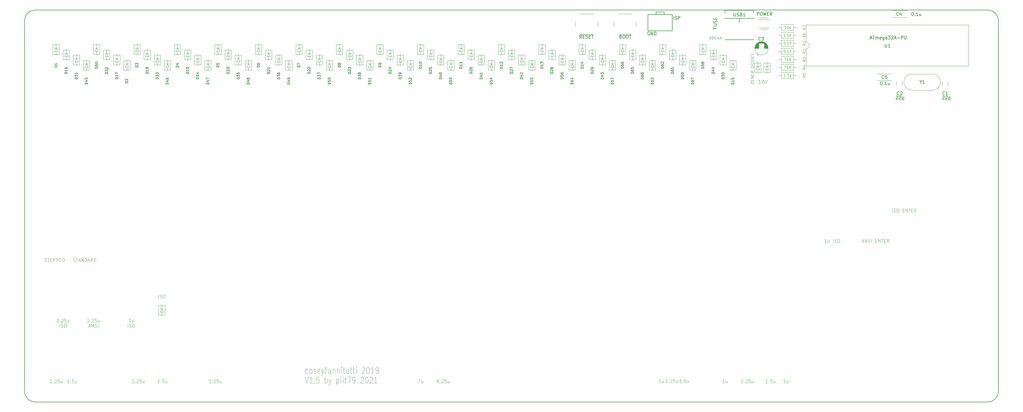
<source format=gbr>
%TF.GenerationSoftware,KiCad,Pcbnew,5.1.10-88a1d61d58~88~ubuntu21.04.1*%
%TF.CreationDate,2021-05-31T21:15:31+02:00*%
%TF.ProjectId,discipline-pcb,64697363-6970-46c6-996e-652d7063622e,rev?*%
%TF.SameCoordinates,Original*%
%TF.FileFunction,Legend,Top*%
%TF.FilePolarity,Positive*%
%FSLAX46Y46*%
G04 Gerber Fmt 4.6, Leading zero omitted, Abs format (unit mm)*
G04 Created by KiCad (PCBNEW 5.1.10-88a1d61d58~88~ubuntu21.04.1) date 2021-05-31 21:15:31*
%MOMM*%
%LPD*%
G01*
G04 APERTURE LIST*
%ADD10C,0.100000*%
%ADD11C,0.120000*%
%ADD12C,0.150000*%
%TA.AperFunction,Profile*%
%ADD13C,0.150000*%
%TD*%
%ADD14C,0.075000*%
%ADD15C,0.203200*%
%ADD16C,0.200000*%
G04 APERTURE END LIST*
D10*
X255055857Y-174442380D02*
X254484428Y-174442380D01*
X254770142Y-174442380D02*
X254770142Y-173442380D01*
X254674904Y-173585238D01*
X254579666Y-173680476D01*
X254484428Y-173728095D01*
X255484428Y-174347142D02*
X255532047Y-174394761D01*
X255484428Y-174442380D01*
X255436809Y-174394761D01*
X255484428Y-174347142D01*
X255484428Y-174442380D01*
X255913000Y-173537619D02*
X255960619Y-173490000D01*
X256055857Y-173442380D01*
X256293952Y-173442380D01*
X256389190Y-173490000D01*
X256436809Y-173537619D01*
X256484428Y-173632857D01*
X256484428Y-173728095D01*
X256436809Y-173870952D01*
X255865380Y-174442380D01*
X256484428Y-174442380D01*
X257389190Y-173442380D02*
X256913000Y-173442380D01*
X256865380Y-173918571D01*
X256913000Y-173870952D01*
X257008238Y-173823333D01*
X257246333Y-173823333D01*
X257341571Y-173870952D01*
X257389190Y-173918571D01*
X257436809Y-174013809D01*
X257436809Y-174251904D01*
X257389190Y-174347142D01*
X257341571Y-174394761D01*
X257246333Y-174442380D01*
X257008238Y-174442380D01*
X256913000Y-174394761D01*
X256865380Y-174347142D01*
X258293952Y-173775714D02*
X258293952Y-174442380D01*
X257865380Y-173775714D02*
X257865380Y-174299523D01*
X257913000Y-174394761D01*
X258008238Y-174442380D01*
X258151095Y-174442380D01*
X258246333Y-174394761D01*
X258293952Y-174347142D01*
X278677857Y-174478614D02*
X278106428Y-174478614D01*
X278392142Y-174478614D02*
X278392142Y-173478614D01*
X278296904Y-173621472D01*
X278201666Y-173716710D01*
X278106428Y-173764329D01*
X279106428Y-174383376D02*
X279154047Y-174430995D01*
X279106428Y-174478614D01*
X279058809Y-174430995D01*
X279106428Y-174383376D01*
X279106428Y-174478614D01*
X279535000Y-173573853D02*
X279582619Y-173526234D01*
X279677857Y-173478614D01*
X279915952Y-173478614D01*
X280011190Y-173526234D01*
X280058809Y-173573853D01*
X280106428Y-173669091D01*
X280106428Y-173764329D01*
X280058809Y-173907186D01*
X279487380Y-174478614D01*
X280106428Y-174478614D01*
X281011190Y-173478614D02*
X280535000Y-173478614D01*
X280487380Y-173954805D01*
X280535000Y-173907186D01*
X280630238Y-173859567D01*
X280868333Y-173859567D01*
X280963571Y-173907186D01*
X281011190Y-173954805D01*
X281058809Y-174050043D01*
X281058809Y-174288138D01*
X281011190Y-174383376D01*
X280963571Y-174430995D01*
X280868333Y-174478614D01*
X280630238Y-174478614D01*
X280535000Y-174430995D01*
X280487380Y-174383376D01*
X281915952Y-173811948D02*
X281915952Y-174478614D01*
X281487380Y-173811948D02*
X281487380Y-174335757D01*
X281535000Y-174430995D01*
X281630238Y-174478614D01*
X281773095Y-174478614D01*
X281868333Y-174430995D01*
X281915952Y-174383376D01*
X95678750Y-147924780D02*
X95678750Y-146924780D01*
X96107321Y-147877161D02*
X96250178Y-147924780D01*
X96488273Y-147924780D01*
X96583511Y-147877161D01*
X96631130Y-147829542D01*
X96678750Y-147734304D01*
X96678750Y-147639066D01*
X96631130Y-147543828D01*
X96583511Y-147496209D01*
X96488273Y-147448590D01*
X96297797Y-147400971D01*
X96202559Y-147353352D01*
X96154940Y-147305733D01*
X96107321Y-147210495D01*
X96107321Y-147115257D01*
X96154940Y-147020019D01*
X96202559Y-146972400D01*
X96297797Y-146924780D01*
X96535892Y-146924780D01*
X96678750Y-146972400D01*
X97297797Y-146924780D02*
X97488273Y-146924780D01*
X97583511Y-146972400D01*
X97678750Y-147067638D01*
X97726369Y-147258114D01*
X97726369Y-147591447D01*
X97678750Y-147781923D01*
X97583511Y-147877161D01*
X97488273Y-147924780D01*
X97297797Y-147924780D01*
X97202559Y-147877161D01*
X97107321Y-147781923D01*
X97059702Y-147591447D01*
X97059702Y-147258114D01*
X97107321Y-147067638D01*
X97202559Y-146972400D01*
X97297797Y-146924780D01*
X325468123Y-120975380D02*
X325468123Y-119975380D01*
X325896695Y-120927761D02*
X326039552Y-120975380D01*
X326277647Y-120975380D01*
X326372885Y-120927761D01*
X326420504Y-120880142D01*
X326468123Y-120784904D01*
X326468123Y-120689666D01*
X326420504Y-120594428D01*
X326372885Y-120546809D01*
X326277647Y-120499190D01*
X326087171Y-120451571D01*
X325991933Y-120403952D01*
X325944314Y-120356333D01*
X325896695Y-120261095D01*
X325896695Y-120165857D01*
X325944314Y-120070619D01*
X325991933Y-120023000D01*
X326087171Y-119975380D01*
X326325266Y-119975380D01*
X326468123Y-120023000D01*
X327087171Y-119975380D02*
X327277647Y-119975380D01*
X327372885Y-120023000D01*
X327468123Y-120118238D01*
X327515742Y-120308714D01*
X327515742Y-120642047D01*
X327468123Y-120832523D01*
X327372885Y-120927761D01*
X327277647Y-120975380D01*
X327087171Y-120975380D01*
X326991933Y-120927761D01*
X326896695Y-120832523D01*
X326849076Y-120642047D01*
X326849076Y-120308714D01*
X326896695Y-120118238D01*
X326991933Y-120023000D01*
X327087171Y-119975380D01*
X328706219Y-120451571D02*
X329039552Y-120451571D01*
X329182409Y-120975380D02*
X328706219Y-120975380D01*
X328706219Y-119975380D01*
X329182409Y-119975380D01*
X329610980Y-120975380D02*
X329610980Y-119975380D01*
X330182409Y-120975380D01*
X330182409Y-119975380D01*
X330515742Y-119975380D02*
X331087171Y-119975380D01*
X330801457Y-120975380D02*
X330801457Y-119975380D01*
X331420504Y-120451571D02*
X331753838Y-120451571D01*
X331896695Y-120975380D02*
X331420504Y-120975380D01*
X331420504Y-119975380D01*
X331896695Y-119975380D01*
X332896695Y-120975380D02*
X332563361Y-120499190D01*
X332325266Y-120975380D02*
X332325266Y-119975380D01*
X332706219Y-119975380D01*
X332801457Y-120023000D01*
X332849076Y-120070619D01*
X332896695Y-120165857D01*
X332896695Y-120308714D01*
X332849076Y-120403952D01*
X332801457Y-120451571D01*
X332706219Y-120499190D01*
X332325266Y-120499190D01*
X316000333Y-130214666D02*
X316476523Y-130214666D01*
X315905095Y-130500380D02*
X316238428Y-129500380D01*
X316571761Y-130500380D01*
X316905095Y-130500380D02*
X316905095Y-129500380D01*
X317476523Y-130500380D01*
X317476523Y-129500380D01*
X317905095Y-130452761D02*
X318047952Y-130500380D01*
X318286047Y-130500380D01*
X318381285Y-130452761D01*
X318428904Y-130405142D01*
X318476523Y-130309904D01*
X318476523Y-130214666D01*
X318428904Y-130119428D01*
X318381285Y-130071809D01*
X318286047Y-130024190D01*
X318095571Y-129976571D01*
X318000333Y-129928952D01*
X317952714Y-129881333D01*
X317905095Y-129786095D01*
X317905095Y-129690857D01*
X317952714Y-129595619D01*
X318000333Y-129548000D01*
X318095571Y-129500380D01*
X318333666Y-129500380D01*
X318476523Y-129548000D01*
X318905095Y-130500380D02*
X318905095Y-129500380D01*
X320143190Y-129976571D02*
X320476523Y-129976571D01*
X320619380Y-130500380D02*
X320143190Y-130500380D01*
X320143190Y-129500380D01*
X320619380Y-129500380D01*
X321047952Y-130500380D02*
X321047952Y-129500380D01*
X321619380Y-130500380D01*
X321619380Y-129500380D01*
X321952714Y-129500380D02*
X322524142Y-129500380D01*
X322238428Y-130500380D02*
X322238428Y-129500380D01*
X322857476Y-129976571D02*
X323190809Y-129976571D01*
X323333666Y-130500380D02*
X322857476Y-130500380D01*
X322857476Y-129500380D01*
X323333666Y-129500380D01*
X324333666Y-130500380D02*
X324000333Y-130024190D01*
X323762238Y-130500380D02*
X323762238Y-129500380D01*
X324143190Y-129500380D01*
X324238428Y-129548000D01*
X324286047Y-129595619D01*
X324333666Y-129690857D01*
X324333666Y-129833714D01*
X324286047Y-129928952D01*
X324238428Y-129976571D01*
X324143190Y-130024190D01*
X323762238Y-130024190D01*
X304792285Y-130500380D02*
X304220857Y-130500380D01*
X304506571Y-130500380D02*
X304506571Y-129500380D01*
X304411333Y-129643238D01*
X304316095Y-129738476D01*
X304220857Y-129786095D01*
X305649428Y-129833714D02*
X305649428Y-130500380D01*
X305220857Y-129833714D02*
X305220857Y-130357523D01*
X305268476Y-130452761D01*
X305363714Y-130500380D01*
X305506571Y-130500380D01*
X305601809Y-130452761D01*
X305649428Y-130405142D01*
X306887523Y-130500380D02*
X306887523Y-129500380D01*
X307316095Y-130452761D02*
X307458952Y-130500380D01*
X307697047Y-130500380D01*
X307792285Y-130452761D01*
X307839904Y-130405142D01*
X307887523Y-130309904D01*
X307887523Y-130214666D01*
X307839904Y-130119428D01*
X307792285Y-130071809D01*
X307697047Y-130024190D01*
X307506571Y-129976571D01*
X307411333Y-129928952D01*
X307363714Y-129881333D01*
X307316095Y-129786095D01*
X307316095Y-129690857D01*
X307363714Y-129595619D01*
X307411333Y-129548000D01*
X307506571Y-129500380D01*
X307744666Y-129500380D01*
X307887523Y-129548000D01*
X308506571Y-129500380D02*
X308697047Y-129500380D01*
X308792285Y-129548000D01*
X308887523Y-129643238D01*
X308935142Y-129833714D01*
X308935142Y-130167047D01*
X308887523Y-130357523D01*
X308792285Y-130452761D01*
X308697047Y-130500380D01*
X308506571Y-130500380D01*
X308411333Y-130452761D01*
X308316095Y-130357523D01*
X308268476Y-130167047D01*
X308268476Y-129833714D01*
X308316095Y-129643238D01*
X308411333Y-129548000D01*
X308506571Y-129500380D01*
X86987083Y-155481380D02*
X86415654Y-155481380D01*
X86701369Y-155481380D02*
X86701369Y-154481380D01*
X86606130Y-154624238D01*
X86510892Y-154719476D01*
X86415654Y-154767095D01*
X87844226Y-154814714D02*
X87844226Y-155481380D01*
X87415654Y-154814714D02*
X87415654Y-155338523D01*
X87463273Y-155433761D01*
X87558511Y-155481380D01*
X87701369Y-155481380D01*
X87796607Y-155433761D01*
X87844226Y-155386142D01*
X86153750Y-157081380D02*
X86153750Y-156081380D01*
X86582321Y-157033761D02*
X86725178Y-157081380D01*
X86963273Y-157081380D01*
X87058511Y-157033761D01*
X87106130Y-156986142D01*
X87153750Y-156890904D01*
X87153750Y-156795666D01*
X87106130Y-156700428D01*
X87058511Y-156652809D01*
X86963273Y-156605190D01*
X86772797Y-156557571D01*
X86677559Y-156509952D01*
X86629940Y-156462333D01*
X86582321Y-156367095D01*
X86582321Y-156271857D01*
X86629940Y-156176619D01*
X86677559Y-156129000D01*
X86772797Y-156081380D01*
X87010892Y-156081380D01*
X87153750Y-156129000D01*
X87772797Y-156081380D02*
X87963273Y-156081380D01*
X88058511Y-156129000D01*
X88153750Y-156224238D01*
X88201369Y-156414714D01*
X88201369Y-156748047D01*
X88153750Y-156938523D01*
X88058511Y-157033761D01*
X87963273Y-157081380D01*
X87772797Y-157081380D01*
X87677559Y-157033761D01*
X87582321Y-156938523D01*
X87534702Y-156748047D01*
X87534702Y-156414714D01*
X87582321Y-156224238D01*
X87677559Y-156129000D01*
X87772797Y-156081380D01*
X73357028Y-154576619D02*
X73404647Y-154529000D01*
X73499885Y-154481380D01*
X73737980Y-154481380D01*
X73833219Y-154529000D01*
X73880838Y-154576619D01*
X73928457Y-154671857D01*
X73928457Y-154767095D01*
X73880838Y-154909952D01*
X73309409Y-155481380D01*
X73928457Y-155481380D01*
X74357028Y-155386142D02*
X74404647Y-155433761D01*
X74357028Y-155481380D01*
X74309409Y-155433761D01*
X74357028Y-155386142D01*
X74357028Y-155481380D01*
X74785600Y-154576619D02*
X74833219Y-154529000D01*
X74928457Y-154481380D01*
X75166552Y-154481380D01*
X75261790Y-154529000D01*
X75309409Y-154576619D01*
X75357028Y-154671857D01*
X75357028Y-154767095D01*
X75309409Y-154909952D01*
X74737980Y-155481380D01*
X75357028Y-155481380D01*
X76261790Y-154481380D02*
X75785600Y-154481380D01*
X75737980Y-154957571D01*
X75785600Y-154909952D01*
X75880838Y-154862333D01*
X76118933Y-154862333D01*
X76214171Y-154909952D01*
X76261790Y-154957571D01*
X76309409Y-155052809D01*
X76309409Y-155290904D01*
X76261790Y-155386142D01*
X76214171Y-155433761D01*
X76118933Y-155481380D01*
X75880838Y-155481380D01*
X75785600Y-155433761D01*
X75737980Y-155386142D01*
X77166552Y-154814714D02*
X77166552Y-155481380D01*
X76737980Y-154814714D02*
X76737980Y-155338523D01*
X76785600Y-155433761D01*
X76880838Y-155481380D01*
X77023695Y-155481380D01*
X77118933Y-155433761D01*
X77166552Y-155386142D01*
X73809409Y-156795666D02*
X74285600Y-156795666D01*
X73714171Y-157081380D02*
X74047504Y-156081380D01*
X74380838Y-157081380D01*
X74714171Y-157081380D02*
X74714171Y-156081380D01*
X75285600Y-157081380D01*
X75285600Y-156081380D01*
X75714171Y-157033761D02*
X75857028Y-157081380D01*
X76095123Y-157081380D01*
X76190361Y-157033761D01*
X76237980Y-156986142D01*
X76285600Y-156890904D01*
X76285600Y-156795666D01*
X76237980Y-156700428D01*
X76190361Y-156652809D01*
X76095123Y-156605190D01*
X75904647Y-156557571D01*
X75809409Y-156509952D01*
X75761790Y-156462333D01*
X75714171Y-156367095D01*
X75714171Y-156271857D01*
X75761790Y-156176619D01*
X75809409Y-156129000D01*
X75904647Y-156081380D01*
X76142742Y-156081380D01*
X76285600Y-156129000D01*
X76714171Y-157081380D02*
X76714171Y-156081380D01*
X64428857Y-155481380D02*
X63857428Y-155481380D01*
X64143142Y-155481380D02*
X64143142Y-154481380D01*
X64047904Y-154624238D01*
X63952666Y-154719476D01*
X63857428Y-154767095D01*
X64857428Y-155386142D02*
X64905047Y-155433761D01*
X64857428Y-155481380D01*
X64809809Y-155433761D01*
X64857428Y-155386142D01*
X64857428Y-155481380D01*
X65286000Y-154576619D02*
X65333619Y-154529000D01*
X65428857Y-154481380D01*
X65666952Y-154481380D01*
X65762190Y-154529000D01*
X65809809Y-154576619D01*
X65857428Y-154671857D01*
X65857428Y-154767095D01*
X65809809Y-154909952D01*
X65238380Y-155481380D01*
X65857428Y-155481380D01*
X66762190Y-154481380D02*
X66286000Y-154481380D01*
X66238380Y-154957571D01*
X66286000Y-154909952D01*
X66381238Y-154862333D01*
X66619333Y-154862333D01*
X66714571Y-154909952D01*
X66762190Y-154957571D01*
X66809809Y-155052809D01*
X66809809Y-155290904D01*
X66762190Y-155386142D01*
X66714571Y-155433761D01*
X66619333Y-155481380D01*
X66381238Y-155481380D01*
X66286000Y-155433761D01*
X66238380Y-155386142D01*
X67666952Y-154814714D02*
X67666952Y-155481380D01*
X67238380Y-154814714D02*
X67238380Y-155338523D01*
X67286000Y-155433761D01*
X67381238Y-155481380D01*
X67524095Y-155481380D01*
X67619333Y-155433761D01*
X67666952Y-155386142D01*
X64786000Y-157081380D02*
X64786000Y-156081380D01*
X65214571Y-157033761D02*
X65357428Y-157081380D01*
X65595523Y-157081380D01*
X65690761Y-157033761D01*
X65738380Y-156986142D01*
X65786000Y-156890904D01*
X65786000Y-156795666D01*
X65738380Y-156700428D01*
X65690761Y-156652809D01*
X65595523Y-156605190D01*
X65405047Y-156557571D01*
X65309809Y-156509952D01*
X65262190Y-156462333D01*
X65214571Y-156367095D01*
X65214571Y-156271857D01*
X65262190Y-156176619D01*
X65309809Y-156129000D01*
X65405047Y-156081380D01*
X65643142Y-156081380D01*
X65786000Y-156129000D01*
X66405047Y-156081380D02*
X66595523Y-156081380D01*
X66690761Y-156129000D01*
X66786000Y-156224238D01*
X66833619Y-156414714D01*
X66833619Y-156748047D01*
X66786000Y-156938523D01*
X66690761Y-157033761D01*
X66595523Y-157081380D01*
X66405047Y-157081380D01*
X66309809Y-157033761D01*
X66214571Y-156938523D01*
X66166952Y-156748047D01*
X66166952Y-156414714D01*
X66214571Y-156224238D01*
X66309809Y-156129000D01*
X66405047Y-156081380D01*
X268571435Y-65993549D02*
X268190483Y-65993549D01*
X268152388Y-66374502D01*
X268190483Y-66336406D01*
X268266674Y-66298311D01*
X268457150Y-66298311D01*
X268533340Y-66336406D01*
X268571435Y-66374502D01*
X268609531Y-66450692D01*
X268609531Y-66641168D01*
X268571435Y-66717359D01*
X268533340Y-66755454D01*
X268457150Y-66793549D01*
X268266674Y-66793549D01*
X268190483Y-66755454D01*
X268152388Y-66717359D01*
X269104769Y-65993549D02*
X269180959Y-65993549D01*
X269257150Y-66031645D01*
X269295245Y-66069740D01*
X269333340Y-66145930D01*
X269371435Y-66298311D01*
X269371435Y-66488787D01*
X269333340Y-66641168D01*
X269295245Y-66717359D01*
X269257150Y-66755454D01*
X269180959Y-66793549D01*
X269104769Y-66793549D01*
X269028578Y-66755454D01*
X268990483Y-66717359D01*
X268952388Y-66641168D01*
X268914293Y-66488787D01*
X268914293Y-66298311D01*
X268952388Y-66145930D01*
X268990483Y-66069740D01*
X269028578Y-66031645D01*
X269104769Y-65993549D01*
X269866674Y-65993549D02*
X269942864Y-65993549D01*
X270019055Y-66031645D01*
X270057150Y-66069740D01*
X270095245Y-66145930D01*
X270133340Y-66298311D01*
X270133340Y-66488787D01*
X270095245Y-66641168D01*
X270057150Y-66717359D01*
X270019055Y-66755454D01*
X269942864Y-66793549D01*
X269866674Y-66793549D01*
X269790483Y-66755454D01*
X269752388Y-66717359D01*
X269714293Y-66641168D01*
X269676197Y-66488787D01*
X269676197Y-66298311D01*
X269714293Y-66145930D01*
X269752388Y-66069740D01*
X269790483Y-66031645D01*
X269866674Y-65993549D01*
X270476197Y-66793549D02*
X270476197Y-66260216D01*
X270476197Y-66336406D02*
X270514293Y-66298311D01*
X270590483Y-66260216D01*
X270704769Y-66260216D01*
X270780959Y-66298311D01*
X270819055Y-66374502D01*
X270819055Y-66793549D01*
X270819055Y-66374502D02*
X270857150Y-66298311D01*
X270933340Y-66260216D01*
X271047626Y-66260216D01*
X271123816Y-66298311D01*
X271161912Y-66374502D01*
X271161912Y-66793549D01*
X271504769Y-66564978D02*
X271885721Y-66564978D01*
X271428578Y-66793549D02*
X271695245Y-65993549D01*
X271961912Y-66793549D01*
X283351445Y-79586134D02*
X283970493Y-79586134D01*
X283637159Y-79967087D01*
X283780016Y-79967087D01*
X283875255Y-80014706D01*
X283922874Y-80062325D01*
X283970493Y-80157563D01*
X283970493Y-80395658D01*
X283922874Y-80490896D01*
X283875255Y-80538515D01*
X283780016Y-80586134D01*
X283494302Y-80586134D01*
X283399064Y-80538515D01*
X283351445Y-80490896D01*
X284399064Y-80490896D02*
X284446683Y-80538515D01*
X284399064Y-80586134D01*
X284351445Y-80538515D01*
X284399064Y-80490896D01*
X284399064Y-80586134D01*
X285303826Y-79586134D02*
X285113350Y-79586134D01*
X285018112Y-79633754D01*
X284970493Y-79681373D01*
X284875255Y-79824230D01*
X284827636Y-80014706D01*
X284827636Y-80395658D01*
X284875255Y-80490896D01*
X284922874Y-80538515D01*
X285018112Y-80586134D01*
X285208588Y-80586134D01*
X285303826Y-80538515D01*
X285351445Y-80490896D01*
X285399064Y-80395658D01*
X285399064Y-80157563D01*
X285351445Y-80062325D01*
X285303826Y-80014706D01*
X285208588Y-79967087D01*
X285018112Y-79967087D01*
X284922874Y-80014706D01*
X284875255Y-80062325D01*
X284827636Y-80157563D01*
X285684778Y-79586134D02*
X286018112Y-80586134D01*
X286351445Y-79586134D01*
X281167640Y-80761370D02*
X281167640Y-80161370D01*
X282067640Y-80873870D01*
X282067640Y-80273870D01*
X281596212Y-79872085D02*
X281596212Y-79572085D01*
X282067640Y-79502442D02*
X282067640Y-79931013D01*
X281167640Y-79818513D01*
X281167640Y-79389942D01*
X282067640Y-79116728D02*
X281167640Y-79004228D01*
X282067640Y-78602442D01*
X281167640Y-78489942D01*
X281596212Y-78114942D02*
X281596212Y-77814942D01*
X282067640Y-77745299D02*
X282067640Y-78173870D01*
X281167640Y-78061370D01*
X281167640Y-77632799D01*
X282067640Y-76845299D02*
X281639069Y-77091728D01*
X282067640Y-77359585D02*
X281167640Y-77247085D01*
X281167640Y-76904228D01*
X281210498Y-76823870D01*
X281253355Y-76786370D01*
X281339069Y-76754228D01*
X281467640Y-76770299D01*
X281553355Y-76823870D01*
X281596212Y-76872085D01*
X281639069Y-76963156D01*
X281639069Y-77306013D01*
X282067640Y-75773870D02*
X281167640Y-75661370D01*
X281167640Y-75447085D01*
X281210498Y-75323870D01*
X281296212Y-75248870D01*
X281381926Y-75216728D01*
X281553355Y-75195299D01*
X281681926Y-75211370D01*
X281853355Y-75275656D01*
X281939069Y-75329228D01*
X282024783Y-75425656D01*
X282067640Y-75559585D01*
X282067640Y-75773870D01*
X282067640Y-74873870D02*
X281167640Y-74761370D01*
X281167640Y-74161370D02*
X281167640Y-73989942D01*
X281210498Y-73909585D01*
X281296212Y-73834585D01*
X281467640Y-73813156D01*
X281767640Y-73850656D01*
X281939069Y-73914942D01*
X282024783Y-74011370D01*
X282067640Y-74102442D01*
X282067640Y-74273870D01*
X282024783Y-74354228D01*
X281939069Y-74429228D01*
X281767640Y-74450656D01*
X281467640Y-74413156D01*
X281296212Y-74348870D01*
X281210498Y-74252442D01*
X281167640Y-74161370D01*
X282067640Y-73502442D02*
X281167640Y-73389942D01*
X281167640Y-73175656D01*
X281210498Y-73052442D01*
X281296212Y-72977442D01*
X281381926Y-72945299D01*
X281553355Y-72923870D01*
X281681926Y-72939942D01*
X281853355Y-73004228D01*
X281939069Y-73057799D01*
X282024783Y-73154228D01*
X282067640Y-73288156D01*
X282067640Y-73502442D01*
X281596212Y-72543513D02*
X281596212Y-72243513D01*
X282067640Y-72173870D02*
X282067640Y-72602442D01*
X281167640Y-72489942D01*
X281167640Y-72061370D01*
X282024783Y-71825656D02*
X282067640Y-71702442D01*
X282067640Y-71488156D01*
X282024783Y-71397085D01*
X281981926Y-71348870D01*
X281896212Y-71295299D01*
X281810498Y-71284585D01*
X281724783Y-71316728D01*
X281681926Y-71354228D01*
X281639069Y-71434585D01*
X281596212Y-71600656D01*
X281553355Y-71681013D01*
X281510498Y-71718513D01*
X281424783Y-71750656D01*
X281339069Y-71739942D01*
X281253355Y-71686370D01*
X281210498Y-71638156D01*
X281167640Y-71547085D01*
X281167640Y-71332799D01*
X281210498Y-71209585D01*
D11*
X285400010Y-75514666D02*
X285644982Y-75252196D01*
X286734918Y-75251812D02*
X286979890Y-74989342D01*
X282517900Y-75514282D02*
X282762872Y-75251812D01*
X283865246Y-75251812D02*
X284110218Y-74989342D01*
D12*
X228199557Y-66516574D02*
X227866223Y-66040384D01*
X227628128Y-66516574D02*
X227628128Y-65516574D01*
X228009080Y-65516574D01*
X228104318Y-65564194D01*
X228151938Y-65611813D01*
X228199557Y-65707051D01*
X228199557Y-65849908D01*
X228151938Y-65945146D01*
X228104318Y-65992765D01*
X228009080Y-66040384D01*
X227628128Y-66040384D01*
X228628128Y-65992765D02*
X228961461Y-65992765D01*
X229104318Y-66516574D02*
X228628128Y-66516574D01*
X228628128Y-65516574D01*
X229104318Y-65516574D01*
X229485271Y-66468955D02*
X229628128Y-66516574D01*
X229866223Y-66516574D01*
X229961461Y-66468955D01*
X230009080Y-66421336D01*
X230056699Y-66326098D01*
X230056699Y-66230860D01*
X230009080Y-66135622D01*
X229961461Y-66088003D01*
X229866223Y-66040384D01*
X229675747Y-65992765D01*
X229580509Y-65945146D01*
X229532890Y-65897527D01*
X229485271Y-65802289D01*
X229485271Y-65707051D01*
X229532890Y-65611813D01*
X229580509Y-65564194D01*
X229675747Y-65516574D01*
X229913842Y-65516574D01*
X230056699Y-65564194D01*
X230485271Y-65992765D02*
X230818604Y-65992765D01*
X230961461Y-66516574D02*
X230485271Y-66516574D01*
X230485271Y-65516574D01*
X230961461Y-65516574D01*
X231247176Y-65516574D02*
X231818604Y-65516574D01*
X231532890Y-66516574D02*
X231532890Y-65516574D01*
X283095546Y-59326064D02*
X283095546Y-58326064D01*
X283476498Y-58326064D01*
X283571736Y-58373684D01*
X283619355Y-58421303D01*
X283666974Y-58516541D01*
X283666974Y-58659398D01*
X283619355Y-58754636D01*
X283571736Y-58802255D01*
X283476498Y-58849874D01*
X283095546Y-58849874D01*
X284286022Y-58326064D02*
X284476498Y-58326064D01*
X284571736Y-58373684D01*
X284666974Y-58468922D01*
X284714593Y-58659398D01*
X284714593Y-58992731D01*
X284666974Y-59183207D01*
X284571736Y-59278445D01*
X284476498Y-59326064D01*
X284286022Y-59326064D01*
X284190784Y-59278445D01*
X284095546Y-59183207D01*
X284047927Y-58992731D01*
X284047927Y-58659398D01*
X284095546Y-58468922D01*
X284190784Y-58373684D01*
X284286022Y-58326064D01*
X285047927Y-58326064D02*
X285286022Y-59326064D01*
X285476498Y-58611779D01*
X285666974Y-59326064D01*
X285905070Y-58326064D01*
X286286022Y-58802255D02*
X286619355Y-58802255D01*
X286762212Y-59326064D02*
X286286022Y-59326064D01*
X286286022Y-58326064D01*
X286762212Y-58326064D01*
X287762212Y-59326064D02*
X287428879Y-58849874D01*
X287190784Y-59326064D02*
X287190784Y-58326064D01*
X287571736Y-58326064D01*
X287666974Y-58373684D01*
X287714593Y-58421303D01*
X287762212Y-58516541D01*
X287762212Y-58659398D01*
X287714593Y-58754636D01*
X287666974Y-58802255D01*
X287571736Y-58849874D01*
X287190784Y-58849874D01*
X249414796Y-64566827D02*
X249319558Y-64519207D01*
X249176701Y-64519207D01*
X249033843Y-64566827D01*
X248938605Y-64662065D01*
X248890986Y-64757303D01*
X248843367Y-64947779D01*
X248843367Y-65090636D01*
X248890986Y-65281112D01*
X248938605Y-65376350D01*
X249033843Y-65471588D01*
X249176701Y-65519207D01*
X249271939Y-65519207D01*
X249414796Y-65471588D01*
X249462415Y-65423969D01*
X249462415Y-65090636D01*
X249271939Y-65090636D01*
X249890986Y-65519207D02*
X249890986Y-64519207D01*
X250462415Y-65519207D01*
X250462415Y-64519207D01*
X250938605Y-65519207D02*
X250938605Y-64519207D01*
X251176701Y-64519207D01*
X251319558Y-64566827D01*
X251414796Y-64662065D01*
X251462415Y-64757303D01*
X251510034Y-64947779D01*
X251510034Y-65090636D01*
X251462415Y-65281112D01*
X251414796Y-65376350D01*
X251319558Y-65471588D01*
X251176701Y-65519207D01*
X250938605Y-65519207D01*
X256969474Y-60637358D02*
X256969474Y-59637358D01*
X257398045Y-60589739D02*
X257540903Y-60637358D01*
X257778998Y-60637358D01*
X257874236Y-60589739D01*
X257921855Y-60542120D01*
X257969474Y-60446882D01*
X257969474Y-60351644D01*
X257921855Y-60256406D01*
X257874236Y-60208787D01*
X257778998Y-60161168D01*
X257588522Y-60113549D01*
X257493284Y-60065930D01*
X257445665Y-60018311D01*
X257398045Y-59923073D01*
X257398045Y-59827835D01*
X257445665Y-59732597D01*
X257493284Y-59684978D01*
X257588522Y-59637358D01*
X257826617Y-59637358D01*
X257969474Y-59684978D01*
X258398045Y-60637358D02*
X258398045Y-59637358D01*
X258778998Y-59637358D01*
X258874236Y-59684978D01*
X258921855Y-59732597D01*
X258969474Y-59827835D01*
X258969474Y-59970692D01*
X258921855Y-60065930D01*
X258874236Y-60113549D01*
X258778998Y-60161168D01*
X258398045Y-60161168D01*
D10*
X291862585Y-70192989D02*
X291481633Y-70192989D01*
X291443538Y-70573942D01*
X291481633Y-70535846D01*
X291557823Y-70497751D01*
X291748299Y-70497751D01*
X291824490Y-70535846D01*
X291862585Y-70573942D01*
X291900680Y-70650132D01*
X291900680Y-70840608D01*
X291862585Y-70916799D01*
X291824490Y-70954894D01*
X291748299Y-70992989D01*
X291557823Y-70992989D01*
X291481633Y-70954894D01*
X291443538Y-70916799D01*
X292243538Y-70916799D02*
X292281633Y-70954894D01*
X292243538Y-70992989D01*
X292205442Y-70954894D01*
X292243538Y-70916799D01*
X292243538Y-70992989D01*
X293043538Y-70992989D02*
X292586395Y-70992989D01*
X292814966Y-70992989D02*
X292814966Y-70192989D01*
X292738776Y-70307275D01*
X292662585Y-70383465D01*
X292586395Y-70421561D01*
X293386395Y-70992989D02*
X293386395Y-70192989D01*
X293843538Y-70992989D02*
X293500680Y-70535846D01*
X293843538Y-70192989D02*
X293386395Y-70650132D01*
X291862585Y-67639536D02*
X291481633Y-67639536D01*
X291443538Y-68020489D01*
X291481633Y-67982393D01*
X291557823Y-67944298D01*
X291748299Y-67944298D01*
X291824490Y-67982393D01*
X291862585Y-68020489D01*
X291900680Y-68096679D01*
X291900680Y-68287155D01*
X291862585Y-68363346D01*
X291824490Y-68401441D01*
X291748299Y-68439536D01*
X291557823Y-68439536D01*
X291481633Y-68401441D01*
X291443538Y-68363346D01*
X292243538Y-68363346D02*
X292281633Y-68401441D01*
X292243538Y-68439536D01*
X292205442Y-68401441D01*
X292243538Y-68363346D01*
X292243538Y-68439536D01*
X293043538Y-68439536D02*
X292586395Y-68439536D01*
X292814966Y-68439536D02*
X292814966Y-67639536D01*
X292738776Y-67753822D01*
X292662585Y-67830012D01*
X292586395Y-67868108D01*
X293386395Y-68439536D02*
X293386395Y-67639536D01*
X293843538Y-68439536D02*
X293500680Y-67982393D01*
X293843538Y-67639536D02*
X293386395Y-68096679D01*
X291922639Y-174478614D02*
X291351210Y-174478614D01*
X291636925Y-174478614D02*
X291636925Y-173478614D01*
X291541686Y-173621472D01*
X291446448Y-173716710D01*
X291351210Y-173764329D01*
X292779782Y-173811948D02*
X292779782Y-174478614D01*
X292351210Y-173811948D02*
X292351210Y-174335757D01*
X292398829Y-174430995D01*
X292494067Y-174478614D01*
X292636925Y-174478614D01*
X292732163Y-174430995D01*
X292779782Y-174383376D01*
X272832321Y-174478614D02*
X272260892Y-174478614D01*
X272546607Y-174478614D02*
X272546607Y-173478614D01*
X272451368Y-173621472D01*
X272356130Y-173716710D01*
X272260892Y-173764329D01*
X273689464Y-173811948D02*
X273689464Y-174478614D01*
X273260892Y-173811948D02*
X273260892Y-174335757D01*
X273308511Y-174430995D01*
X273403749Y-174478614D01*
X273546607Y-174478614D01*
X273641845Y-174430995D01*
X273689464Y-174383376D01*
X252944333Y-174442380D02*
X252372904Y-174442380D01*
X252658619Y-174442380D02*
X252658619Y-173442380D01*
X252563380Y-173585238D01*
X252468142Y-173680476D01*
X252372904Y-173728095D01*
X253801476Y-173775714D02*
X253801476Y-174442380D01*
X253372904Y-173775714D02*
X253372904Y-174299523D01*
X253420523Y-174394761D01*
X253515761Y-174442380D01*
X253658619Y-174442380D01*
X253753857Y-174394761D01*
X253801476Y-174347142D01*
D13*
X355353250Y-180502219D02*
X57076441Y-180502219D01*
X358660309Y-61001809D02*
X358660309Y-177195160D01*
X57073441Y-57694750D02*
X355353250Y-57694750D01*
X53766382Y-177198159D02*
X53766382Y-61001809D01*
X355353250Y-57694750D02*
G75*
G02*
X358660309Y-61001809I0J-3307059D01*
G01*
X358660309Y-177195160D02*
G75*
G02*
X355353250Y-180502219I-3307059J0D01*
G01*
X57076441Y-180502218D02*
G75*
G02*
X53766382Y-177198159I-3000J3307059D01*
G01*
X53766382Y-61001809D02*
G75*
G02*
X57073441Y-57694750I3307059J0D01*
G01*
D10*
X68976474Y-136426063D02*
X69119332Y-136473682D01*
X69357427Y-136473682D01*
X69452665Y-136426063D01*
X69500284Y-136378444D01*
X69547903Y-136283206D01*
X69547903Y-136187968D01*
X69500284Y-136092730D01*
X69452665Y-136045111D01*
X69357427Y-135997492D01*
X69166951Y-135949873D01*
X69071713Y-135902254D01*
X69024094Y-135854635D01*
X68976474Y-135759397D01*
X68976474Y-135664159D01*
X69024094Y-135568921D01*
X69071713Y-135521302D01*
X69166951Y-135473682D01*
X69405046Y-135473682D01*
X69547903Y-135521302D01*
X69833617Y-135473682D02*
X70405046Y-135473682D01*
X70119332Y-136473682D02*
X70119332Y-135473682D01*
X70690760Y-136187968D02*
X71166951Y-136187968D01*
X70595522Y-136473682D02*
X70928855Y-135473682D01*
X71262189Y-136473682D01*
X71595522Y-136473682D02*
X71595522Y-135473682D01*
X72166951Y-136473682D01*
X72166951Y-135473682D01*
X72643141Y-136473682D02*
X72643141Y-135473682D01*
X72881236Y-135473682D01*
X73024094Y-135521302D01*
X73119332Y-135616540D01*
X73166951Y-135711778D01*
X73214570Y-135902254D01*
X73214570Y-136045111D01*
X73166951Y-136235587D01*
X73119332Y-136330825D01*
X73024094Y-136426063D01*
X72881236Y-136473682D01*
X72643141Y-136473682D01*
X73595522Y-136187968D02*
X74071713Y-136187968D01*
X73500284Y-136473682D02*
X73833617Y-135473682D01*
X74166951Y-136473682D01*
X75071713Y-136473682D02*
X74738379Y-135997492D01*
X74500284Y-136473682D02*
X74500284Y-135473682D01*
X74881236Y-135473682D01*
X74976474Y-135521302D01*
X75024094Y-135568921D01*
X75071713Y-135664159D01*
X75071713Y-135807016D01*
X75024094Y-135902254D01*
X74976474Y-135949873D01*
X74881236Y-135997492D01*
X74500284Y-135997492D01*
X75500284Y-136473682D02*
X75500284Y-135473682D01*
X75738379Y-135473682D01*
X75881236Y-135521302D01*
X75976474Y-135616540D01*
X76024094Y-135711778D01*
X76071713Y-135902254D01*
X76071713Y-136045111D01*
X76024094Y-136235587D01*
X75976474Y-136330825D01*
X75881236Y-136426063D01*
X75738379Y-136473682D01*
X75500284Y-136473682D01*
X60056418Y-136426063D02*
X60199275Y-136473682D01*
X60437370Y-136473682D01*
X60532608Y-136426063D01*
X60580227Y-136378444D01*
X60627847Y-136283206D01*
X60627847Y-136187968D01*
X60580227Y-136092730D01*
X60532608Y-136045111D01*
X60437370Y-135997492D01*
X60246894Y-135949873D01*
X60151656Y-135902254D01*
X60104037Y-135854635D01*
X60056418Y-135759397D01*
X60056418Y-135664159D01*
X60104037Y-135568921D01*
X60151656Y-135521302D01*
X60246894Y-135473682D01*
X60484989Y-135473682D01*
X60627847Y-135521302D01*
X60913561Y-135473682D02*
X61484989Y-135473682D01*
X61199275Y-136473682D02*
X61199275Y-135473682D01*
X61818323Y-135949873D02*
X62151656Y-135949873D01*
X62294513Y-136473682D02*
X61818323Y-136473682D01*
X61818323Y-135473682D01*
X62294513Y-135473682D01*
X62723085Y-136473682D02*
X62723085Y-135473682D01*
X63104037Y-135473682D01*
X63199275Y-135521302D01*
X63246894Y-135568921D01*
X63294513Y-135664159D01*
X63294513Y-135807016D01*
X63246894Y-135902254D01*
X63199275Y-135949873D01*
X63104037Y-135997492D01*
X62723085Y-135997492D01*
X63723085Y-136473682D02*
X63723085Y-135473682D01*
X64104037Y-135473682D01*
X64199275Y-135521302D01*
X64246894Y-135568921D01*
X64294513Y-135664159D01*
X64294513Y-135807016D01*
X64246894Y-135902254D01*
X64199275Y-135949873D01*
X64104037Y-135997492D01*
X63723085Y-135997492D01*
X64723085Y-135949873D02*
X65056418Y-135949873D01*
X65199275Y-136473682D02*
X64723085Y-136473682D01*
X64723085Y-135473682D01*
X65199275Y-135473682D01*
X65627847Y-136473682D02*
X65627847Y-135473682D01*
X65865942Y-135473682D01*
X66008799Y-135521302D01*
X66104037Y-135616540D01*
X66151656Y-135711778D01*
X66199275Y-135902254D01*
X66199275Y-136045111D01*
X66151656Y-136235587D01*
X66104037Y-136330825D01*
X66008799Y-136426063D01*
X65865942Y-136473682D01*
X65627847Y-136473682D01*
X286393047Y-174478614D02*
X285821619Y-174478614D01*
X286107333Y-174478614D02*
X286107333Y-173478614D01*
X286012095Y-173621472D01*
X285916857Y-173716710D01*
X285821619Y-173764329D01*
X286821619Y-174383376D02*
X286869238Y-174430995D01*
X286821619Y-174478614D01*
X286774000Y-174430995D01*
X286821619Y-174383376D01*
X286821619Y-174478614D01*
X287774000Y-173478614D02*
X287297809Y-173478614D01*
X287250190Y-173954805D01*
X287297809Y-173907186D01*
X287393047Y-173859567D01*
X287631142Y-173859567D01*
X287726380Y-173907186D01*
X287774000Y-173954805D01*
X287821619Y-174050043D01*
X287821619Y-174288138D01*
X287774000Y-174383376D01*
X287726380Y-174430995D01*
X287631142Y-174478614D01*
X287393047Y-174478614D01*
X287297809Y-174430995D01*
X287250190Y-174383376D01*
X288678761Y-173811948D02*
X288678761Y-174478614D01*
X288250190Y-173811948D02*
X288250190Y-174335757D01*
X288297809Y-174430995D01*
X288393047Y-174478614D01*
X288535904Y-174478614D01*
X288631142Y-174430995D01*
X288678761Y-174383376D01*
X259342047Y-174442380D02*
X258770619Y-174442380D01*
X259056333Y-174442380D02*
X259056333Y-173442380D01*
X258961095Y-173585238D01*
X258865857Y-173680476D01*
X258770619Y-173728095D01*
X259770619Y-174347142D02*
X259818238Y-174394761D01*
X259770619Y-174442380D01*
X259723000Y-174394761D01*
X259770619Y-174347142D01*
X259770619Y-174442380D01*
X260723000Y-173442380D02*
X260246809Y-173442380D01*
X260199190Y-173918571D01*
X260246809Y-173870952D01*
X260342047Y-173823333D01*
X260580142Y-173823333D01*
X260675380Y-173870952D01*
X260723000Y-173918571D01*
X260770619Y-174013809D01*
X260770619Y-174251904D01*
X260723000Y-174347142D01*
X260675380Y-174394761D01*
X260580142Y-174442380D01*
X260342047Y-174442380D01*
X260246809Y-174394761D01*
X260199190Y-174347142D01*
X261627761Y-173775714D02*
X261627761Y-174442380D01*
X261199190Y-173775714D02*
X261199190Y-174299523D01*
X261246809Y-174394761D01*
X261342047Y-174442380D01*
X261484904Y-174442380D01*
X261580142Y-174394761D01*
X261627761Y-174347142D01*
X96052386Y-174478614D02*
X95480958Y-174478614D01*
X95766672Y-174478614D02*
X95766672Y-173478614D01*
X95671434Y-173621472D01*
X95576196Y-173716710D01*
X95480958Y-173764329D01*
X96480958Y-174383376D02*
X96528577Y-174430995D01*
X96480958Y-174478614D01*
X96433339Y-174430995D01*
X96480958Y-174383376D01*
X96480958Y-174478614D01*
X97433339Y-173478614D02*
X96957148Y-173478614D01*
X96909529Y-173954805D01*
X96957148Y-173907186D01*
X97052386Y-173859567D01*
X97290481Y-173859567D01*
X97385719Y-173907186D01*
X97433339Y-173954805D01*
X97480958Y-174050043D01*
X97480958Y-174288138D01*
X97433339Y-174383376D01*
X97385719Y-174430995D01*
X97290481Y-174478614D01*
X97052386Y-174478614D01*
X96957148Y-174430995D01*
X96909529Y-174383376D01*
X98338100Y-173811948D02*
X98338100Y-174478614D01*
X97909529Y-173811948D02*
X97909529Y-174335757D01*
X97957148Y-174430995D01*
X98052386Y-174478614D01*
X98195243Y-174478614D01*
X98290481Y-174430995D01*
X98338100Y-174383376D01*
X67706166Y-174478614D02*
X67134738Y-174478614D01*
X67420452Y-174478614D02*
X67420452Y-173478614D01*
X67325214Y-173621472D01*
X67229976Y-173716710D01*
X67134738Y-173764329D01*
X68134738Y-174383376D02*
X68182357Y-174430995D01*
X68134738Y-174478614D01*
X68087119Y-174430995D01*
X68134738Y-174383376D01*
X68134738Y-174478614D01*
X69087119Y-173478614D02*
X68610928Y-173478614D01*
X68563309Y-173954805D01*
X68610928Y-173907186D01*
X68706166Y-173859567D01*
X68944261Y-173859567D01*
X69039499Y-173907186D01*
X69087119Y-173954805D01*
X69134738Y-174050043D01*
X69134738Y-174288138D01*
X69087119Y-174383376D01*
X69039499Y-174430995D01*
X68944261Y-174478614D01*
X68706166Y-174478614D01*
X68610928Y-174430995D01*
X68563309Y-174383376D01*
X69991880Y-173811948D02*
X69991880Y-174478614D01*
X69563309Y-173811948D02*
X69563309Y-174335757D01*
X69610928Y-174430995D01*
X69706166Y-174478614D01*
X69849023Y-174478614D01*
X69944261Y-174430995D01*
X69991880Y-174383376D01*
X112111491Y-174478614D02*
X111540062Y-174478614D01*
X111825776Y-174478614D02*
X111825776Y-173478614D01*
X111730538Y-173621472D01*
X111635300Y-173716710D01*
X111540062Y-173764329D01*
X112540062Y-174383376D02*
X112587681Y-174430995D01*
X112540062Y-174478614D01*
X112492443Y-174430995D01*
X112540062Y-174383376D01*
X112540062Y-174478614D01*
X112968634Y-173573853D02*
X113016253Y-173526234D01*
X113111491Y-173478614D01*
X113349586Y-173478614D01*
X113444824Y-173526234D01*
X113492443Y-173573853D01*
X113540062Y-173669091D01*
X113540062Y-173764329D01*
X113492443Y-173907186D01*
X112921014Y-174478614D01*
X113540062Y-174478614D01*
X114444824Y-173478614D02*
X113968634Y-173478614D01*
X113921014Y-173954805D01*
X113968634Y-173907186D01*
X114063872Y-173859567D01*
X114301967Y-173859567D01*
X114397205Y-173907186D01*
X114444824Y-173954805D01*
X114492443Y-174050043D01*
X114492443Y-174288138D01*
X114444824Y-174383376D01*
X114397205Y-174430995D01*
X114301967Y-174478614D01*
X114063872Y-174478614D01*
X113968634Y-174430995D01*
X113921014Y-174383376D01*
X115349586Y-173811948D02*
X115349586Y-174478614D01*
X114921014Y-173811948D02*
X114921014Y-174335757D01*
X114968634Y-174430995D01*
X115063872Y-174478614D01*
X115206729Y-174478614D01*
X115301967Y-174430995D01*
X115349586Y-174383376D01*
X87964711Y-174478614D02*
X87393282Y-174478614D01*
X87678996Y-174478614D02*
X87678996Y-173478614D01*
X87583758Y-173621472D01*
X87488520Y-173716710D01*
X87393282Y-173764329D01*
X88393282Y-174383376D02*
X88440901Y-174430995D01*
X88393282Y-174478614D01*
X88345663Y-174430995D01*
X88393282Y-174383376D01*
X88393282Y-174478614D01*
X88821854Y-173573853D02*
X88869473Y-173526234D01*
X88964711Y-173478614D01*
X89202806Y-173478614D01*
X89298044Y-173526234D01*
X89345663Y-173573853D01*
X89393282Y-173669091D01*
X89393282Y-173764329D01*
X89345663Y-173907186D01*
X88774234Y-174478614D01*
X89393282Y-174478614D01*
X90298044Y-173478614D02*
X89821854Y-173478614D01*
X89774234Y-173954805D01*
X89821854Y-173907186D01*
X89917092Y-173859567D01*
X90155187Y-173859567D01*
X90250425Y-173907186D01*
X90298044Y-173954805D01*
X90345663Y-174050043D01*
X90345663Y-174288138D01*
X90298044Y-174383376D01*
X90250425Y-174430995D01*
X90155187Y-174478614D01*
X89917092Y-174478614D01*
X89821854Y-174430995D01*
X89774234Y-174383376D01*
X91202806Y-173811948D02*
X91202806Y-174478614D01*
X90774234Y-173811948D02*
X90774234Y-174335757D01*
X90821854Y-174430995D01*
X90917092Y-174478614D01*
X91059949Y-174478614D01*
X91155187Y-174430995D01*
X91202806Y-174383376D01*
X62295634Y-174478614D02*
X61724205Y-174478614D01*
X62009919Y-174478614D02*
X62009919Y-173478614D01*
X61914681Y-173621472D01*
X61819443Y-173716710D01*
X61724205Y-173764329D01*
X62724205Y-174383376D02*
X62771824Y-174430995D01*
X62724205Y-174478614D01*
X62676586Y-174430995D01*
X62724205Y-174383376D01*
X62724205Y-174478614D01*
X63152777Y-173573853D02*
X63200396Y-173526234D01*
X63295634Y-173478614D01*
X63533729Y-173478614D01*
X63628967Y-173526234D01*
X63676586Y-173573853D01*
X63724205Y-173669091D01*
X63724205Y-173764329D01*
X63676586Y-173907186D01*
X63105157Y-174478614D01*
X63724205Y-174478614D01*
X64628967Y-173478614D02*
X64152777Y-173478614D01*
X64105157Y-173954805D01*
X64152777Y-173907186D01*
X64248015Y-173859567D01*
X64486110Y-173859567D01*
X64581348Y-173907186D01*
X64628967Y-173954805D01*
X64676586Y-174050043D01*
X64676586Y-174288138D01*
X64628967Y-174383376D01*
X64581348Y-174430995D01*
X64486110Y-174478614D01*
X64248015Y-174478614D01*
X64152777Y-174430995D01*
X64105157Y-174383376D01*
X65533729Y-173811948D02*
X65533729Y-174478614D01*
X65105157Y-173811948D02*
X65105157Y-174335757D01*
X65152777Y-174430995D01*
X65248015Y-174478614D01*
X65390872Y-174478614D01*
X65486110Y-174430995D01*
X65533729Y-174383376D01*
D14*
X142399750Y-171455401D02*
X142256892Y-171550639D01*
X141971178Y-171550639D01*
X141828321Y-171455401D01*
X141756892Y-171360163D01*
X141685464Y-171169687D01*
X141685464Y-170598258D01*
X141756892Y-170407782D01*
X141828321Y-170312544D01*
X141971178Y-170217306D01*
X142256892Y-170217306D01*
X142399750Y-170312544D01*
X143256892Y-171550639D02*
X143114035Y-171455401D01*
X143042607Y-171360163D01*
X142971178Y-171169687D01*
X142971178Y-170598258D01*
X143042607Y-170407782D01*
X143114035Y-170312544D01*
X143256892Y-170217306D01*
X143471178Y-170217306D01*
X143614035Y-170312544D01*
X143685464Y-170407782D01*
X143756892Y-170598258D01*
X143756892Y-171169687D01*
X143685464Y-171360163D01*
X143614035Y-171455401D01*
X143471178Y-171550639D01*
X143256892Y-171550639D01*
X144328321Y-171455401D02*
X144471178Y-171550639D01*
X144756892Y-171550639D01*
X144899750Y-171455401D01*
X144971178Y-171264925D01*
X144971178Y-171169687D01*
X144899750Y-170979211D01*
X144756892Y-170883973D01*
X144542607Y-170883973D01*
X144399750Y-170788735D01*
X144328321Y-170598258D01*
X144328321Y-170503020D01*
X144399750Y-170312544D01*
X144542607Y-170217306D01*
X144756892Y-170217306D01*
X144899750Y-170312544D01*
X146185464Y-171455401D02*
X146042607Y-171550639D01*
X145756892Y-171550639D01*
X145614035Y-171455401D01*
X145542607Y-171264925D01*
X145542607Y-170503020D01*
X145614035Y-170312544D01*
X145756892Y-170217306D01*
X146042607Y-170217306D01*
X146185464Y-170312544D01*
X146256892Y-170503020D01*
X146256892Y-170693497D01*
X145542607Y-170883973D01*
X146756892Y-170217306D02*
X147114035Y-171550639D01*
X147471178Y-170217306D02*
X147114035Y-171550639D01*
X146971178Y-172026830D01*
X146899750Y-172122068D01*
X146756892Y-172217306D01*
X147828321Y-170217306D02*
X148399750Y-170217306D01*
X148042607Y-171550639D02*
X148042607Y-169836354D01*
X148114035Y-169645878D01*
X148256892Y-169550639D01*
X148399750Y-169550639D01*
X149542607Y-171550639D02*
X149542607Y-170503020D01*
X149471178Y-170312544D01*
X149328321Y-170217306D01*
X149042607Y-170217306D01*
X148899750Y-170312544D01*
X149542607Y-171455401D02*
X149399750Y-171550639D01*
X149042607Y-171550639D01*
X148899750Y-171455401D01*
X148828321Y-171264925D01*
X148828321Y-171074449D01*
X148899750Y-170883973D01*
X149042607Y-170788735D01*
X149399750Y-170788735D01*
X149542607Y-170693497D01*
X150256892Y-170217306D02*
X150256892Y-171550639D01*
X150256892Y-170407782D02*
X150328321Y-170312544D01*
X150471178Y-170217306D01*
X150685464Y-170217306D01*
X150828321Y-170312544D01*
X150899750Y-170503020D01*
X150899750Y-171550639D01*
X151614035Y-170217306D02*
X151614035Y-171550639D01*
X151614035Y-170407782D02*
X151685464Y-170312544D01*
X151828321Y-170217306D01*
X152042607Y-170217306D01*
X152185464Y-170312544D01*
X152256892Y-170503020D01*
X152256892Y-171550639D01*
X152971178Y-171550639D02*
X152971178Y-170217306D01*
X152971178Y-169550639D02*
X152899750Y-169645878D01*
X152971178Y-169741116D01*
X153042607Y-169645878D01*
X152971178Y-169550639D01*
X152971178Y-169741116D01*
X153471178Y-170217306D02*
X154042607Y-170217306D01*
X153685464Y-169550639D02*
X153685464Y-171264925D01*
X153756892Y-171455401D01*
X153899750Y-171550639D01*
X154042607Y-171550639D01*
X155185464Y-170217306D02*
X155185464Y-171550639D01*
X154542607Y-170217306D02*
X154542607Y-171264925D01*
X154614035Y-171455401D01*
X154756892Y-171550639D01*
X154971178Y-171550639D01*
X155114035Y-171455401D01*
X155185464Y-171360163D01*
X155685464Y-170217306D02*
X156256892Y-170217306D01*
X155899750Y-169550639D02*
X155899750Y-171264925D01*
X155971178Y-171455401D01*
X156114035Y-171550639D01*
X156256892Y-171550639D01*
X156542607Y-170217306D02*
X157114035Y-170217306D01*
X156756892Y-169550639D02*
X156756892Y-171264925D01*
X156828321Y-171455401D01*
X156971178Y-171550639D01*
X157114035Y-171550639D01*
X157614035Y-171550639D02*
X157614035Y-170217306D01*
X157614035Y-169550639D02*
X157542607Y-169645878D01*
X157614035Y-169741116D01*
X157685464Y-169645878D01*
X157614035Y-169550639D01*
X157614035Y-169741116D01*
X159399750Y-169741116D02*
X159471178Y-169645878D01*
X159614035Y-169550639D01*
X159971178Y-169550639D01*
X160114035Y-169645878D01*
X160185464Y-169741116D01*
X160256892Y-169931592D01*
X160256892Y-170122068D01*
X160185464Y-170407782D01*
X159328321Y-171550639D01*
X160256892Y-171550639D01*
X161185464Y-169550639D02*
X161328321Y-169550639D01*
X161471178Y-169645878D01*
X161542607Y-169741116D01*
X161614035Y-169931592D01*
X161685464Y-170312544D01*
X161685464Y-170788735D01*
X161614035Y-171169687D01*
X161542607Y-171360163D01*
X161471178Y-171455401D01*
X161328321Y-171550639D01*
X161185464Y-171550639D01*
X161042607Y-171455401D01*
X160971178Y-171360163D01*
X160899750Y-171169687D01*
X160828321Y-170788735D01*
X160828321Y-170312544D01*
X160899750Y-169931592D01*
X160971178Y-169741116D01*
X161042607Y-169645878D01*
X161185464Y-169550639D01*
X163114035Y-171550639D02*
X162256892Y-171550639D01*
X162685464Y-171550639D02*
X162685464Y-169550639D01*
X162542607Y-169836354D01*
X162399750Y-170026830D01*
X162256892Y-170122068D01*
X163828321Y-171550639D02*
X164114035Y-171550639D01*
X164256892Y-171455401D01*
X164328321Y-171360163D01*
X164471178Y-171074449D01*
X164542607Y-170693497D01*
X164542607Y-169931592D01*
X164471178Y-169741116D01*
X164399750Y-169645878D01*
X164256892Y-169550639D01*
X163971178Y-169550639D01*
X163828321Y-169645878D01*
X163756892Y-169741116D01*
X163685464Y-169931592D01*
X163685464Y-170407782D01*
X163756892Y-170598258D01*
X163828321Y-170693497D01*
X163971178Y-170788735D01*
X164256892Y-170788735D01*
X164399750Y-170693497D01*
X164471178Y-170598258D01*
X164542607Y-170407782D01*
X141542607Y-172625639D02*
X142042607Y-174625639D01*
X142542607Y-172625639D01*
X143828321Y-174625639D02*
X142971178Y-174625639D01*
X143399750Y-174625639D02*
X143399750Y-172625639D01*
X143256892Y-172911354D01*
X143114035Y-173101830D01*
X142971178Y-173197068D01*
X144471178Y-174435163D02*
X144542607Y-174530401D01*
X144471178Y-174625639D01*
X144399750Y-174530401D01*
X144471178Y-174435163D01*
X144471178Y-174625639D01*
X145899750Y-172625639D02*
X145185464Y-172625639D01*
X145114035Y-173578020D01*
X145185464Y-173482782D01*
X145328321Y-173387544D01*
X145685464Y-173387544D01*
X145828321Y-173482782D01*
X145899750Y-173578020D01*
X145971178Y-173768497D01*
X145971178Y-174244687D01*
X145899750Y-174435163D01*
X145828321Y-174530401D01*
X145685464Y-174625639D01*
X145328321Y-174625639D01*
X145185464Y-174530401D01*
X145114035Y-174435163D01*
X147756892Y-174625639D02*
X147756892Y-172625639D01*
X147756892Y-173387544D02*
X147899750Y-173292306D01*
X148185464Y-173292306D01*
X148328321Y-173387544D01*
X148399750Y-173482782D01*
X148471178Y-173673258D01*
X148471178Y-174244687D01*
X148399750Y-174435163D01*
X148328321Y-174530401D01*
X148185464Y-174625639D01*
X147899750Y-174625639D01*
X147756892Y-174530401D01*
X148971178Y-173292306D02*
X149328321Y-174625639D01*
X149685464Y-173292306D02*
X149328321Y-174625639D01*
X149185464Y-175101830D01*
X149114035Y-175197068D01*
X148971178Y-175292306D01*
X151399750Y-173292306D02*
X151399750Y-175292306D01*
X151399750Y-173387544D02*
X151542607Y-173292306D01*
X151828321Y-173292306D01*
X151971178Y-173387544D01*
X152042607Y-173482782D01*
X152114035Y-173673258D01*
X152114035Y-174244687D01*
X152042607Y-174435163D01*
X151971178Y-174530401D01*
X151828321Y-174625639D01*
X151542607Y-174625639D01*
X151399750Y-174530401D01*
X152756892Y-174625639D02*
X152756892Y-173292306D01*
X152756892Y-172625639D02*
X152685464Y-172720878D01*
X152756892Y-172816116D01*
X152828321Y-172720878D01*
X152756892Y-172625639D01*
X152756892Y-172816116D01*
X153471178Y-174625639D02*
X153471178Y-173292306D01*
X153471178Y-172625639D02*
X153399750Y-172720878D01*
X153471178Y-172816116D01*
X153542607Y-172720878D01*
X153471178Y-172625639D01*
X153471178Y-172816116D01*
X153971178Y-173292306D02*
X154542607Y-173292306D01*
X154185464Y-172625639D02*
X154185464Y-174339925D01*
X154256892Y-174530401D01*
X154399750Y-174625639D01*
X154542607Y-174625639D01*
X154899750Y-172625639D02*
X155899750Y-172625639D01*
X155256892Y-174625639D01*
X156542607Y-174625639D02*
X156828321Y-174625639D01*
X156971178Y-174530401D01*
X157042607Y-174435163D01*
X157185464Y-174149449D01*
X157256892Y-173768497D01*
X157256892Y-173006592D01*
X157185464Y-172816116D01*
X157114035Y-172720878D01*
X156971178Y-172625639D01*
X156685464Y-172625639D01*
X156542607Y-172720878D01*
X156471178Y-172816116D01*
X156399750Y-173006592D01*
X156399750Y-173482782D01*
X156471178Y-173673258D01*
X156542607Y-173768497D01*
X156685464Y-173863735D01*
X156971178Y-173863735D01*
X157114035Y-173768497D01*
X157185464Y-173673258D01*
X157256892Y-173482782D01*
X158971178Y-172816116D02*
X159042607Y-172720878D01*
X159185464Y-172625639D01*
X159542607Y-172625639D01*
X159685464Y-172720878D01*
X159756892Y-172816116D01*
X159828321Y-173006592D01*
X159828321Y-173197068D01*
X159756892Y-173482782D01*
X158899750Y-174625639D01*
X159828321Y-174625639D01*
X160756892Y-172625639D02*
X160899750Y-172625639D01*
X161042607Y-172720878D01*
X161114035Y-172816116D01*
X161185464Y-173006592D01*
X161256892Y-173387544D01*
X161256892Y-173863735D01*
X161185464Y-174244687D01*
X161114035Y-174435163D01*
X161042607Y-174530401D01*
X160899750Y-174625639D01*
X160756892Y-174625639D01*
X160614035Y-174530401D01*
X160542607Y-174435163D01*
X160471178Y-174244687D01*
X160399750Y-173863735D01*
X160399750Y-173387544D01*
X160471178Y-173006592D01*
X160542607Y-172816116D01*
X160614035Y-172720878D01*
X160756892Y-172625639D01*
X161828321Y-172816116D02*
X161899750Y-172720878D01*
X162042607Y-172625639D01*
X162399750Y-172625639D01*
X162542607Y-172720878D01*
X162614035Y-172816116D01*
X162685464Y-173006592D01*
X162685464Y-173197068D01*
X162614035Y-173482782D01*
X161756892Y-174625639D01*
X162685464Y-174625639D01*
X164114035Y-174625639D02*
X163256892Y-174625639D01*
X163685464Y-174625639D02*
X163685464Y-172625639D01*
X163542607Y-172911354D01*
X163399750Y-173101830D01*
X163256892Y-173197068D01*
D11*
X96142400Y-151289600D02*
X97222400Y-151289600D01*
X96142400Y-152339600D02*
X97222400Y-152339600D01*
X96672400Y-151399600D02*
X96142400Y-152309600D01*
X96682400Y-151389600D02*
X97222400Y-152339600D01*
X95672400Y-150259600D02*
X97672400Y-150259600D01*
X96682400Y-149999600D02*
X96682400Y-151279600D01*
X96682400Y-153459600D02*
X96682400Y-152339600D01*
X95672400Y-153249600D02*
X97662400Y-153249600D01*
X97672400Y-150259600D02*
X97662400Y-153249600D01*
X95672400Y-150269600D02*
X95672400Y-153239600D01*
X298423430Y-62309182D02*
X298423430Y-67769182D01*
X349343430Y-62309182D02*
X298423430Y-62309182D01*
X349343430Y-75229182D02*
X349343430Y-62309182D01*
X298423430Y-75229182D02*
X349343430Y-75229182D01*
X298423430Y-69769182D02*
X298423430Y-75229182D01*
X298423430Y-67769182D02*
G75*
G02*
X298423430Y-69769182I0J-1000000D01*
G01*
D15*
X256563830Y-59080870D02*
X256563830Y-64160870D01*
X248943830Y-64160870D02*
X248943830Y-59080870D01*
X256563830Y-64160870D02*
X248943830Y-64160870D01*
X248943830Y-59080870D02*
X256563830Y-59080870D01*
D16*
X251453830Y-58270870D02*
X251453830Y-59070870D01*
X254003830Y-58270870D02*
X251453830Y-58270870D01*
X254003830Y-59070870D02*
X254003830Y-58270870D01*
D11*
X338011644Y-77731240D02*
X331611644Y-77731240D01*
X338011644Y-82781240D02*
X331611644Y-82781240D01*
X338011644Y-77731240D02*
G75*
G02*
X338011644Y-82781240I0J-2525000D01*
G01*
X331611644Y-77731240D02*
G75*
G03*
X331611644Y-82781240I0J-2525000D01*
G01*
X340986112Y-81385040D02*
X340986112Y-80127040D01*
X342826112Y-81385040D02*
X342826112Y-80127040D01*
X326760238Y-81385040D02*
X326760238Y-80127040D01*
X328600238Y-81385040D02*
X328600238Y-80127040D01*
X325355530Y-57856178D02*
X329895530Y-57856178D01*
X325355530Y-59996178D02*
X329895530Y-59996178D01*
X325355530Y-57856178D02*
X325355530Y-57871178D01*
X325355530Y-59981178D02*
X325355530Y-59996178D01*
X329895530Y-57856178D02*
X329895530Y-57871178D01*
X329895530Y-59981178D02*
X329895530Y-59996178D01*
X320701062Y-77646416D02*
X325241062Y-77646416D01*
X320701062Y-79786416D02*
X325241062Y-79786416D01*
X320701062Y-77646416D02*
X320701062Y-77661416D01*
X320701062Y-79771416D02*
X320701062Y-79786416D01*
X325241062Y-77646416D02*
X325241062Y-77661416D01*
X325241062Y-79771416D02*
X325241062Y-79786416D01*
X289696316Y-75645517D02*
X290646316Y-75645517D01*
X295436316Y-75645517D02*
X294486316Y-75645517D01*
X290646316Y-76565517D02*
X294486316Y-76565517D01*
X290646316Y-74725517D02*
X290646316Y-76565517D01*
X294486316Y-74725517D02*
X290646316Y-74725517D01*
X294486316Y-76565517D02*
X294486316Y-74725517D01*
X289696316Y-73152052D02*
X290646316Y-73152052D01*
X295436316Y-73152052D02*
X294486316Y-73152052D01*
X290646316Y-74072052D02*
X294486316Y-74072052D01*
X290646316Y-72232052D02*
X290646316Y-74072052D01*
X294486316Y-72232052D02*
X290646316Y-72232052D01*
X294486316Y-74072052D02*
X294486316Y-72232052D01*
X289696316Y-78138982D02*
X290646316Y-78138982D01*
X295436316Y-78138982D02*
X294486316Y-78138982D01*
X290646316Y-79058982D02*
X294486316Y-79058982D01*
X290646316Y-77218982D02*
X290646316Y-79058982D01*
X294486316Y-77218982D02*
X290646316Y-77218982D01*
X294486316Y-79058982D02*
X294486316Y-77218982D01*
X295436316Y-70580211D02*
X294486316Y-70580211D01*
X289696316Y-70580211D02*
X290646316Y-70580211D01*
X294486316Y-69660211D02*
X290646316Y-69660211D01*
X294486316Y-71500211D02*
X294486316Y-69660211D01*
X290646316Y-71500211D02*
X294486316Y-71500211D01*
X290646316Y-69660211D02*
X290646316Y-71500211D01*
X295436316Y-68060499D02*
X294486316Y-68060499D01*
X289696316Y-68060499D02*
X290646316Y-68060499D01*
X294486316Y-67140499D02*
X290646316Y-67140499D01*
X294486316Y-68980499D02*
X294486316Y-67140499D01*
X290646316Y-68980499D02*
X294486316Y-68980499D01*
X290646316Y-67140499D02*
X290646316Y-68980499D01*
X295436316Y-65567034D02*
X294486316Y-65567034D01*
X289696316Y-65567034D02*
X290646316Y-65567034D01*
X294486316Y-64647034D02*
X290646316Y-64647034D01*
X294486316Y-66487034D02*
X294486316Y-64647034D01*
X290646316Y-66487034D02*
X294486316Y-66487034D01*
X290646316Y-64647034D02*
X290646316Y-66487034D01*
X289696316Y-63073204D02*
X290646316Y-63073204D01*
X295436316Y-63073204D02*
X294486316Y-63073204D01*
X290646316Y-63993204D02*
X294486316Y-63993204D01*
X290646316Y-62153204D02*
X290646316Y-63993204D01*
X294486316Y-62153204D02*
X290646316Y-62153204D01*
X294486316Y-63993204D02*
X294486316Y-62153204D01*
X283082676Y-71724667D02*
X283482676Y-71724667D01*
X283282676Y-71924667D02*
X283282676Y-71524667D01*
X284107676Y-67573866D02*
X284847676Y-67573866D01*
X283940676Y-67613866D02*
X285014676Y-67613866D01*
X283813676Y-67653866D02*
X285141676Y-67653866D01*
X283709676Y-67693866D02*
X285245676Y-67693866D01*
X283618676Y-67733866D02*
X285336676Y-67733866D01*
X283537676Y-67773866D02*
X285417676Y-67773866D01*
X283464676Y-67813866D02*
X285490676Y-67813866D01*
X283397676Y-67853866D02*
X285557676Y-67853866D01*
X283335676Y-67893866D02*
X285619676Y-67893866D01*
X283277676Y-67933866D02*
X285677676Y-67933866D01*
X283223676Y-67973866D02*
X285731676Y-67973866D01*
X283173676Y-68013866D02*
X285781676Y-68013866D01*
X283126676Y-68053866D02*
X285828676Y-68053866D01*
X285317676Y-68093866D02*
X285873676Y-68093866D01*
X283081676Y-68093866D02*
X283637676Y-68093866D01*
X285317676Y-68133866D02*
X285915676Y-68133866D01*
X283039676Y-68133866D02*
X283637676Y-68133866D01*
X285317676Y-68173866D02*
X285955676Y-68173866D01*
X282999676Y-68173866D02*
X283637676Y-68173866D01*
X285317676Y-68213866D02*
X285993676Y-68213866D01*
X282961676Y-68213866D02*
X283637676Y-68213866D01*
X285317676Y-68253866D02*
X286029676Y-68253866D01*
X282925676Y-68253866D02*
X283637676Y-68253866D01*
X285317676Y-68293866D02*
X286064676Y-68293866D01*
X282890676Y-68293866D02*
X283637676Y-68293866D01*
X285317676Y-68333866D02*
X286096676Y-68333866D01*
X282858676Y-68333866D02*
X283637676Y-68333866D01*
X285317676Y-68373866D02*
X286127676Y-68373866D01*
X282827676Y-68373866D02*
X283637676Y-68373866D01*
X285317676Y-68413866D02*
X286157676Y-68413866D01*
X282797676Y-68413866D02*
X283637676Y-68413866D01*
X285317676Y-68453866D02*
X286185676Y-68453866D01*
X282769676Y-68453866D02*
X283637676Y-68453866D01*
X285317676Y-68493866D02*
X286212676Y-68493866D01*
X282742676Y-68493866D02*
X283637676Y-68493866D01*
X285317676Y-68533866D02*
X286237676Y-68533866D01*
X282717676Y-68533866D02*
X283637676Y-68533866D01*
X285317676Y-68573866D02*
X286262676Y-68573866D01*
X282692676Y-68573866D02*
X283637676Y-68573866D01*
X285317676Y-68613866D02*
X286285676Y-68613866D01*
X282669676Y-68613866D02*
X283637676Y-68613866D01*
X285317676Y-68653866D02*
X286307676Y-68653866D01*
X282647676Y-68653866D02*
X283637676Y-68653866D01*
X285317676Y-68693866D02*
X286328676Y-68693866D01*
X282626676Y-68693866D02*
X283637676Y-68693866D01*
X285317676Y-68733866D02*
X286347676Y-68733866D01*
X282607676Y-68733866D02*
X283637676Y-68733866D01*
X285317676Y-68773866D02*
X286366676Y-68773866D01*
X282588676Y-68773866D02*
X283637676Y-68773866D01*
X285317676Y-68813866D02*
X286384676Y-68813866D01*
X282570676Y-68813866D02*
X283637676Y-68813866D01*
X285317676Y-68853866D02*
X286401676Y-68853866D01*
X282553676Y-68853866D02*
X283637676Y-68853866D01*
X285317676Y-68893866D02*
X286417676Y-68893866D01*
X282537676Y-68893866D02*
X283637676Y-68893866D01*
X285317676Y-68933866D02*
X286431676Y-68933866D01*
X282523676Y-68933866D02*
X283637676Y-68933866D01*
X285317676Y-68974866D02*
X286445676Y-68974866D01*
X282509676Y-68974866D02*
X283637676Y-68974866D01*
X285317676Y-69014866D02*
X286459676Y-69014866D01*
X282495676Y-69014866D02*
X283637676Y-69014866D01*
X285317676Y-69054866D02*
X286471676Y-69054866D01*
X282483676Y-69054866D02*
X283637676Y-69054866D01*
X285317676Y-69094866D02*
X286482676Y-69094866D01*
X282472676Y-69094866D02*
X283637676Y-69094866D01*
X285317676Y-69134866D02*
X286493676Y-69134866D01*
X282461676Y-69134866D02*
X283637676Y-69134866D01*
X285317676Y-69174866D02*
X286502676Y-69174866D01*
X282452676Y-69174866D02*
X283637676Y-69174866D01*
X285317676Y-69214866D02*
X286511676Y-69214866D01*
X282443676Y-69214866D02*
X283637676Y-69214866D01*
X285317676Y-69254866D02*
X286519676Y-69254866D01*
X282435676Y-69254866D02*
X283637676Y-69254866D01*
X285317676Y-69294866D02*
X286527676Y-69294866D01*
X282427676Y-69294866D02*
X283637676Y-69294866D01*
X285317676Y-69334866D02*
X286533676Y-69334866D01*
X282421676Y-69334866D02*
X283637676Y-69334866D01*
X285317676Y-69374866D02*
X286539676Y-69374866D01*
X282415676Y-69374866D02*
X283637676Y-69374866D01*
X285317676Y-69414866D02*
X286544676Y-69414866D01*
X282410676Y-69414866D02*
X283637676Y-69414866D01*
X285317676Y-69454866D02*
X286548676Y-69454866D01*
X282406676Y-69454866D02*
X283637676Y-69454866D01*
X285317676Y-69494866D02*
X286551676Y-69494866D01*
X282403676Y-69494866D02*
X283637676Y-69494866D01*
X285317676Y-69534866D02*
X286554676Y-69534866D01*
X282400676Y-69534866D02*
X283637676Y-69534866D01*
X282398676Y-69574866D02*
X283637676Y-69574866D01*
X285317676Y-69574866D02*
X286556676Y-69574866D01*
X282397676Y-69614866D02*
X283637676Y-69614866D01*
X285317676Y-69614866D02*
X286557676Y-69614866D01*
X282397676Y-69654866D02*
X283637676Y-69654866D01*
X285317676Y-69654866D02*
X286557676Y-69654866D01*
X286597676Y-69654866D02*
G75*
G03*
X286597676Y-69654866I-2120000J0D01*
G01*
X283837716Y-60734830D02*
X283837716Y-60890830D01*
X283837716Y-63050830D02*
X283837716Y-63206830D01*
X286438846Y-63050667D02*
G75*
G02*
X284356755Y-63050830I-1041130J1079837D01*
G01*
X286438846Y-60890993D02*
G75*
G03*
X284356755Y-60890830I-1041130J-1079837D01*
G01*
X287070051Y-63049438D02*
G75*
G02*
X283837716Y-63206346I-1672335J1078608D01*
G01*
X287070051Y-60892222D02*
G75*
G03*
X283837716Y-60735314I-1672335J-1078608D01*
G01*
D12*
X277548468Y-60291022D02*
X277548468Y-61561022D01*
X282023468Y-57781022D02*
X282028468Y-58541022D01*
X282023468Y-57781022D02*
X273073468Y-57781022D01*
X273068468Y-58541022D02*
X273073468Y-57781022D01*
X282023468Y-66951022D02*
X273073468Y-66951022D01*
X282173468Y-60291022D02*
X272923468Y-60291022D01*
D11*
X239485732Y-65336074D02*
X243985732Y-65336074D01*
X238235732Y-61336074D02*
X238235732Y-62836074D01*
X243985732Y-58836074D02*
X239485732Y-58836074D01*
X245235732Y-62836074D02*
X245235732Y-61336074D01*
X227485732Y-65336074D02*
X231985732Y-65336074D01*
X226235732Y-61336074D02*
X226235732Y-62836074D01*
X231985732Y-58836074D02*
X227485732Y-58836074D01*
X233235732Y-62836074D02*
X233235732Y-61336074D01*
X63070284Y-69565612D02*
X64150284Y-69565612D01*
X63070284Y-70615612D02*
X64150284Y-70615612D01*
X63600284Y-69675612D02*
X63070284Y-70585612D01*
X63610284Y-69665612D02*
X64150284Y-70615612D01*
X62600284Y-68535612D02*
X64600284Y-68535612D01*
X63610284Y-68275612D02*
X63610284Y-69555612D01*
X63610284Y-71735612D02*
X63610284Y-70615612D01*
X62600284Y-71525612D02*
X64590284Y-71525612D01*
X64600284Y-68535612D02*
X64590284Y-71525612D01*
X62600284Y-68545612D02*
X62600284Y-71515612D01*
X72578673Y-74526199D02*
X73658673Y-74526199D01*
X72578673Y-75576199D02*
X73658673Y-75576199D01*
X73108673Y-74636199D02*
X72578673Y-75546199D01*
X73118673Y-74626199D02*
X73658673Y-75576199D01*
X72108673Y-73496199D02*
X74108673Y-73496199D01*
X73118673Y-73236199D02*
X73118673Y-74516199D01*
X73118673Y-76696199D02*
X73118673Y-75576199D01*
X72108673Y-76486199D02*
X74098673Y-76486199D01*
X74108673Y-73496199D02*
X74098673Y-76486199D01*
X72108673Y-73506199D02*
X72108673Y-76476199D01*
X85256525Y-74526199D02*
X86336525Y-74526199D01*
X85256525Y-75576199D02*
X86336525Y-75576199D01*
X85786525Y-74636199D02*
X85256525Y-75546199D01*
X85796525Y-74626199D02*
X86336525Y-75576199D01*
X84786525Y-73496199D02*
X86786525Y-73496199D01*
X85796525Y-73236199D02*
X85796525Y-74516199D01*
X85796525Y-76696199D02*
X85796525Y-75576199D01*
X84786525Y-76486199D02*
X86776525Y-76486199D01*
X86786525Y-73496199D02*
X86776525Y-76486199D01*
X84786525Y-73506199D02*
X84786525Y-76476199D01*
X88425988Y-69565612D02*
X89505988Y-69565612D01*
X88425988Y-70615612D02*
X89505988Y-70615612D01*
X88955988Y-69675612D02*
X88425988Y-70585612D01*
X88965988Y-69665612D02*
X89505988Y-70615612D01*
X87955988Y-68535612D02*
X89955988Y-68535612D01*
X88965988Y-68275612D02*
X88965988Y-69555612D01*
X88965988Y-71735612D02*
X88965988Y-70615612D01*
X87955988Y-71525612D02*
X89945988Y-71525612D01*
X89955988Y-68535612D02*
X89945988Y-71525612D01*
X87955988Y-68545612D02*
X87955988Y-71515612D01*
X101103840Y-69565612D02*
X102183840Y-69565612D01*
X101103840Y-70615612D02*
X102183840Y-70615612D01*
X101633840Y-69675612D02*
X101103840Y-70585612D01*
X101643840Y-69665612D02*
X102183840Y-70615612D01*
X100633840Y-68535612D02*
X102633840Y-68535612D01*
X101643840Y-68275612D02*
X101643840Y-69555612D01*
X101643840Y-71735612D02*
X101643840Y-70615612D01*
X100633840Y-71525612D02*
X102623840Y-71525612D01*
X102633840Y-68535612D02*
X102623840Y-71525612D01*
X100633840Y-68545612D02*
X100633840Y-71515612D01*
X113781692Y-69565612D02*
X114861692Y-69565612D01*
X113781692Y-70615612D02*
X114861692Y-70615612D01*
X114311692Y-69675612D02*
X113781692Y-70585612D01*
X114321692Y-69665612D02*
X114861692Y-70615612D01*
X113311692Y-68535612D02*
X115311692Y-68535612D01*
X114321692Y-68275612D02*
X114321692Y-69555612D01*
X114321692Y-71735612D02*
X114321692Y-70615612D01*
X113311692Y-71525612D02*
X115301692Y-71525612D01*
X115311692Y-68535612D02*
X115301692Y-71525612D01*
X113311692Y-68545612D02*
X113311692Y-71515612D01*
X126459544Y-69565612D02*
X127539544Y-69565612D01*
X126459544Y-70615612D02*
X127539544Y-70615612D01*
X126989544Y-69675612D02*
X126459544Y-70585612D01*
X126999544Y-69665612D02*
X127539544Y-70615612D01*
X125989544Y-68535612D02*
X127989544Y-68535612D01*
X126999544Y-68275612D02*
X126999544Y-69555612D01*
X126999544Y-71735612D02*
X126999544Y-70615612D01*
X125989544Y-71525612D02*
X127979544Y-71525612D01*
X127989544Y-68535612D02*
X127979544Y-71525612D01*
X125989544Y-68545612D02*
X125989544Y-71515612D01*
X139137396Y-69565612D02*
X140217396Y-69565612D01*
X139137396Y-70615612D02*
X140217396Y-70615612D01*
X139667396Y-69675612D02*
X139137396Y-70585612D01*
X139677396Y-69665612D02*
X140217396Y-70615612D01*
X138667396Y-68535612D02*
X140667396Y-68535612D01*
X139677396Y-68275612D02*
X139677396Y-69555612D01*
X139677396Y-71735612D02*
X139677396Y-70615612D01*
X138667396Y-71525612D02*
X140657396Y-71525612D01*
X140667396Y-68535612D02*
X140657396Y-71525612D01*
X138667396Y-68545612D02*
X138667396Y-71515612D01*
X151815248Y-69565612D02*
X152895248Y-69565612D01*
X151815248Y-70615612D02*
X152895248Y-70615612D01*
X152345248Y-69675612D02*
X151815248Y-70585612D01*
X152355248Y-69665612D02*
X152895248Y-70615612D01*
X151345248Y-68535612D02*
X153345248Y-68535612D01*
X152355248Y-68275612D02*
X152355248Y-69555612D01*
X152355248Y-71735612D02*
X152355248Y-70615612D01*
X151345248Y-71525612D02*
X153335248Y-71525612D01*
X153345248Y-68535612D02*
X153335248Y-71525612D01*
X151345248Y-68545612D02*
X151345248Y-71515612D01*
X164493100Y-69565612D02*
X165573100Y-69565612D01*
X164493100Y-70615612D02*
X165573100Y-70615612D01*
X165023100Y-69675612D02*
X164493100Y-70585612D01*
X165033100Y-69665612D02*
X165573100Y-70615612D01*
X164023100Y-68535612D02*
X166023100Y-68535612D01*
X165033100Y-68275612D02*
X165033100Y-69555612D01*
X165033100Y-71735612D02*
X165033100Y-70615612D01*
X164023100Y-71525612D02*
X166013100Y-71525612D01*
X166023100Y-68535612D02*
X166013100Y-71525612D01*
X164023100Y-68545612D02*
X164023100Y-71515612D01*
X177170952Y-69565612D02*
X178250952Y-69565612D01*
X177170952Y-70615612D02*
X178250952Y-70615612D01*
X177700952Y-69675612D02*
X177170952Y-70585612D01*
X177710952Y-69665612D02*
X178250952Y-70615612D01*
X176700952Y-68535612D02*
X178700952Y-68535612D01*
X177710952Y-68275612D02*
X177710952Y-69555612D01*
X177710952Y-71735612D02*
X177710952Y-70615612D01*
X176700952Y-71525612D02*
X178690952Y-71525612D01*
X178700952Y-68535612D02*
X178690952Y-71525612D01*
X176700952Y-68545612D02*
X176700952Y-71515612D01*
X189848804Y-69565612D02*
X190928804Y-69565612D01*
X189848804Y-70615612D02*
X190928804Y-70615612D01*
X190378804Y-69675612D02*
X189848804Y-70585612D01*
X190388804Y-69665612D02*
X190928804Y-70615612D01*
X189378804Y-68535612D02*
X191378804Y-68535612D01*
X190388804Y-68275612D02*
X190388804Y-69555612D01*
X190388804Y-71735612D02*
X190388804Y-70615612D01*
X189378804Y-71525612D02*
X191368804Y-71525612D01*
X191378804Y-68535612D02*
X191368804Y-71525612D01*
X189378804Y-68545612D02*
X189378804Y-71515612D01*
X202526656Y-69565612D02*
X203606656Y-69565612D01*
X202526656Y-70615612D02*
X203606656Y-70615612D01*
X203056656Y-69675612D02*
X202526656Y-70585612D01*
X203066656Y-69665612D02*
X203606656Y-70615612D01*
X202056656Y-68535612D02*
X204056656Y-68535612D01*
X203066656Y-68275612D02*
X203066656Y-69555612D01*
X203066656Y-71735612D02*
X203066656Y-70615612D01*
X202056656Y-71525612D02*
X204046656Y-71525612D01*
X204056656Y-68535612D02*
X204046656Y-71525612D01*
X202056656Y-68545612D02*
X202056656Y-71515612D01*
X215204508Y-69565612D02*
X216284508Y-69565612D01*
X215204508Y-70615612D02*
X216284508Y-70615612D01*
X215734508Y-69675612D02*
X215204508Y-70585612D01*
X215744508Y-69665612D02*
X216284508Y-70615612D01*
X214734508Y-68535612D02*
X216734508Y-68535612D01*
X215744508Y-68275612D02*
X215744508Y-69555612D01*
X215744508Y-71735612D02*
X215744508Y-70615612D01*
X214734508Y-71525612D02*
X216724508Y-71525612D01*
X216734508Y-68535612D02*
X216724508Y-71525612D01*
X214734508Y-68545612D02*
X214734508Y-71515612D01*
X227812376Y-69565612D02*
X228892376Y-69565612D01*
X227812376Y-70615612D02*
X228892376Y-70615612D01*
X228342376Y-69675612D02*
X227812376Y-70585612D01*
X228352376Y-69665612D02*
X228892376Y-70615612D01*
X227342376Y-68535612D02*
X229342376Y-68535612D01*
X228352376Y-68275612D02*
X228352376Y-69555612D01*
X228352376Y-71735612D02*
X228352376Y-70615612D01*
X227342376Y-71525612D02*
X229332376Y-71525612D01*
X229342376Y-68535612D02*
X229332376Y-71525612D01*
X227342376Y-68545612D02*
X227342376Y-71515612D01*
X275011929Y-74526199D02*
X276091929Y-74526199D01*
X275011929Y-75576199D02*
X276091929Y-75576199D01*
X275541929Y-74636199D02*
X275011929Y-75546199D01*
X275551929Y-74626199D02*
X276091929Y-75576199D01*
X274541929Y-73496199D02*
X276541929Y-73496199D01*
X275551929Y-73236199D02*
X275551929Y-74516199D01*
X275551929Y-76696199D02*
X275551929Y-75576199D01*
X274541929Y-76486199D02*
X276531929Y-76486199D01*
X276541929Y-73496199D02*
X276531929Y-76486199D01*
X274541929Y-73506199D02*
X274541929Y-76476199D01*
X66239747Y-71219141D02*
X67319747Y-71219141D01*
X66239747Y-72269141D02*
X67319747Y-72269141D01*
X66769747Y-71329141D02*
X66239747Y-72239141D01*
X66779747Y-71319141D02*
X67319747Y-72269141D01*
X65769747Y-70189141D02*
X67769747Y-70189141D01*
X66779747Y-69929141D02*
X66779747Y-71209141D01*
X66779747Y-73389141D02*
X66779747Y-72269141D01*
X65769747Y-73179141D02*
X67759747Y-73179141D01*
X67769747Y-70189141D02*
X67759747Y-73179141D01*
X65769747Y-70199141D02*
X65769747Y-73169141D01*
X82087062Y-72872670D02*
X83167062Y-72872670D01*
X82087062Y-73922670D02*
X83167062Y-73922670D01*
X82617062Y-72982670D02*
X82087062Y-73892670D01*
X82627062Y-72972670D02*
X83167062Y-73922670D01*
X81617062Y-71842670D02*
X83617062Y-71842670D01*
X82627062Y-71582670D02*
X82627062Y-72862670D01*
X82627062Y-75042670D02*
X82627062Y-73922670D01*
X81617062Y-74832670D02*
X83607062Y-74832670D01*
X83617062Y-71842670D02*
X83607062Y-74832670D01*
X81617062Y-71852670D02*
X81617062Y-74822670D01*
X91595451Y-71219141D02*
X92675451Y-71219141D01*
X91595451Y-72269141D02*
X92675451Y-72269141D01*
X92125451Y-71329141D02*
X91595451Y-72239141D01*
X92135451Y-71319141D02*
X92675451Y-72269141D01*
X91125451Y-70189141D02*
X93125451Y-70189141D01*
X92135451Y-69929141D02*
X92135451Y-71209141D01*
X92135451Y-73389141D02*
X92135451Y-72269141D01*
X91125451Y-73179141D02*
X93115451Y-73179141D01*
X93125451Y-70189141D02*
X93115451Y-73179141D01*
X91125451Y-70199141D02*
X91125451Y-73169141D01*
X104273303Y-71219141D02*
X105353303Y-71219141D01*
X104273303Y-72269141D02*
X105353303Y-72269141D01*
X104803303Y-71329141D02*
X104273303Y-72239141D01*
X104813303Y-71319141D02*
X105353303Y-72269141D01*
X103803303Y-70189141D02*
X105803303Y-70189141D01*
X104813303Y-69929141D02*
X104813303Y-71209141D01*
X104813303Y-73389141D02*
X104813303Y-72269141D01*
X103803303Y-73179141D02*
X105793303Y-73179141D01*
X105803303Y-70189141D02*
X105793303Y-73179141D01*
X103803303Y-70199141D02*
X103803303Y-73169141D01*
X116951155Y-71219141D02*
X118031155Y-71219141D01*
X116951155Y-72269141D02*
X118031155Y-72269141D01*
X117481155Y-71329141D02*
X116951155Y-72239141D01*
X117491155Y-71319141D02*
X118031155Y-72269141D01*
X116481155Y-70189141D02*
X118481155Y-70189141D01*
X117491155Y-69929141D02*
X117491155Y-71209141D01*
X117491155Y-73389141D02*
X117491155Y-72269141D01*
X116481155Y-73179141D02*
X118471155Y-73179141D01*
X118481155Y-70189141D02*
X118471155Y-73179141D01*
X116481155Y-70199141D02*
X116481155Y-73169141D01*
X129629007Y-71219141D02*
X130709007Y-71219141D01*
X129629007Y-72269141D02*
X130709007Y-72269141D01*
X130159007Y-71329141D02*
X129629007Y-72239141D01*
X130169007Y-71319141D02*
X130709007Y-72269141D01*
X129159007Y-70189141D02*
X131159007Y-70189141D01*
X130169007Y-69929141D02*
X130169007Y-71209141D01*
X130169007Y-73389141D02*
X130169007Y-72269141D01*
X129159007Y-73179141D02*
X131149007Y-73179141D01*
X131159007Y-70189141D02*
X131149007Y-73179141D01*
X129159007Y-70199141D02*
X129159007Y-73169141D01*
X142306859Y-71219141D02*
X143386859Y-71219141D01*
X142306859Y-72269141D02*
X143386859Y-72269141D01*
X142836859Y-71329141D02*
X142306859Y-72239141D01*
X142846859Y-71319141D02*
X143386859Y-72269141D01*
X141836859Y-70189141D02*
X143836859Y-70189141D01*
X142846859Y-69929141D02*
X142846859Y-71209141D01*
X142846859Y-73389141D02*
X142846859Y-72269141D01*
X141836859Y-73179141D02*
X143826859Y-73179141D01*
X143836859Y-70189141D02*
X143826859Y-73179141D01*
X141836859Y-70199141D02*
X141836859Y-73169141D01*
X154984711Y-71219141D02*
X156064711Y-71219141D01*
X154984711Y-72269141D02*
X156064711Y-72269141D01*
X155514711Y-71329141D02*
X154984711Y-72239141D01*
X155524711Y-71319141D02*
X156064711Y-72269141D01*
X154514711Y-70189141D02*
X156514711Y-70189141D01*
X155524711Y-69929141D02*
X155524711Y-71209141D01*
X155524711Y-73389141D02*
X155524711Y-72269141D01*
X154514711Y-73179141D02*
X156504711Y-73179141D01*
X156514711Y-70189141D02*
X156504711Y-73179141D01*
X154514711Y-70199141D02*
X154514711Y-73169141D01*
X167662563Y-71219141D02*
X168742563Y-71219141D01*
X167662563Y-72269141D02*
X168742563Y-72269141D01*
X168192563Y-71329141D02*
X167662563Y-72239141D01*
X168202563Y-71319141D02*
X168742563Y-72269141D01*
X167192563Y-70189141D02*
X169192563Y-70189141D01*
X168202563Y-69929141D02*
X168202563Y-71209141D01*
X168202563Y-73389141D02*
X168202563Y-72269141D01*
X167192563Y-73179141D02*
X169182563Y-73179141D01*
X169192563Y-70189141D02*
X169182563Y-73179141D01*
X167192563Y-70199141D02*
X167192563Y-73169141D01*
X180340415Y-71219141D02*
X181420415Y-71219141D01*
X180340415Y-72269141D02*
X181420415Y-72269141D01*
X180870415Y-71329141D02*
X180340415Y-72239141D01*
X180880415Y-71319141D02*
X181420415Y-72269141D01*
X179870415Y-70189141D02*
X181870415Y-70189141D01*
X180880415Y-69929141D02*
X180880415Y-71209141D01*
X180880415Y-73389141D02*
X180880415Y-72269141D01*
X179870415Y-73179141D02*
X181860415Y-73179141D01*
X181870415Y-70189141D02*
X181860415Y-73179141D01*
X179870415Y-70199141D02*
X179870415Y-73169141D01*
X193018267Y-71219141D02*
X194098267Y-71219141D01*
X193018267Y-72269141D02*
X194098267Y-72269141D01*
X193548267Y-71329141D02*
X193018267Y-72239141D01*
X193558267Y-71319141D02*
X194098267Y-72269141D01*
X192548267Y-70189141D02*
X194548267Y-70189141D01*
X193558267Y-69929141D02*
X193558267Y-71209141D01*
X193558267Y-73389141D02*
X193558267Y-72269141D01*
X192548267Y-73179141D02*
X194538267Y-73179141D01*
X194548267Y-70189141D02*
X194538267Y-73179141D01*
X192548267Y-70199141D02*
X192548267Y-73169141D01*
X205696119Y-71219141D02*
X206776119Y-71219141D01*
X205696119Y-72269141D02*
X206776119Y-72269141D01*
X206226119Y-71329141D02*
X205696119Y-72239141D01*
X206236119Y-71319141D02*
X206776119Y-72269141D01*
X205226119Y-70189141D02*
X207226119Y-70189141D01*
X206236119Y-69929141D02*
X206236119Y-71209141D01*
X206236119Y-73389141D02*
X206236119Y-72269141D01*
X205226119Y-73179141D02*
X207216119Y-73179141D01*
X207226119Y-70189141D02*
X207216119Y-73179141D01*
X205226119Y-70199141D02*
X205226119Y-73169141D01*
X218356475Y-71219141D02*
X219436475Y-71219141D01*
X218356475Y-72269141D02*
X219436475Y-72269141D01*
X218886475Y-71329141D02*
X218356475Y-72239141D01*
X218896475Y-71319141D02*
X219436475Y-72269141D01*
X217886475Y-70189141D02*
X219886475Y-70189141D01*
X218896475Y-69929141D02*
X218896475Y-71209141D01*
X218896475Y-73389141D02*
X218896475Y-72269141D01*
X217886475Y-73179141D02*
X219876475Y-73179141D01*
X219886475Y-70189141D02*
X219876475Y-73179141D01*
X217886475Y-70199141D02*
X217886475Y-73169141D01*
X230963149Y-71219141D02*
X232043149Y-71219141D01*
X230963149Y-72269141D02*
X232043149Y-72269141D01*
X231493149Y-71329141D02*
X230963149Y-72239141D01*
X231503149Y-71319141D02*
X232043149Y-72269141D01*
X230493149Y-70189141D02*
X232493149Y-70189141D01*
X231503149Y-69929141D02*
X231503149Y-71209141D01*
X231503149Y-73389141D02*
X231503149Y-72269141D01*
X230493149Y-73179141D02*
X232483149Y-73179141D01*
X232493149Y-70189141D02*
X232483149Y-73179141D01*
X230493149Y-70199141D02*
X230493149Y-73169141D01*
X271923205Y-72872670D02*
X273003205Y-72872670D01*
X271923205Y-73922670D02*
X273003205Y-73922670D01*
X272453205Y-72982670D02*
X271923205Y-73892670D01*
X272463205Y-72972670D02*
X273003205Y-73922670D01*
X271453205Y-71842670D02*
X273453205Y-71842670D01*
X272463205Y-71582670D02*
X272463205Y-72862670D01*
X272463205Y-75042670D02*
X272463205Y-73922670D01*
X271453205Y-74832670D02*
X273443205Y-74832670D01*
X273453205Y-71842670D02*
X273443205Y-74832670D01*
X271453205Y-71852670D02*
X271453205Y-74822670D01*
X69409210Y-72872670D02*
X70489210Y-72872670D01*
X69409210Y-73922670D02*
X70489210Y-73922670D01*
X69939210Y-72982670D02*
X69409210Y-73892670D01*
X69949210Y-72972670D02*
X70489210Y-73922670D01*
X68939210Y-71842670D02*
X70939210Y-71842670D01*
X69949210Y-71582670D02*
X69949210Y-72862670D01*
X69949210Y-75042670D02*
X69949210Y-73922670D01*
X68939210Y-74832670D02*
X70929210Y-74832670D01*
X70939210Y-71842670D02*
X70929210Y-74832670D01*
X68939210Y-71852670D02*
X68939210Y-74822670D01*
X78917599Y-71219141D02*
X79997599Y-71219141D01*
X78917599Y-72269141D02*
X79997599Y-72269141D01*
X79447599Y-71329141D02*
X78917599Y-72239141D01*
X79457599Y-71319141D02*
X79997599Y-72269141D01*
X78447599Y-70189141D02*
X80447599Y-70189141D01*
X79457599Y-69929141D02*
X79457599Y-71209141D01*
X79457599Y-73389141D02*
X79457599Y-72269141D01*
X78447599Y-73179141D02*
X80437599Y-73179141D01*
X80447599Y-70189141D02*
X80437599Y-73179141D01*
X78447599Y-70199141D02*
X78447599Y-73169141D01*
X94764914Y-72872670D02*
X95844914Y-72872670D01*
X94764914Y-73922670D02*
X95844914Y-73922670D01*
X95294914Y-72982670D02*
X94764914Y-73892670D01*
X95304914Y-72972670D02*
X95844914Y-73922670D01*
X94294914Y-71842670D02*
X96294914Y-71842670D01*
X95304914Y-71582670D02*
X95304914Y-72862670D01*
X95304914Y-75042670D02*
X95304914Y-73922670D01*
X94294914Y-74832670D02*
X96284914Y-74832670D01*
X96294914Y-71842670D02*
X96284914Y-74832670D01*
X94294914Y-71852670D02*
X94294914Y-74822670D01*
X107442766Y-72872670D02*
X108522766Y-72872670D01*
X107442766Y-73922670D02*
X108522766Y-73922670D01*
X107972766Y-72982670D02*
X107442766Y-73892670D01*
X107982766Y-72972670D02*
X108522766Y-73922670D01*
X106972766Y-71842670D02*
X108972766Y-71842670D01*
X107982766Y-71582670D02*
X107982766Y-72862670D01*
X107982766Y-75042670D02*
X107982766Y-73922670D01*
X106972766Y-74832670D02*
X108962766Y-74832670D01*
X108972766Y-71842670D02*
X108962766Y-74832670D01*
X106972766Y-71852670D02*
X106972766Y-74822670D01*
X120120618Y-72872670D02*
X121200618Y-72872670D01*
X120120618Y-73922670D02*
X121200618Y-73922670D01*
X120650618Y-72982670D02*
X120120618Y-73892670D01*
X120660618Y-72972670D02*
X121200618Y-73922670D01*
X119650618Y-71842670D02*
X121650618Y-71842670D01*
X120660618Y-71582670D02*
X120660618Y-72862670D01*
X120660618Y-75042670D02*
X120660618Y-73922670D01*
X119650618Y-74832670D02*
X121640618Y-74832670D01*
X121650618Y-71842670D02*
X121640618Y-74832670D01*
X119650618Y-71852670D02*
X119650618Y-74822670D01*
X132798470Y-72872670D02*
X133878470Y-72872670D01*
X132798470Y-73922670D02*
X133878470Y-73922670D01*
X133328470Y-72982670D02*
X132798470Y-73892670D01*
X133338470Y-72972670D02*
X133878470Y-73922670D01*
X132328470Y-71842670D02*
X134328470Y-71842670D01*
X133338470Y-71582670D02*
X133338470Y-72862670D01*
X133338470Y-75042670D02*
X133338470Y-73922670D01*
X132328470Y-74832670D02*
X134318470Y-74832670D01*
X134328470Y-71842670D02*
X134318470Y-74832670D01*
X132328470Y-71852670D02*
X132328470Y-74822670D01*
X145476322Y-72872670D02*
X146556322Y-72872670D01*
X145476322Y-73922670D02*
X146556322Y-73922670D01*
X146006322Y-72982670D02*
X145476322Y-73892670D01*
X146016322Y-72972670D02*
X146556322Y-73922670D01*
X145006322Y-71842670D02*
X147006322Y-71842670D01*
X146016322Y-71582670D02*
X146016322Y-72862670D01*
X146016322Y-75042670D02*
X146016322Y-73922670D01*
X145006322Y-74832670D02*
X146996322Y-74832670D01*
X147006322Y-71842670D02*
X146996322Y-74832670D01*
X145006322Y-71852670D02*
X145006322Y-74822670D01*
X158154174Y-72872670D02*
X159234174Y-72872670D01*
X158154174Y-73922670D02*
X159234174Y-73922670D01*
X158684174Y-72982670D02*
X158154174Y-73892670D01*
X158694174Y-72972670D02*
X159234174Y-73922670D01*
X157684174Y-71842670D02*
X159684174Y-71842670D01*
X158694174Y-71582670D02*
X158694174Y-72862670D01*
X158694174Y-75042670D02*
X158694174Y-73922670D01*
X157684174Y-74832670D02*
X159674174Y-74832670D01*
X159684174Y-71842670D02*
X159674174Y-74832670D01*
X157684174Y-71852670D02*
X157684174Y-74822670D01*
X170832026Y-72872670D02*
X171912026Y-72872670D01*
X170832026Y-73922670D02*
X171912026Y-73922670D01*
X171362026Y-72982670D02*
X170832026Y-73892670D01*
X171372026Y-72972670D02*
X171912026Y-73922670D01*
X170362026Y-71842670D02*
X172362026Y-71842670D01*
X171372026Y-71582670D02*
X171372026Y-72862670D01*
X171372026Y-75042670D02*
X171372026Y-73922670D01*
X170362026Y-74832670D02*
X172352026Y-74832670D01*
X172362026Y-71842670D02*
X172352026Y-74832670D01*
X170362026Y-71852670D02*
X170362026Y-74822670D01*
X183509878Y-72872670D02*
X184589878Y-72872670D01*
X183509878Y-73922670D02*
X184589878Y-73922670D01*
X184039878Y-72982670D02*
X183509878Y-73892670D01*
X184049878Y-72972670D02*
X184589878Y-73922670D01*
X183039878Y-71842670D02*
X185039878Y-71842670D01*
X184049878Y-71582670D02*
X184049878Y-72862670D01*
X184049878Y-75042670D02*
X184049878Y-73922670D01*
X183039878Y-74832670D02*
X185029878Y-74832670D01*
X185039878Y-71842670D02*
X185029878Y-74832670D01*
X183039878Y-71852670D02*
X183039878Y-74822670D01*
X196187730Y-72872670D02*
X197267730Y-72872670D01*
X196187730Y-73922670D02*
X197267730Y-73922670D01*
X196717730Y-72982670D02*
X196187730Y-73892670D01*
X196727730Y-72972670D02*
X197267730Y-73922670D01*
X195717730Y-71842670D02*
X197717730Y-71842670D01*
X196727730Y-71582670D02*
X196727730Y-72862670D01*
X196727730Y-75042670D02*
X196727730Y-73922670D01*
X195717730Y-74832670D02*
X197707730Y-74832670D01*
X197717730Y-71842670D02*
X197707730Y-74832670D01*
X195717730Y-71852670D02*
X195717730Y-74822670D01*
X208865582Y-72872670D02*
X209945582Y-72872670D01*
X208865582Y-73922670D02*
X209945582Y-73922670D01*
X209395582Y-72982670D02*
X208865582Y-73892670D01*
X209405582Y-72972670D02*
X209945582Y-73922670D01*
X208395582Y-71842670D02*
X210395582Y-71842670D01*
X209405582Y-71582670D02*
X209405582Y-72862670D01*
X209405582Y-75042670D02*
X209405582Y-73922670D01*
X208395582Y-74832670D02*
X210385582Y-74832670D01*
X210395582Y-71842670D02*
X210385582Y-74832670D01*
X208395582Y-71852670D02*
X208395582Y-74822670D01*
X234113922Y-72872670D02*
X235193922Y-72872670D01*
X234113922Y-73922670D02*
X235193922Y-73922670D01*
X234643922Y-72982670D02*
X234113922Y-73892670D01*
X234653922Y-72972670D02*
X235193922Y-73922670D01*
X233643922Y-71842670D02*
X235643922Y-71842670D01*
X234653922Y-71582670D02*
X234653922Y-72862670D01*
X234653922Y-75042670D02*
X234653922Y-73922670D01*
X233643922Y-74832670D02*
X235633922Y-74832670D01*
X235643922Y-71842670D02*
X235633922Y-74832670D01*
X233643922Y-71852670D02*
X233643922Y-74822670D01*
X268834481Y-71219141D02*
X269914481Y-71219141D01*
X268834481Y-72269141D02*
X269914481Y-72269141D01*
X269364481Y-71329141D02*
X268834481Y-72239141D01*
X269374481Y-71319141D02*
X269914481Y-72269141D01*
X268364481Y-70189141D02*
X270364481Y-70189141D01*
X269374481Y-69929141D02*
X269374481Y-71209141D01*
X269374481Y-73389141D02*
X269374481Y-72269141D01*
X268364481Y-73179141D02*
X270354481Y-73179141D01*
X270364481Y-70189141D02*
X270354481Y-73179141D01*
X268364481Y-70199141D02*
X268364481Y-73169141D01*
X97934377Y-74526199D02*
X99014377Y-74526199D01*
X97934377Y-75576199D02*
X99014377Y-75576199D01*
X98464377Y-74636199D02*
X97934377Y-75546199D01*
X98474377Y-74626199D02*
X99014377Y-75576199D01*
X97464377Y-73496199D02*
X99464377Y-73496199D01*
X98474377Y-73236199D02*
X98474377Y-74516199D01*
X98474377Y-76696199D02*
X98474377Y-75576199D01*
X97464377Y-76486199D02*
X99454377Y-76486199D01*
X99464377Y-73496199D02*
X99454377Y-76486199D01*
X97464377Y-73506199D02*
X97464377Y-76476199D01*
X110612229Y-74526199D02*
X111692229Y-74526199D01*
X110612229Y-75576199D02*
X111692229Y-75576199D01*
X111142229Y-74636199D02*
X110612229Y-75546199D01*
X111152229Y-74626199D02*
X111692229Y-75576199D01*
X110142229Y-73496199D02*
X112142229Y-73496199D01*
X111152229Y-73236199D02*
X111152229Y-74516199D01*
X111152229Y-76696199D02*
X111152229Y-75576199D01*
X110142229Y-76486199D02*
X112132229Y-76486199D01*
X112142229Y-73496199D02*
X112132229Y-76486199D01*
X110142229Y-73506199D02*
X110142229Y-76476199D01*
X123290081Y-74526199D02*
X124370081Y-74526199D01*
X123290081Y-75576199D02*
X124370081Y-75576199D01*
X123820081Y-74636199D02*
X123290081Y-75546199D01*
X123830081Y-74626199D02*
X124370081Y-75576199D01*
X122820081Y-73496199D02*
X124820081Y-73496199D01*
X123830081Y-73236199D02*
X123830081Y-74516199D01*
X123830081Y-76696199D02*
X123830081Y-75576199D01*
X122820081Y-76486199D02*
X124810081Y-76486199D01*
X124820081Y-73496199D02*
X124810081Y-76486199D01*
X122820081Y-73506199D02*
X122820081Y-76476199D01*
X135967933Y-74526199D02*
X137047933Y-74526199D01*
X135967933Y-75576199D02*
X137047933Y-75576199D01*
X136497933Y-74636199D02*
X135967933Y-75546199D01*
X136507933Y-74626199D02*
X137047933Y-75576199D01*
X135497933Y-73496199D02*
X137497933Y-73496199D01*
X136507933Y-73236199D02*
X136507933Y-74516199D01*
X136507933Y-76696199D02*
X136507933Y-75576199D01*
X135497933Y-76486199D02*
X137487933Y-76486199D01*
X137497933Y-73496199D02*
X137487933Y-76486199D01*
X135497933Y-73506199D02*
X135497933Y-76476199D01*
X148645785Y-74526199D02*
X149725785Y-74526199D01*
X148645785Y-75576199D02*
X149725785Y-75576199D01*
X149175785Y-74636199D02*
X148645785Y-75546199D01*
X149185785Y-74626199D02*
X149725785Y-75576199D01*
X148175785Y-73496199D02*
X150175785Y-73496199D01*
X149185785Y-73236199D02*
X149185785Y-74516199D01*
X149185785Y-76696199D02*
X149185785Y-75576199D01*
X148175785Y-76486199D02*
X150165785Y-76486199D01*
X150175785Y-73496199D02*
X150165785Y-76486199D01*
X148175785Y-73506199D02*
X148175785Y-76476199D01*
X161323637Y-74526199D02*
X162403637Y-74526199D01*
X161323637Y-75576199D02*
X162403637Y-75576199D01*
X161853637Y-74636199D02*
X161323637Y-75546199D01*
X161863637Y-74626199D02*
X162403637Y-75576199D01*
X160853637Y-73496199D02*
X162853637Y-73496199D01*
X161863637Y-73236199D02*
X161863637Y-74516199D01*
X161863637Y-76696199D02*
X161863637Y-75576199D01*
X160853637Y-76486199D02*
X162843637Y-76486199D01*
X162853637Y-73496199D02*
X162843637Y-76486199D01*
X160853637Y-73506199D02*
X160853637Y-76476199D01*
X174001489Y-74526199D02*
X175081489Y-74526199D01*
X174001489Y-75576199D02*
X175081489Y-75576199D01*
X174531489Y-74636199D02*
X174001489Y-75546199D01*
X174541489Y-74626199D02*
X175081489Y-75576199D01*
X173531489Y-73496199D02*
X175531489Y-73496199D01*
X174541489Y-73236199D02*
X174541489Y-74516199D01*
X174541489Y-76696199D02*
X174541489Y-75576199D01*
X173531489Y-76486199D02*
X175521489Y-76486199D01*
X175531489Y-73496199D02*
X175521489Y-76486199D01*
X173531489Y-73506199D02*
X173531489Y-76476199D01*
X186679341Y-74526199D02*
X187759341Y-74526199D01*
X186679341Y-75576199D02*
X187759341Y-75576199D01*
X187209341Y-74636199D02*
X186679341Y-75546199D01*
X187219341Y-74626199D02*
X187759341Y-75576199D01*
X186209341Y-73496199D02*
X188209341Y-73496199D01*
X187219341Y-73236199D02*
X187219341Y-74516199D01*
X187219341Y-76696199D02*
X187219341Y-75576199D01*
X186209341Y-76486199D02*
X188199341Y-76486199D01*
X188209341Y-73496199D02*
X188199341Y-76486199D01*
X186209341Y-73506199D02*
X186209341Y-76476199D01*
X199357193Y-74526199D02*
X200437193Y-74526199D01*
X199357193Y-75576199D02*
X200437193Y-75576199D01*
X199887193Y-74636199D02*
X199357193Y-75546199D01*
X199897193Y-74626199D02*
X200437193Y-75576199D01*
X198887193Y-73496199D02*
X200887193Y-73496199D01*
X199897193Y-73236199D02*
X199897193Y-74516199D01*
X199897193Y-76696199D02*
X199897193Y-75576199D01*
X198887193Y-76486199D02*
X200877193Y-76486199D01*
X200887193Y-73496199D02*
X200877193Y-76486199D01*
X198887193Y-73506199D02*
X198887193Y-76476199D01*
X212035045Y-74526199D02*
X213115045Y-74526199D01*
X212035045Y-75576199D02*
X213115045Y-75576199D01*
X212565045Y-74636199D02*
X212035045Y-75546199D01*
X212575045Y-74626199D02*
X213115045Y-75576199D01*
X211565045Y-73496199D02*
X213565045Y-73496199D01*
X212575045Y-73236199D02*
X212575045Y-74516199D01*
X212575045Y-76696199D02*
X212575045Y-75576199D01*
X211565045Y-76486199D02*
X213555045Y-76486199D01*
X213565045Y-73496199D02*
X213555045Y-76486199D01*
X211565045Y-73506199D02*
X211565045Y-76476199D01*
X221508442Y-72872670D02*
X222588442Y-72872670D01*
X221508442Y-73922670D02*
X222588442Y-73922670D01*
X222038442Y-72982670D02*
X221508442Y-73892670D01*
X222048442Y-72972670D02*
X222588442Y-73922670D01*
X221038442Y-71842670D02*
X223038442Y-71842670D01*
X222048442Y-71582670D02*
X222048442Y-72862670D01*
X222048442Y-75042670D02*
X222048442Y-73922670D01*
X221038442Y-74832670D02*
X223028442Y-74832670D01*
X223038442Y-71842670D02*
X223028442Y-74832670D01*
X221038442Y-71852670D02*
X221038442Y-74822670D01*
X237264695Y-74526199D02*
X238344695Y-74526199D01*
X237264695Y-75576199D02*
X238344695Y-75576199D01*
X237794695Y-74636199D02*
X237264695Y-75546199D01*
X237804695Y-74626199D02*
X238344695Y-75576199D01*
X236794695Y-73496199D02*
X238794695Y-73496199D01*
X237804695Y-73236199D02*
X237804695Y-74516199D01*
X237804695Y-76696199D02*
X237804695Y-75576199D01*
X236794695Y-76486199D02*
X238784695Y-76486199D01*
X238794695Y-73496199D02*
X238784695Y-76486199D01*
X236794695Y-73506199D02*
X236794695Y-76476199D01*
X265559606Y-69565612D02*
X266639606Y-69565612D01*
X265559606Y-70615612D02*
X266639606Y-70615612D01*
X266089606Y-69675612D02*
X265559606Y-70585612D01*
X266099606Y-69665612D02*
X266639606Y-70615612D01*
X265089606Y-68535612D02*
X267089606Y-68535612D01*
X266099606Y-68275612D02*
X266099606Y-69555612D01*
X266099606Y-71735612D02*
X266099606Y-70615612D01*
X265089606Y-71525612D02*
X267079606Y-71525612D01*
X267089606Y-68535612D02*
X267079606Y-71525612D01*
X265089606Y-68545612D02*
X265089606Y-71515612D01*
X259258058Y-72872670D02*
X260338058Y-72872670D01*
X259258058Y-73922670D02*
X260338058Y-73922670D01*
X259788058Y-72982670D02*
X259258058Y-73892670D01*
X259798058Y-72972670D02*
X260338058Y-73922670D01*
X258788058Y-71842670D02*
X260788058Y-71842670D01*
X259798058Y-71582670D02*
X259798058Y-72862670D01*
X259798058Y-75042670D02*
X259798058Y-73922670D01*
X258788058Y-74832670D02*
X260778058Y-74832670D01*
X260788058Y-71842670D02*
X260778058Y-74832670D01*
X258788058Y-71852670D02*
X258788058Y-74822670D01*
X75748136Y-69565612D02*
X76828136Y-69565612D01*
X75748136Y-70615612D02*
X76828136Y-70615612D01*
X76278136Y-69675612D02*
X75748136Y-70585612D01*
X76288136Y-69665612D02*
X76828136Y-70615612D01*
X75278136Y-68535612D02*
X77278136Y-68535612D01*
X76288136Y-68275612D02*
X76288136Y-69555612D01*
X76288136Y-71735612D02*
X76288136Y-70615612D01*
X75278136Y-71525612D02*
X77268136Y-71525612D01*
X77278136Y-68535612D02*
X77268136Y-71525612D01*
X75278136Y-68545612D02*
X75278136Y-71515612D01*
X256107284Y-71219141D02*
X257187284Y-71219141D01*
X256107284Y-72269141D02*
X257187284Y-72269141D01*
X256637284Y-71329141D02*
X256107284Y-72239141D01*
X256647284Y-71319141D02*
X257187284Y-72269141D01*
X255637284Y-70189141D02*
X257637284Y-70189141D01*
X256647284Y-69929141D02*
X256647284Y-71209141D01*
X256647284Y-73389141D02*
X256647284Y-72269141D01*
X255637284Y-73179141D02*
X257627284Y-73179141D01*
X257637284Y-70189141D02*
X257627284Y-73179141D01*
X255637284Y-70199141D02*
X255637284Y-73169141D01*
X252956511Y-69565612D02*
X254036511Y-69565612D01*
X252956511Y-70615612D02*
X254036511Y-70615612D01*
X253486511Y-69675612D02*
X252956511Y-70585612D01*
X253496511Y-69665612D02*
X254036511Y-70615612D01*
X252486511Y-68535612D02*
X254486511Y-68535612D01*
X253496511Y-68275612D02*
X253496511Y-69555612D01*
X253496511Y-71735612D02*
X253496511Y-70615612D01*
X252486511Y-71525612D02*
X254476511Y-71525612D01*
X254486511Y-68535612D02*
X254476511Y-71525612D01*
X252486511Y-68545612D02*
X252486511Y-71515612D01*
X249805738Y-74526199D02*
X250885738Y-74526199D01*
X249805738Y-75576199D02*
X250885738Y-75576199D01*
X250335738Y-74636199D02*
X249805738Y-75546199D01*
X250345738Y-74626199D02*
X250885738Y-75576199D01*
X249335738Y-73496199D02*
X251335738Y-73496199D01*
X250345738Y-73236199D02*
X250345738Y-74516199D01*
X250345738Y-76696199D02*
X250345738Y-75576199D01*
X249335738Y-76486199D02*
X251325738Y-76486199D01*
X251335738Y-73496199D02*
X251325738Y-76486199D01*
X249335738Y-73506199D02*
X249335738Y-76476199D01*
X224660409Y-74526199D02*
X225740409Y-74526199D01*
X224660409Y-75576199D02*
X225740409Y-75576199D01*
X225190409Y-74636199D02*
X224660409Y-75546199D01*
X225200409Y-74626199D02*
X225740409Y-75576199D01*
X224190409Y-73496199D02*
X226190409Y-73496199D01*
X225200409Y-73236199D02*
X225200409Y-74516199D01*
X225200409Y-76696199D02*
X225200409Y-75576199D01*
X224190409Y-76486199D02*
X226180409Y-76486199D01*
X226190409Y-73496199D02*
X226180409Y-76486199D01*
X224190409Y-73506199D02*
X224190409Y-76476199D01*
X243566241Y-71219141D02*
X244646241Y-71219141D01*
X243566241Y-72269141D02*
X244646241Y-72269141D01*
X244096241Y-71329141D02*
X243566241Y-72239141D01*
X244106241Y-71319141D02*
X244646241Y-72269141D01*
X243096241Y-70189141D02*
X245096241Y-70189141D01*
X244106241Y-69929141D02*
X244106241Y-71209141D01*
X244106241Y-73389141D02*
X244106241Y-72269141D01*
X243096241Y-73179141D02*
X245086241Y-73179141D01*
X245096241Y-70189141D02*
X245086241Y-73179141D01*
X243096241Y-70199141D02*
X243096241Y-73169141D01*
X240415468Y-69565612D02*
X241495468Y-69565612D01*
X240415468Y-70615612D02*
X241495468Y-70615612D01*
X240945468Y-69675612D02*
X240415468Y-70585612D01*
X240955468Y-69665612D02*
X241495468Y-70615612D01*
X239945468Y-68535612D02*
X241945468Y-68535612D01*
X240955468Y-68275612D02*
X240955468Y-69555612D01*
X240955468Y-71735612D02*
X240955468Y-70615612D01*
X239945468Y-71525612D02*
X241935468Y-71525612D01*
X241945468Y-68535612D02*
X241935468Y-71525612D01*
X239945468Y-68545612D02*
X239945468Y-71515612D01*
X262408832Y-74526199D02*
X263488832Y-74526199D01*
X262408832Y-75576199D02*
X263488832Y-75576199D01*
X262938832Y-74636199D02*
X262408832Y-75546199D01*
X262948832Y-74626199D02*
X263488832Y-75576199D01*
X261938832Y-73496199D02*
X263938832Y-73496199D01*
X262948832Y-73236199D02*
X262948832Y-74516199D01*
X262948832Y-76696199D02*
X262948832Y-75576199D01*
X261938832Y-76486199D02*
X263928832Y-76486199D01*
X263938832Y-73496199D02*
X263928832Y-76486199D01*
X261938832Y-73506199D02*
X261938832Y-76476199D01*
X246654965Y-72872670D02*
X247734965Y-72872670D01*
X246654965Y-73922670D02*
X247734965Y-73922670D01*
X247184965Y-72982670D02*
X246654965Y-73892670D01*
X247194965Y-72972670D02*
X247734965Y-73922670D01*
X246184965Y-71842670D02*
X248184965Y-71842670D01*
X247194965Y-71582670D02*
X247194965Y-72862670D01*
X247194965Y-75042670D02*
X247194965Y-73922670D01*
X246184965Y-74832670D02*
X248174965Y-74832670D01*
X248184965Y-71842670D02*
X248174965Y-74832670D01*
X246184965Y-71852670D02*
X246184965Y-74822670D01*
X285644982Y-75252196D02*
X286724982Y-75252196D01*
X285644982Y-76302196D02*
X286724982Y-76302196D01*
X286174982Y-75362196D02*
X285644982Y-76272196D01*
X286184982Y-75352196D02*
X286724982Y-76302196D01*
X285174982Y-74222196D02*
X287174982Y-74222196D01*
X286184982Y-73962196D02*
X286184982Y-75242196D01*
X286184982Y-77422196D02*
X286184982Y-76302196D01*
X285174982Y-77212196D02*
X287164982Y-77212196D01*
X287174982Y-74222196D02*
X287164982Y-77212196D01*
X285174982Y-74232196D02*
X285174982Y-77202196D01*
X282775310Y-75252196D02*
X283855310Y-75252196D01*
X282775310Y-76302196D02*
X283855310Y-76302196D01*
X283305310Y-75362196D02*
X282775310Y-76272196D01*
X283315310Y-75352196D02*
X283855310Y-76302196D01*
X282305310Y-74222196D02*
X284305310Y-74222196D01*
X283315310Y-73962196D02*
X283315310Y-75242196D01*
X283315310Y-77422196D02*
X283315310Y-76302196D01*
X282305310Y-77212196D02*
X284295310Y-77212196D01*
X284305310Y-74222196D02*
X284295310Y-77212196D01*
X282305310Y-74232196D02*
X282305310Y-77202196D01*
D12*
X323156263Y-68317422D02*
X323156263Y-69126946D01*
X323203882Y-69222184D01*
X323251501Y-69269803D01*
X323346739Y-69317422D01*
X323537215Y-69317422D01*
X323632453Y-69269803D01*
X323680072Y-69222184D01*
X323727691Y-69126946D01*
X323727691Y-68317422D01*
X324727691Y-69317422D02*
X324156263Y-69317422D01*
X324441977Y-69317422D02*
X324441977Y-68317422D01*
X324346739Y-68460280D01*
X324251501Y-68555518D01*
X324156263Y-68603137D01*
X318572776Y-66494498D02*
X319048967Y-66494498D01*
X318477538Y-66780212D02*
X318810872Y-65780212D01*
X319144205Y-66780212D01*
X319334681Y-65780212D02*
X319906110Y-65780212D01*
X319620395Y-66780212D02*
X319620395Y-65780212D01*
X320239443Y-66780212D02*
X320239443Y-66113546D01*
X320239443Y-66208784D02*
X320287062Y-66161165D01*
X320382300Y-66113546D01*
X320525157Y-66113546D01*
X320620395Y-66161165D01*
X320668014Y-66256403D01*
X320668014Y-66780212D01*
X320668014Y-66256403D02*
X320715634Y-66161165D01*
X320810872Y-66113546D01*
X320953729Y-66113546D01*
X321048967Y-66161165D01*
X321096586Y-66256403D01*
X321096586Y-66780212D01*
X321953729Y-66732593D02*
X321858491Y-66780212D01*
X321668014Y-66780212D01*
X321572776Y-66732593D01*
X321525157Y-66637355D01*
X321525157Y-66256403D01*
X321572776Y-66161165D01*
X321668014Y-66113546D01*
X321858491Y-66113546D01*
X321953729Y-66161165D01*
X322001348Y-66256403D01*
X322001348Y-66351641D01*
X321525157Y-66446879D01*
X322858491Y-66113546D02*
X322858491Y-66923070D01*
X322810872Y-67018308D01*
X322763253Y-67065927D01*
X322668014Y-67113546D01*
X322525157Y-67113546D01*
X322429919Y-67065927D01*
X322858491Y-66732593D02*
X322763253Y-66780212D01*
X322572776Y-66780212D01*
X322477538Y-66732593D01*
X322429919Y-66684974D01*
X322382300Y-66589736D01*
X322382300Y-66304022D01*
X322429919Y-66208784D01*
X322477538Y-66161165D01*
X322572776Y-66113546D01*
X322763253Y-66113546D01*
X322858491Y-66161165D01*
X323763253Y-66780212D02*
X323763253Y-66256403D01*
X323715634Y-66161165D01*
X323620395Y-66113546D01*
X323429919Y-66113546D01*
X323334681Y-66161165D01*
X323763253Y-66732593D02*
X323668014Y-66780212D01*
X323429919Y-66780212D01*
X323334681Y-66732593D01*
X323287062Y-66637355D01*
X323287062Y-66542117D01*
X323334681Y-66446879D01*
X323429919Y-66399260D01*
X323668014Y-66399260D01*
X323763253Y-66351641D01*
X324144205Y-65780212D02*
X324763253Y-65780212D01*
X324429919Y-66161165D01*
X324572776Y-66161165D01*
X324668014Y-66208784D01*
X324715634Y-66256403D01*
X324763253Y-66351641D01*
X324763253Y-66589736D01*
X324715634Y-66684974D01*
X324668014Y-66732593D01*
X324572776Y-66780212D01*
X324287062Y-66780212D01*
X324191824Y-66732593D01*
X324144205Y-66684974D01*
X325144205Y-65875451D02*
X325191824Y-65827832D01*
X325287062Y-65780212D01*
X325525157Y-65780212D01*
X325620395Y-65827832D01*
X325668014Y-65875451D01*
X325715634Y-65970689D01*
X325715634Y-66065927D01*
X325668014Y-66208784D01*
X325096586Y-66780212D01*
X325715634Y-66780212D01*
X326096586Y-66494498D02*
X326572776Y-66494498D01*
X326001348Y-66780212D02*
X326334681Y-65780212D01*
X326668014Y-66780212D01*
X327001348Y-66399260D02*
X327763253Y-66399260D01*
X328239443Y-66780212D02*
X328239443Y-65780212D01*
X328620395Y-65780212D01*
X328715634Y-65827832D01*
X328763253Y-65875451D01*
X328810872Y-65970689D01*
X328810872Y-66113546D01*
X328763253Y-66208784D01*
X328715634Y-66256403D01*
X328620395Y-66304022D01*
X328239443Y-66304022D01*
X329239443Y-65780212D02*
X329239443Y-66589736D01*
X329287062Y-66684974D01*
X329334681Y-66732593D01*
X329429919Y-66780212D01*
X329620395Y-66780212D01*
X329715634Y-66732593D01*
X329763253Y-66684974D01*
X329810872Y-66589736D01*
X329810872Y-65780212D01*
X334335453Y-80213494D02*
X334335453Y-80689684D01*
X334002120Y-79689684D02*
X334335453Y-80213494D01*
X334668786Y-79689684D01*
X335525929Y-80689684D02*
X334954501Y-80689684D01*
X335240215Y-80689684D02*
X335240215Y-79689684D01*
X335144977Y-79832542D01*
X335049739Y-79927780D01*
X334954501Y-79975399D01*
X341844433Y-84130480D02*
X341796814Y-84178099D01*
X341653957Y-84225718D01*
X341558719Y-84225718D01*
X341415861Y-84178099D01*
X341320623Y-84082861D01*
X341273004Y-83987623D01*
X341225385Y-83797147D01*
X341225385Y-83654290D01*
X341273004Y-83463814D01*
X341320623Y-83368576D01*
X341415861Y-83273338D01*
X341558719Y-83225718D01*
X341653957Y-83225718D01*
X341796814Y-83273338D01*
X341844433Y-83320957D01*
X342796814Y-84225718D02*
X342225385Y-84225718D01*
X342511100Y-84225718D02*
X342511100Y-83225718D01*
X342415861Y-83368576D01*
X342320623Y-83463814D01*
X342225385Y-83511433D01*
X341140123Y-84719265D02*
X341187742Y-84671646D01*
X341282980Y-84624026D01*
X341521075Y-84624026D01*
X341616313Y-84671646D01*
X341663932Y-84719265D01*
X341711551Y-84814503D01*
X341711551Y-84909741D01*
X341663932Y-85052598D01*
X341092504Y-85624026D01*
X341711551Y-85624026D01*
X342092504Y-84719265D02*
X342140123Y-84671646D01*
X342235361Y-84624026D01*
X342473456Y-84624026D01*
X342568694Y-84671646D01*
X342616313Y-84719265D01*
X342663932Y-84814503D01*
X342663932Y-84909741D01*
X342616313Y-85052598D01*
X342044885Y-85624026D01*
X342663932Y-85624026D01*
X343092504Y-84957360D02*
X343092504Y-85957360D01*
X343092504Y-85004979D02*
X343187742Y-84957360D01*
X343378218Y-84957360D01*
X343473456Y-85004979D01*
X343521075Y-85052598D01*
X343568694Y-85147836D01*
X343568694Y-85433550D01*
X343521075Y-85528788D01*
X343473456Y-85576407D01*
X343378218Y-85624026D01*
X343187742Y-85624026D01*
X343092504Y-85576407D01*
X327566065Y-84182974D02*
X327518446Y-84230593D01*
X327375589Y-84278212D01*
X327280351Y-84278212D01*
X327137493Y-84230593D01*
X327042255Y-84135355D01*
X326994636Y-84040117D01*
X326947017Y-83849641D01*
X326947017Y-83706784D01*
X326994636Y-83516308D01*
X327042255Y-83421070D01*
X327137493Y-83325832D01*
X327280351Y-83278212D01*
X327375589Y-83278212D01*
X327518446Y-83325832D01*
X327566065Y-83373451D01*
X327947017Y-83373451D02*
X327994636Y-83325832D01*
X328089874Y-83278212D01*
X328327970Y-83278212D01*
X328423208Y-83325832D01*
X328470827Y-83373451D01*
X328518446Y-83468689D01*
X328518446Y-83563927D01*
X328470827Y-83706784D01*
X327899398Y-84278212D01*
X328518446Y-84278212D01*
X326652055Y-84719265D02*
X326699674Y-84671646D01*
X326794912Y-84624026D01*
X327033007Y-84624026D01*
X327128245Y-84671646D01*
X327175864Y-84719265D01*
X327223483Y-84814503D01*
X327223483Y-84909741D01*
X327175864Y-85052598D01*
X326604436Y-85624026D01*
X327223483Y-85624026D01*
X327604436Y-84719265D02*
X327652055Y-84671646D01*
X327747293Y-84624026D01*
X327985388Y-84624026D01*
X328080626Y-84671646D01*
X328128245Y-84719265D01*
X328175864Y-84814503D01*
X328175864Y-84909741D01*
X328128245Y-85052598D01*
X327556817Y-85624026D01*
X328175864Y-85624026D01*
X328604436Y-84957360D02*
X328604436Y-85957360D01*
X328604436Y-85004979D02*
X328699674Y-84957360D01*
X328890150Y-84957360D01*
X328985388Y-85004979D01*
X329033007Y-85052598D01*
X329080626Y-85147836D01*
X329080626Y-85433550D01*
X329033007Y-85528788D01*
X328985388Y-85576407D01*
X328890150Y-85624026D01*
X328699674Y-85624026D01*
X328604436Y-85576407D01*
X327408583Y-59300818D02*
X327360964Y-59348437D01*
X327218107Y-59396056D01*
X327122869Y-59396056D01*
X326980011Y-59348437D01*
X326884773Y-59253199D01*
X326837154Y-59157961D01*
X326789535Y-58967485D01*
X326789535Y-58824628D01*
X326837154Y-58634152D01*
X326884773Y-58538914D01*
X326980011Y-58443676D01*
X327122869Y-58396056D01*
X327218107Y-58396056D01*
X327360964Y-58443676D01*
X327408583Y-58491295D01*
X328265726Y-58729390D02*
X328265726Y-59396056D01*
X328027630Y-58348437D02*
X327789535Y-59062723D01*
X328408583Y-59062723D01*
X331743876Y-58482512D02*
X331839114Y-58482512D01*
X331934352Y-58530132D01*
X331981971Y-58577751D01*
X332029590Y-58672989D01*
X332077209Y-58863465D01*
X332077209Y-59101560D01*
X332029590Y-59292036D01*
X331981971Y-59387274D01*
X331934352Y-59434893D01*
X331839114Y-59482512D01*
X331743876Y-59482512D01*
X331648638Y-59434893D01*
X331601019Y-59387274D01*
X331553400Y-59292036D01*
X331505781Y-59101560D01*
X331505781Y-58863465D01*
X331553400Y-58672989D01*
X331601019Y-58577751D01*
X331648638Y-58530132D01*
X331743876Y-58482512D01*
X332505781Y-59387274D02*
X332553400Y-59434893D01*
X332505781Y-59482512D01*
X332458162Y-59434893D01*
X332505781Y-59387274D01*
X332505781Y-59482512D01*
X333505781Y-59482512D02*
X332934352Y-59482512D01*
X333220066Y-59482512D02*
X333220066Y-58482512D01*
X333124828Y-58625370D01*
X333029590Y-58720608D01*
X332934352Y-58768227D01*
X334362923Y-58815846D02*
X334362923Y-59482512D01*
X333934352Y-58815846D02*
X333934352Y-59339655D01*
X333981971Y-59434893D01*
X334077209Y-59482512D01*
X334220066Y-59482512D01*
X334315304Y-59434893D01*
X334362923Y-59387274D01*
X322806609Y-79056060D02*
X322758990Y-79103679D01*
X322616133Y-79151298D01*
X322520895Y-79151298D01*
X322378037Y-79103679D01*
X322282799Y-79008441D01*
X322235180Y-78913203D01*
X322187561Y-78722727D01*
X322187561Y-78579870D01*
X322235180Y-78389394D01*
X322282799Y-78294156D01*
X322378037Y-78198918D01*
X322520895Y-78151298D01*
X322616133Y-78151298D01*
X322758990Y-78198918D01*
X322806609Y-78246537D01*
X323711371Y-78151298D02*
X323235180Y-78151298D01*
X323187561Y-78627489D01*
X323235180Y-78579870D01*
X323330418Y-78532251D01*
X323568514Y-78532251D01*
X323663752Y-78579870D01*
X323711371Y-78627489D01*
X323758990Y-78722727D01*
X323758990Y-78960822D01*
X323711371Y-79056060D01*
X323663752Y-79103679D01*
X323568514Y-79151298D01*
X323330418Y-79151298D01*
X323235180Y-79103679D01*
X323187561Y-79056060D01*
X321927685Y-80162121D02*
X322022923Y-80162121D01*
X322118161Y-80209741D01*
X322165780Y-80257360D01*
X322213399Y-80352598D01*
X322261018Y-80543074D01*
X322261018Y-80781169D01*
X322213399Y-80971645D01*
X322165780Y-81066883D01*
X322118161Y-81114502D01*
X322022923Y-81162121D01*
X321927685Y-81162121D01*
X321832447Y-81114502D01*
X321784828Y-81066883D01*
X321737209Y-80971645D01*
X321689590Y-80781169D01*
X321689590Y-80543074D01*
X321737209Y-80352598D01*
X321784828Y-80257360D01*
X321832447Y-80209741D01*
X321927685Y-80162121D01*
X322689590Y-81066883D02*
X322737209Y-81114502D01*
X322689590Y-81162121D01*
X322641971Y-81114502D01*
X322689590Y-81066883D01*
X322689590Y-81162121D01*
X323689590Y-81162121D02*
X323118161Y-81162121D01*
X323403875Y-81162121D02*
X323403875Y-80162121D01*
X323308637Y-80304979D01*
X323213399Y-80400217D01*
X323118161Y-80447836D01*
X324546732Y-80495455D02*
X324546732Y-81162121D01*
X324118161Y-80495455D02*
X324118161Y-81019264D01*
X324165780Y-81114502D01*
X324261018Y-81162121D01*
X324403875Y-81162121D01*
X324499113Y-81114502D01*
X324546732Y-81066883D01*
D10*
X298202249Y-75760001D02*
X297821297Y-76026668D01*
X298202249Y-76217144D02*
X297402249Y-76217144D01*
X297402249Y-75912382D01*
X297440345Y-75836191D01*
X297478440Y-75798096D01*
X297554630Y-75760001D01*
X297668916Y-75760001D01*
X297745106Y-75798096D01*
X297783202Y-75836191D01*
X297821297Y-75912382D01*
X297821297Y-76217144D01*
X297668916Y-75074287D02*
X298202249Y-75074287D01*
X297364154Y-75264763D02*
X297935583Y-75455239D01*
X297935583Y-74960001D01*
X291595918Y-75232317D02*
X292129252Y-75232317D01*
X291786395Y-76032317D01*
X292814966Y-75232317D02*
X292434014Y-75232317D01*
X292395918Y-75613270D01*
X292434014Y-75575174D01*
X292510204Y-75537079D01*
X292700680Y-75537079D01*
X292776871Y-75575174D01*
X292814966Y-75613270D01*
X292853061Y-75689460D01*
X292853061Y-75879936D01*
X292814966Y-75956127D01*
X292776871Y-75994222D01*
X292700680Y-76032317D01*
X292510204Y-76032317D01*
X292434014Y-75994222D01*
X292395918Y-75956127D01*
X293653061Y-76032317D02*
X293386395Y-75651365D01*
X293195918Y-76032317D02*
X293195918Y-75232317D01*
X293500680Y-75232317D01*
X293576871Y-75270413D01*
X293614966Y-75308508D01*
X293653061Y-75384698D01*
X293653061Y-75498984D01*
X293614966Y-75575174D01*
X293576871Y-75613270D01*
X293500680Y-75651365D01*
X293195918Y-75651365D01*
X298202249Y-73249086D02*
X297821297Y-73515753D01*
X298202249Y-73706229D02*
X297402249Y-73706229D01*
X297402249Y-73401467D01*
X297440345Y-73325276D01*
X297478440Y-73287181D01*
X297554630Y-73249086D01*
X297668916Y-73249086D01*
X297745106Y-73287181D01*
X297783202Y-73325276D01*
X297821297Y-73401467D01*
X297821297Y-73706229D01*
X297402249Y-72982419D02*
X297402249Y-72487181D01*
X297707011Y-72753848D01*
X297707011Y-72639562D01*
X297745106Y-72563372D01*
X297783202Y-72525276D01*
X297859392Y-72487181D01*
X298049868Y-72487181D01*
X298126059Y-72525276D01*
X298164154Y-72563372D01*
X298202249Y-72639562D01*
X298202249Y-72868133D01*
X298164154Y-72944324D01*
X298126059Y-72982419D01*
X291595918Y-72765146D02*
X292129252Y-72765146D01*
X291786395Y-73565146D01*
X292814966Y-72765146D02*
X292434014Y-72765146D01*
X292395918Y-73146099D01*
X292434014Y-73108003D01*
X292510204Y-73069908D01*
X292700680Y-73069908D01*
X292776871Y-73108003D01*
X292814966Y-73146099D01*
X292853061Y-73222289D01*
X292853061Y-73412765D01*
X292814966Y-73488956D01*
X292776871Y-73527051D01*
X292700680Y-73565146D01*
X292510204Y-73565146D01*
X292434014Y-73527051D01*
X292395918Y-73488956D01*
X293653061Y-73565146D02*
X293386395Y-73184194D01*
X293195918Y-73565146D02*
X293195918Y-72765146D01*
X293500680Y-72765146D01*
X293576871Y-72803242D01*
X293614966Y-72841337D01*
X293653061Y-72917527D01*
X293653061Y-73031813D01*
X293614966Y-73108003D01*
X293576871Y-73146099D01*
X293500680Y-73184194D01*
X293195918Y-73184194D01*
X298202249Y-78270917D02*
X297821297Y-78537584D01*
X298202249Y-78728060D02*
X297402249Y-78728060D01*
X297402249Y-78423298D01*
X297440345Y-78347107D01*
X297478440Y-78309012D01*
X297554630Y-78270917D01*
X297668916Y-78270917D01*
X297745106Y-78309012D01*
X297783202Y-78347107D01*
X297821297Y-78423298D01*
X297821297Y-78728060D01*
X297402249Y-77547107D02*
X297402249Y-77928060D01*
X297783202Y-77966155D01*
X297745106Y-77928060D01*
X297707011Y-77851869D01*
X297707011Y-77661393D01*
X297745106Y-77585203D01*
X297783202Y-77547107D01*
X297859392Y-77509012D01*
X298049868Y-77509012D01*
X298126059Y-77547107D01*
X298164154Y-77585203D01*
X298202249Y-77661393D01*
X298202249Y-77851869D01*
X298164154Y-77928060D01*
X298126059Y-77966155D01*
X291976871Y-78551981D02*
X291519728Y-78551981D01*
X291748299Y-78551981D02*
X291748299Y-77751981D01*
X291672109Y-77866267D01*
X291595918Y-77942457D01*
X291519728Y-77980553D01*
X292319728Y-78475791D02*
X292357823Y-78513886D01*
X292319728Y-78551981D01*
X292281633Y-78513886D01*
X292319728Y-78475791D01*
X292319728Y-78551981D01*
X293081633Y-77751981D02*
X292700680Y-77751981D01*
X292662585Y-78132934D01*
X292700680Y-78094838D01*
X292776871Y-78056743D01*
X292967347Y-78056743D01*
X293043538Y-78094838D01*
X293081633Y-78132934D01*
X293119728Y-78209124D01*
X293119728Y-78399600D01*
X293081633Y-78475791D01*
X293043538Y-78513886D01*
X292967347Y-78551981D01*
X292776871Y-78551981D01*
X292700680Y-78513886D01*
X292662585Y-78475791D01*
X293462585Y-78551981D02*
X293462585Y-77751981D01*
X293538776Y-78247219D02*
X293767347Y-78551981D01*
X293767347Y-78018648D02*
X293462585Y-78323410D01*
X298202249Y-68227256D02*
X297821297Y-68493923D01*
X298202249Y-68684399D02*
X297402249Y-68684399D01*
X297402249Y-68379637D01*
X297440345Y-68303446D01*
X297478440Y-68265351D01*
X297554630Y-68227256D01*
X297668916Y-68227256D01*
X297745106Y-68265351D01*
X297783202Y-68303446D01*
X297821297Y-68379637D01*
X297821297Y-68684399D01*
X298202249Y-67465351D02*
X298202249Y-67922494D01*
X298202249Y-67693923D02*
X297402249Y-67693923D01*
X297516535Y-67770113D01*
X297592725Y-67846303D01*
X297630821Y-67922494D01*
X298202249Y-70738171D02*
X297821297Y-71004838D01*
X298202249Y-71195314D02*
X297402249Y-71195314D01*
X297402249Y-70890552D01*
X297440345Y-70814361D01*
X297478440Y-70776266D01*
X297554630Y-70738171D01*
X297668916Y-70738171D01*
X297745106Y-70776266D01*
X297783202Y-70814361D01*
X297821297Y-70890552D01*
X297821297Y-71195314D01*
X297478440Y-70433409D02*
X297440345Y-70395314D01*
X297402249Y-70319123D01*
X297402249Y-70128647D01*
X297440345Y-70052457D01*
X297478440Y-70014361D01*
X297554630Y-69976266D01*
X297630821Y-69976266D01*
X297745106Y-70014361D01*
X298202249Y-70471504D01*
X298202249Y-69976266D01*
X298202249Y-65716341D02*
X297821297Y-65983008D01*
X298202249Y-66173484D02*
X297402249Y-66173484D01*
X297402249Y-65868722D01*
X297440345Y-65792531D01*
X297478440Y-65754436D01*
X297554630Y-65716341D01*
X297668916Y-65716341D01*
X297745106Y-65754436D01*
X297783202Y-65792531D01*
X297821297Y-65868722D01*
X297821297Y-66173484D01*
X297402249Y-65030627D02*
X297402249Y-65183008D01*
X297440345Y-65259198D01*
X297478440Y-65297293D01*
X297592725Y-65373484D01*
X297745106Y-65411579D01*
X298049868Y-65411579D01*
X298126059Y-65373484D01*
X298164154Y-65335388D01*
X298202249Y-65259198D01*
X298202249Y-65106817D01*
X298164154Y-65030627D01*
X298126059Y-64992531D01*
X298049868Y-64954436D01*
X297859392Y-64954436D01*
X297783202Y-64992531D01*
X297745106Y-65030627D01*
X297707011Y-65106817D01*
X297707011Y-65259198D01*
X297745106Y-65335388D01*
X297783202Y-65373484D01*
X297859392Y-65411579D01*
X291900680Y-65972318D02*
X291443538Y-65972318D01*
X291672109Y-65972318D02*
X291672109Y-65172318D01*
X291595918Y-65286604D01*
X291519728Y-65362794D01*
X291443538Y-65400890D01*
X292243538Y-65896128D02*
X292281633Y-65934223D01*
X292243538Y-65972318D01*
X292205442Y-65934223D01*
X292243538Y-65896128D01*
X292243538Y-65972318D01*
X293005442Y-65172318D02*
X292624490Y-65172318D01*
X292586395Y-65553271D01*
X292624490Y-65515175D01*
X292700680Y-65477080D01*
X292891157Y-65477080D01*
X292967347Y-65515175D01*
X293005442Y-65553271D01*
X293043538Y-65629461D01*
X293043538Y-65819937D01*
X293005442Y-65896128D01*
X292967347Y-65934223D01*
X292891157Y-65972318D01*
X292700680Y-65972318D01*
X292624490Y-65934223D01*
X292586395Y-65896128D01*
X293386395Y-65972318D02*
X293386395Y-65172318D01*
X293843538Y-65972318D02*
X293500680Y-65515175D01*
X293843538Y-65172318D02*
X293386395Y-65629461D01*
X298202249Y-63205426D02*
X297821297Y-63472093D01*
X298202249Y-63662569D02*
X297402249Y-63662569D01*
X297402249Y-63357807D01*
X297440345Y-63281616D01*
X297478440Y-63243521D01*
X297554630Y-63205426D01*
X297668916Y-63205426D01*
X297745106Y-63243521D01*
X297783202Y-63281616D01*
X297821297Y-63357807D01*
X297821297Y-63662569D01*
X297402249Y-62938759D02*
X297402249Y-62405426D01*
X298202249Y-62748283D01*
X292167347Y-63483772D02*
X291710204Y-63483772D01*
X291938776Y-63483772D02*
X291938776Y-62683772D01*
X291862585Y-62798058D01*
X291786395Y-62874248D01*
X291710204Y-62912344D01*
X292662585Y-62683772D02*
X292738776Y-62683772D01*
X292814966Y-62721868D01*
X292853061Y-62759963D01*
X292891157Y-62836153D01*
X292929252Y-62988534D01*
X292929252Y-63179010D01*
X292891157Y-63331391D01*
X292853061Y-63407582D01*
X292814966Y-63445677D01*
X292738776Y-63483772D01*
X292662585Y-63483772D01*
X292586395Y-63445677D01*
X292548299Y-63407582D01*
X292510204Y-63331391D01*
X292472109Y-63179010D01*
X292472109Y-62988534D01*
X292510204Y-62836153D01*
X292548299Y-62759963D01*
X292586395Y-62721868D01*
X292662585Y-62683772D01*
X293272109Y-63483772D02*
X293272109Y-62683772D01*
X293348299Y-63179010D02*
X293576871Y-63483772D01*
X293576871Y-62950439D02*
X293272109Y-63255201D01*
D12*
X284223519Y-67087428D02*
X284175900Y-67135047D01*
X284033043Y-67182666D01*
X283937805Y-67182666D01*
X283794947Y-67135047D01*
X283699709Y-67039809D01*
X283652090Y-66944571D01*
X283604471Y-66754095D01*
X283604471Y-66611238D01*
X283652090Y-66420762D01*
X283699709Y-66325524D01*
X283794947Y-66230286D01*
X283937805Y-66182666D01*
X284033043Y-66182666D01*
X284175900Y-66230286D01*
X284223519Y-66277905D01*
X284556852Y-66182666D02*
X285175900Y-66182666D01*
X284842566Y-66563619D01*
X284985424Y-66563619D01*
X285080662Y-66611238D01*
X285128281Y-66658857D01*
X285175900Y-66754095D01*
X285175900Y-66992190D01*
X285128281Y-67087428D01*
X285080662Y-67135047D01*
X284985424Y-67182666D01*
X284699709Y-67182666D01*
X284604471Y-67135047D01*
X284556852Y-67087428D01*
X275827870Y-58606032D02*
X275827870Y-59415556D01*
X275875489Y-59510794D01*
X275923108Y-59558413D01*
X276018346Y-59606032D01*
X276208823Y-59606032D01*
X276304061Y-59558413D01*
X276351680Y-59510794D01*
X276399299Y-59415556D01*
X276399299Y-58606032D01*
X276827870Y-59558413D02*
X276970727Y-59606032D01*
X277208823Y-59606032D01*
X277304061Y-59558413D01*
X277351680Y-59510794D01*
X277399299Y-59415556D01*
X277399299Y-59320318D01*
X277351680Y-59225080D01*
X277304061Y-59177461D01*
X277208823Y-59129842D01*
X277018346Y-59082223D01*
X276923108Y-59034604D01*
X276875489Y-58986985D01*
X276827870Y-58891747D01*
X276827870Y-58796509D01*
X276875489Y-58701271D01*
X276923108Y-58653652D01*
X277018346Y-58606032D01*
X277256442Y-58606032D01*
X277399299Y-58653652D01*
X278161204Y-59082223D02*
X278304061Y-59129842D01*
X278351680Y-59177461D01*
X278399299Y-59272699D01*
X278399299Y-59415556D01*
X278351680Y-59510794D01*
X278304061Y-59558413D01*
X278208823Y-59606032D01*
X277827870Y-59606032D01*
X277827870Y-58606032D01*
X278161204Y-58606032D01*
X278256442Y-58653652D01*
X278304061Y-58701271D01*
X278351680Y-58796509D01*
X278351680Y-58891747D01*
X278304061Y-58986985D01*
X278256442Y-59034604D01*
X278161204Y-59082223D01*
X277827870Y-59082223D01*
X279351680Y-59606032D02*
X278780251Y-59606032D01*
X279065966Y-59606032D02*
X279065966Y-58606032D01*
X278970727Y-58748890D01*
X278875489Y-58844128D01*
X278780251Y-58891747D01*
X270006185Y-63190361D02*
X270006185Y-63523695D01*
X270529994Y-63523695D02*
X269529994Y-63523695D01*
X269529994Y-63047504D01*
X269529994Y-62666552D02*
X270339518Y-62666552D01*
X270434756Y-62618933D01*
X270482375Y-62571314D01*
X270529994Y-62476076D01*
X270529994Y-62285599D01*
X270482375Y-62190361D01*
X270434756Y-62142742D01*
X270339518Y-62095123D01*
X269529994Y-62095123D01*
X270482375Y-61666552D02*
X270529994Y-61523695D01*
X270529994Y-61285599D01*
X270482375Y-61190361D01*
X270434756Y-61142742D01*
X270339518Y-61095123D01*
X270244280Y-61095123D01*
X270149042Y-61142742D01*
X270101423Y-61190361D01*
X270053804Y-61285599D01*
X270006185Y-61476076D01*
X269958566Y-61571314D01*
X269910947Y-61618933D01*
X269815709Y-61666552D01*
X269720471Y-61666552D01*
X269625233Y-61618933D01*
X269577614Y-61571314D01*
X269529994Y-61476076D01*
X269529994Y-61237980D01*
X269577614Y-61095123D01*
X270006185Y-60666552D02*
X270006185Y-60333218D01*
X270529994Y-60190361D02*
X270529994Y-60666552D01*
X269529994Y-60666552D01*
X269529994Y-60190361D01*
X240420678Y-65992765D02*
X240563535Y-66040384D01*
X240611154Y-66088003D01*
X240658773Y-66183241D01*
X240658773Y-66326098D01*
X240611154Y-66421336D01*
X240563535Y-66468955D01*
X240468297Y-66516574D01*
X240087344Y-66516574D01*
X240087344Y-65516574D01*
X240420678Y-65516574D01*
X240515916Y-65564194D01*
X240563535Y-65611813D01*
X240611154Y-65707051D01*
X240611154Y-65802289D01*
X240563535Y-65897527D01*
X240515916Y-65945146D01*
X240420678Y-65992765D01*
X240087344Y-65992765D01*
X241277821Y-65516574D02*
X241468297Y-65516574D01*
X241563535Y-65564194D01*
X241658773Y-65659432D01*
X241706392Y-65849908D01*
X241706392Y-66183241D01*
X241658773Y-66373717D01*
X241563535Y-66468955D01*
X241468297Y-66516574D01*
X241277821Y-66516574D01*
X241182582Y-66468955D01*
X241087344Y-66373717D01*
X241039725Y-66183241D01*
X241039725Y-65849908D01*
X241087344Y-65659432D01*
X241182582Y-65564194D01*
X241277821Y-65516574D01*
X242325440Y-65516574D02*
X242515916Y-65516574D01*
X242611154Y-65564194D01*
X242706392Y-65659432D01*
X242754011Y-65849908D01*
X242754011Y-66183241D01*
X242706392Y-66373717D01*
X242611154Y-66468955D01*
X242515916Y-66516574D01*
X242325440Y-66516574D01*
X242230201Y-66468955D01*
X242134963Y-66373717D01*
X242087344Y-66183241D01*
X242087344Y-65849908D01*
X242134963Y-65659432D01*
X242230201Y-65564194D01*
X242325440Y-65516574D01*
X243039725Y-65516574D02*
X243611154Y-65516574D01*
X243325440Y-66516574D02*
X243325440Y-65516574D01*
X63962188Y-75566088D02*
X63162188Y-75566088D01*
X63162188Y-75375612D01*
X63200284Y-75261326D01*
X63276474Y-75185135D01*
X63352664Y-75147040D01*
X63505045Y-75108945D01*
X63619331Y-75108945D01*
X63771712Y-75147040D01*
X63847903Y-75185135D01*
X63924093Y-75261326D01*
X63962188Y-75375612D01*
X63962188Y-75566088D01*
X63962188Y-74347040D02*
X63962188Y-74804183D01*
X63962188Y-74575612D02*
X63162188Y-74575612D01*
X63276474Y-74651802D01*
X63352664Y-74727992D01*
X63390760Y-74804183D01*
X73470577Y-80907627D02*
X72670577Y-80907627D01*
X72670577Y-80717151D01*
X72708673Y-80602865D01*
X72784863Y-80526675D01*
X72861053Y-80488579D01*
X73013434Y-80450484D01*
X73127720Y-80450484D01*
X73280101Y-80488579D01*
X73356292Y-80526675D01*
X73432482Y-80602865D01*
X73470577Y-80717151D01*
X73470577Y-80907627D01*
X72937244Y-79764770D02*
X73470577Y-79764770D01*
X72632482Y-79955246D02*
X73203911Y-80145722D01*
X73203911Y-79650484D01*
X72670577Y-78964770D02*
X72670577Y-79345722D01*
X73051530Y-79383818D01*
X73013434Y-79345722D01*
X72975339Y-79269532D01*
X72975339Y-79079056D01*
X73013434Y-79002865D01*
X73051530Y-78964770D01*
X73127720Y-78926675D01*
X73318196Y-78926675D01*
X73394387Y-78964770D01*
X73432482Y-79002865D01*
X73470577Y-79079056D01*
X73470577Y-79269532D01*
X73432482Y-79345722D01*
X73394387Y-79383818D01*
X86148429Y-80526675D02*
X85348429Y-80526675D01*
X85348429Y-80336199D01*
X85386525Y-80221913D01*
X85462715Y-80145722D01*
X85538905Y-80107627D01*
X85691286Y-80069532D01*
X85805572Y-80069532D01*
X85957953Y-80107627D01*
X86034144Y-80145722D01*
X86110334Y-80221913D01*
X86148429Y-80336199D01*
X86148429Y-80526675D01*
X85424620Y-79764770D02*
X85386525Y-79726675D01*
X85348429Y-79650484D01*
X85348429Y-79460008D01*
X85386525Y-79383818D01*
X85424620Y-79345722D01*
X85500810Y-79307627D01*
X85577001Y-79307627D01*
X85691286Y-79345722D01*
X86148429Y-79802865D01*
X86148429Y-79307627D01*
X89317892Y-75566088D02*
X88517892Y-75566088D01*
X88517892Y-75375612D01*
X88555988Y-75261326D01*
X88632178Y-75185135D01*
X88708368Y-75147040D01*
X88860749Y-75108945D01*
X88975035Y-75108945D01*
X89127416Y-75147040D01*
X89203607Y-75185135D01*
X89279797Y-75261326D01*
X89317892Y-75375612D01*
X89317892Y-75566088D01*
X88517892Y-74842278D02*
X88517892Y-74347040D01*
X88822654Y-74613707D01*
X88822654Y-74499421D01*
X88860749Y-74423231D01*
X88898845Y-74385135D01*
X88975035Y-74347040D01*
X89165511Y-74347040D01*
X89241702Y-74385135D01*
X89279797Y-74423231D01*
X89317892Y-74499421D01*
X89317892Y-74727992D01*
X89279797Y-74804183D01*
X89241702Y-74842278D01*
X101995744Y-75566088D02*
X101195744Y-75566088D01*
X101195744Y-75375612D01*
X101233840Y-75261326D01*
X101310030Y-75185135D01*
X101386220Y-75147040D01*
X101538601Y-75108945D01*
X101652887Y-75108945D01*
X101805268Y-75147040D01*
X101881459Y-75185135D01*
X101957649Y-75261326D01*
X101995744Y-75375612D01*
X101995744Y-75566088D01*
X101462411Y-74423231D02*
X101995744Y-74423231D01*
X101157649Y-74613707D02*
X101729078Y-74804183D01*
X101729078Y-74308945D01*
X114673596Y-75566088D02*
X113873596Y-75566088D01*
X113873596Y-75375612D01*
X113911692Y-75261326D01*
X113987882Y-75185135D01*
X114064072Y-75147040D01*
X114216453Y-75108945D01*
X114330739Y-75108945D01*
X114483120Y-75147040D01*
X114559311Y-75185135D01*
X114635501Y-75261326D01*
X114673596Y-75375612D01*
X114673596Y-75566088D01*
X113873596Y-74385135D02*
X113873596Y-74766088D01*
X114254549Y-74804183D01*
X114216453Y-74766088D01*
X114178358Y-74689897D01*
X114178358Y-74499421D01*
X114216453Y-74423231D01*
X114254549Y-74385135D01*
X114330739Y-74347040D01*
X114521215Y-74347040D01*
X114597406Y-74385135D01*
X114635501Y-74423231D01*
X114673596Y-74499421D01*
X114673596Y-74689897D01*
X114635501Y-74766088D01*
X114597406Y-74804183D01*
X127351448Y-75566088D02*
X126551448Y-75566088D01*
X126551448Y-75375612D01*
X126589544Y-75261326D01*
X126665734Y-75185135D01*
X126741924Y-75147040D01*
X126894305Y-75108945D01*
X127008591Y-75108945D01*
X127160972Y-75147040D01*
X127237163Y-75185135D01*
X127313353Y-75261326D01*
X127351448Y-75375612D01*
X127351448Y-75566088D01*
X126551448Y-74423231D02*
X126551448Y-74575612D01*
X126589544Y-74651802D01*
X126627639Y-74689897D01*
X126741924Y-74766088D01*
X126894305Y-74804183D01*
X127199067Y-74804183D01*
X127275258Y-74766088D01*
X127313353Y-74727992D01*
X127351448Y-74651802D01*
X127351448Y-74499421D01*
X127313353Y-74423231D01*
X127275258Y-74385135D01*
X127199067Y-74347040D01*
X127008591Y-74347040D01*
X126932401Y-74385135D01*
X126894305Y-74423231D01*
X126856210Y-74499421D01*
X126856210Y-74651802D01*
X126894305Y-74727992D01*
X126932401Y-74766088D01*
X127008591Y-74804183D01*
X140029300Y-75566088D02*
X139229300Y-75566088D01*
X139229300Y-75375612D01*
X139267396Y-75261326D01*
X139343586Y-75185135D01*
X139419776Y-75147040D01*
X139572157Y-75108945D01*
X139686443Y-75108945D01*
X139838824Y-75147040D01*
X139915015Y-75185135D01*
X139991205Y-75261326D01*
X140029300Y-75375612D01*
X140029300Y-75566088D01*
X139229300Y-74842278D02*
X139229300Y-74308945D01*
X140029300Y-74651802D01*
X152707152Y-75566088D02*
X151907152Y-75566088D01*
X151907152Y-75375612D01*
X151945248Y-75261326D01*
X152021438Y-75185135D01*
X152097628Y-75147040D01*
X152250009Y-75108945D01*
X152364295Y-75108945D01*
X152516676Y-75147040D01*
X152592867Y-75185135D01*
X152669057Y-75261326D01*
X152707152Y-75375612D01*
X152707152Y-75566088D01*
X152250009Y-74651802D02*
X152211914Y-74727992D01*
X152173819Y-74766088D01*
X152097628Y-74804183D01*
X152059533Y-74804183D01*
X151983343Y-74766088D01*
X151945248Y-74727992D01*
X151907152Y-74651802D01*
X151907152Y-74499421D01*
X151945248Y-74423231D01*
X151983343Y-74385135D01*
X152059533Y-74347040D01*
X152097628Y-74347040D01*
X152173819Y-74385135D01*
X152211914Y-74423231D01*
X152250009Y-74499421D01*
X152250009Y-74651802D01*
X152288105Y-74727992D01*
X152326200Y-74766088D01*
X152402390Y-74804183D01*
X152554771Y-74804183D01*
X152630962Y-74766088D01*
X152669057Y-74727992D01*
X152707152Y-74651802D01*
X152707152Y-74499421D01*
X152669057Y-74423231D01*
X152630962Y-74385135D01*
X152554771Y-74347040D01*
X152402390Y-74347040D01*
X152326200Y-74385135D01*
X152288105Y-74423231D01*
X152250009Y-74499421D01*
X165385004Y-75566088D02*
X164585004Y-75566088D01*
X164585004Y-75375612D01*
X164623100Y-75261326D01*
X164699290Y-75185135D01*
X164775480Y-75147040D01*
X164927861Y-75108945D01*
X165042147Y-75108945D01*
X165194528Y-75147040D01*
X165270719Y-75185135D01*
X165346909Y-75261326D01*
X165385004Y-75375612D01*
X165385004Y-75566088D01*
X165385004Y-74727992D02*
X165385004Y-74575612D01*
X165346909Y-74499421D01*
X165308814Y-74461326D01*
X165194528Y-74385135D01*
X165042147Y-74347040D01*
X164737385Y-74347040D01*
X164661195Y-74385135D01*
X164623100Y-74423231D01*
X164585004Y-74499421D01*
X164585004Y-74651802D01*
X164623100Y-74727992D01*
X164661195Y-74766088D01*
X164737385Y-74804183D01*
X164927861Y-74804183D01*
X165004052Y-74766088D01*
X165042147Y-74727992D01*
X165080242Y-74651802D01*
X165080242Y-74499421D01*
X165042147Y-74423231D01*
X165004052Y-74385135D01*
X164927861Y-74347040D01*
X178062856Y-75947040D02*
X177262856Y-75947040D01*
X177262856Y-75756564D01*
X177300952Y-75642278D01*
X177377142Y-75566088D01*
X177453332Y-75527992D01*
X177605713Y-75489897D01*
X177719999Y-75489897D01*
X177872380Y-75527992D01*
X177948571Y-75566088D01*
X178024761Y-75642278D01*
X178062856Y-75756564D01*
X178062856Y-75947040D01*
X178062856Y-74727992D02*
X178062856Y-75185135D01*
X178062856Y-74956564D02*
X177262856Y-74956564D01*
X177377142Y-75032754D01*
X177453332Y-75108945D01*
X177491428Y-75185135D01*
X177262856Y-74232754D02*
X177262856Y-74156564D01*
X177300952Y-74080373D01*
X177339047Y-74042278D01*
X177415237Y-74004183D01*
X177567618Y-73966088D01*
X177758094Y-73966088D01*
X177910475Y-74004183D01*
X177986666Y-74042278D01*
X178024761Y-74080373D01*
X178062856Y-74156564D01*
X178062856Y-74232754D01*
X178024761Y-74308945D01*
X177986666Y-74347040D01*
X177910475Y-74385135D01*
X177758094Y-74423231D01*
X177567618Y-74423231D01*
X177415237Y-74385135D01*
X177339047Y-74347040D01*
X177300952Y-74308945D01*
X177262856Y-74232754D01*
X190740708Y-75947040D02*
X189940708Y-75947040D01*
X189940708Y-75756564D01*
X189978804Y-75642278D01*
X190054994Y-75566088D01*
X190131184Y-75527992D01*
X190283565Y-75489897D01*
X190397851Y-75489897D01*
X190550232Y-75527992D01*
X190626423Y-75566088D01*
X190702613Y-75642278D01*
X190740708Y-75756564D01*
X190740708Y-75947040D01*
X190740708Y-74727992D02*
X190740708Y-75185135D01*
X190740708Y-74956564D02*
X189940708Y-74956564D01*
X190054994Y-75032754D01*
X190131184Y-75108945D01*
X190169280Y-75185135D01*
X190740708Y-73966088D02*
X190740708Y-74423231D01*
X190740708Y-74194659D02*
X189940708Y-74194659D01*
X190054994Y-74270850D01*
X190131184Y-74347040D01*
X190169280Y-74423231D01*
X203418560Y-75947040D02*
X202618560Y-75947040D01*
X202618560Y-75756564D01*
X202656656Y-75642278D01*
X202732846Y-75566088D01*
X202809036Y-75527992D01*
X202961417Y-75489897D01*
X203075703Y-75489897D01*
X203228084Y-75527992D01*
X203304275Y-75566088D01*
X203380465Y-75642278D01*
X203418560Y-75756564D01*
X203418560Y-75947040D01*
X203418560Y-74727992D02*
X203418560Y-75185135D01*
X203418560Y-74956564D02*
X202618560Y-74956564D01*
X202732846Y-75032754D01*
X202809036Y-75108945D01*
X202847132Y-75185135D01*
X202694751Y-74423231D02*
X202656656Y-74385135D01*
X202618560Y-74308945D01*
X202618560Y-74118469D01*
X202656656Y-74042278D01*
X202694751Y-74004183D01*
X202770941Y-73966088D01*
X202847132Y-73966088D01*
X202961417Y-74004183D01*
X203418560Y-74461326D01*
X203418560Y-73966088D01*
X216096412Y-75947040D02*
X215296412Y-75947040D01*
X215296412Y-75756564D01*
X215334508Y-75642278D01*
X215410698Y-75566088D01*
X215486888Y-75527992D01*
X215639269Y-75489897D01*
X215753555Y-75489897D01*
X215905936Y-75527992D01*
X215982127Y-75566088D01*
X216058317Y-75642278D01*
X216096412Y-75756564D01*
X216096412Y-75947040D01*
X216096412Y-74727992D02*
X216096412Y-75185135D01*
X216096412Y-74956564D02*
X215296412Y-74956564D01*
X215410698Y-75032754D01*
X215486888Y-75108945D01*
X215524984Y-75185135D01*
X215296412Y-74461326D02*
X215296412Y-73966088D01*
X215601174Y-74232754D01*
X215601174Y-74118469D01*
X215639269Y-74042278D01*
X215677365Y-74004183D01*
X215753555Y-73966088D01*
X215944031Y-73966088D01*
X216020222Y-74004183D01*
X216058317Y-74042278D01*
X216096412Y-74118469D01*
X216096412Y-74347040D01*
X216058317Y-74423231D01*
X216020222Y-74461326D01*
X228704280Y-75947040D02*
X227904280Y-75947040D01*
X227904280Y-75756564D01*
X227942376Y-75642278D01*
X228018566Y-75566088D01*
X228094756Y-75527992D01*
X228247137Y-75489897D01*
X228361423Y-75489897D01*
X228513804Y-75527992D01*
X228589995Y-75566088D01*
X228666185Y-75642278D01*
X228704280Y-75756564D01*
X228704280Y-75947040D01*
X228704280Y-74727992D02*
X228704280Y-75185135D01*
X228704280Y-74956564D02*
X227904280Y-74956564D01*
X228018566Y-75032754D01*
X228094756Y-75108945D01*
X228132852Y-75185135D01*
X228170947Y-74042278D02*
X228704280Y-74042278D01*
X227866185Y-74232754D02*
X228437614Y-74423231D01*
X228437614Y-73927992D01*
X275903833Y-80907627D02*
X275103833Y-80907627D01*
X275103833Y-80717151D01*
X275141929Y-80602865D01*
X275218119Y-80526675D01*
X275294309Y-80488579D01*
X275446690Y-80450484D01*
X275560976Y-80450484D01*
X275713357Y-80488579D01*
X275789548Y-80526675D01*
X275865738Y-80602865D01*
X275903833Y-80717151D01*
X275903833Y-80907627D01*
X275903833Y-79688579D02*
X275903833Y-80145722D01*
X275903833Y-79917151D02*
X275103833Y-79917151D01*
X275218119Y-79993341D01*
X275294309Y-80069532D01*
X275332405Y-80145722D01*
X275103833Y-78964770D02*
X275103833Y-79345722D01*
X275484786Y-79383818D01*
X275446690Y-79345722D01*
X275408595Y-79269532D01*
X275408595Y-79079056D01*
X275446690Y-79002865D01*
X275484786Y-78964770D01*
X275560976Y-78926675D01*
X275751452Y-78926675D01*
X275827643Y-78964770D01*
X275865738Y-79002865D01*
X275903833Y-79079056D01*
X275903833Y-79269532D01*
X275865738Y-79345722D01*
X275827643Y-79383818D01*
X67131651Y-77600569D02*
X66331651Y-77600569D01*
X66331651Y-77410093D01*
X66369747Y-77295807D01*
X66445937Y-77219617D01*
X66522127Y-77181521D01*
X66674508Y-77143426D01*
X66788794Y-77143426D01*
X66941175Y-77181521D01*
X67017366Y-77219617D01*
X67093556Y-77295807D01*
X67131651Y-77410093D01*
X67131651Y-77600569D01*
X67131651Y-76381521D02*
X67131651Y-76838664D01*
X67131651Y-76610093D02*
X66331651Y-76610093D01*
X66445937Y-76686283D01*
X66522127Y-76762474D01*
X66560223Y-76838664D01*
X66331651Y-75695807D02*
X66331651Y-75848188D01*
X66369747Y-75924379D01*
X66407842Y-75962474D01*
X66522127Y-76038664D01*
X66674508Y-76076760D01*
X66979270Y-76076760D01*
X67055461Y-76038664D01*
X67093556Y-76000569D01*
X67131651Y-75924379D01*
X67131651Y-75771998D01*
X67093556Y-75695807D01*
X67055461Y-75657712D01*
X66979270Y-75619617D01*
X66788794Y-75619617D01*
X66712604Y-75657712D01*
X66674508Y-75695807D01*
X66636413Y-75771998D01*
X66636413Y-75924379D01*
X66674508Y-76000569D01*
X66712604Y-76038664D01*
X66788794Y-76076760D01*
X82978966Y-79254098D02*
X82178966Y-79254098D01*
X82178966Y-79063622D01*
X82217062Y-78949336D01*
X82293252Y-78873146D01*
X82369442Y-78835050D01*
X82521823Y-78796955D01*
X82636109Y-78796955D01*
X82788490Y-78835050D01*
X82864681Y-78873146D01*
X82940871Y-78949336D01*
X82978966Y-79063622D01*
X82978966Y-79254098D01*
X82978966Y-78035050D02*
X82978966Y-78492193D01*
X82978966Y-78263622D02*
X82178966Y-78263622D01*
X82293252Y-78339812D01*
X82369442Y-78416003D01*
X82407538Y-78492193D01*
X82178966Y-77768384D02*
X82178966Y-77235050D01*
X82978966Y-77577908D01*
X92487355Y-77600569D02*
X91687355Y-77600569D01*
X91687355Y-77410093D01*
X91725451Y-77295807D01*
X91801641Y-77219617D01*
X91877831Y-77181521D01*
X92030212Y-77143426D01*
X92144498Y-77143426D01*
X92296879Y-77181521D01*
X92373070Y-77219617D01*
X92449260Y-77295807D01*
X92487355Y-77410093D01*
X92487355Y-77600569D01*
X92487355Y-76381521D02*
X92487355Y-76838664D01*
X92487355Y-76610093D02*
X91687355Y-76610093D01*
X91801641Y-76686283D01*
X91877831Y-76762474D01*
X91915927Y-76838664D01*
X92030212Y-75924379D02*
X91992117Y-76000569D01*
X91954022Y-76038664D01*
X91877831Y-76076760D01*
X91839736Y-76076760D01*
X91763546Y-76038664D01*
X91725451Y-76000569D01*
X91687355Y-75924379D01*
X91687355Y-75771998D01*
X91725451Y-75695807D01*
X91763546Y-75657712D01*
X91839736Y-75619617D01*
X91877831Y-75619617D01*
X91954022Y-75657712D01*
X91992117Y-75695807D01*
X92030212Y-75771998D01*
X92030212Y-75924379D01*
X92068308Y-76000569D01*
X92106403Y-76038664D01*
X92182593Y-76076760D01*
X92334974Y-76076760D01*
X92411165Y-76038664D01*
X92449260Y-76000569D01*
X92487355Y-75924379D01*
X92487355Y-75771998D01*
X92449260Y-75695807D01*
X92411165Y-75657712D01*
X92334974Y-75619617D01*
X92182593Y-75619617D01*
X92106403Y-75657712D01*
X92068308Y-75695807D01*
X92030212Y-75771998D01*
X105165207Y-77600569D02*
X104365207Y-77600569D01*
X104365207Y-77410093D01*
X104403303Y-77295807D01*
X104479493Y-77219617D01*
X104555683Y-77181521D01*
X104708064Y-77143426D01*
X104822350Y-77143426D01*
X104974731Y-77181521D01*
X105050922Y-77219617D01*
X105127112Y-77295807D01*
X105165207Y-77410093D01*
X105165207Y-77600569D01*
X105165207Y-76381521D02*
X105165207Y-76838664D01*
X105165207Y-76610093D02*
X104365207Y-76610093D01*
X104479493Y-76686283D01*
X104555683Y-76762474D01*
X104593779Y-76838664D01*
X105165207Y-76000569D02*
X105165207Y-75848188D01*
X105127112Y-75771998D01*
X105089017Y-75733902D01*
X104974731Y-75657712D01*
X104822350Y-75619617D01*
X104517588Y-75619617D01*
X104441398Y-75657712D01*
X104403303Y-75695807D01*
X104365207Y-75771998D01*
X104365207Y-75924379D01*
X104403303Y-76000569D01*
X104441398Y-76038664D01*
X104517588Y-76076760D01*
X104708064Y-76076760D01*
X104784255Y-76038664D01*
X104822350Y-76000569D01*
X104860445Y-75924379D01*
X104860445Y-75771998D01*
X104822350Y-75695807D01*
X104784255Y-75657712D01*
X104708064Y-75619617D01*
X117843059Y-77600569D02*
X117043059Y-77600569D01*
X117043059Y-77410093D01*
X117081155Y-77295807D01*
X117157345Y-77219617D01*
X117233535Y-77181521D01*
X117385916Y-77143426D01*
X117500202Y-77143426D01*
X117652583Y-77181521D01*
X117728774Y-77219617D01*
X117804964Y-77295807D01*
X117843059Y-77410093D01*
X117843059Y-77600569D01*
X117119250Y-76838664D02*
X117081155Y-76800569D01*
X117043059Y-76724379D01*
X117043059Y-76533902D01*
X117081155Y-76457712D01*
X117119250Y-76419617D01*
X117195440Y-76381521D01*
X117271631Y-76381521D01*
X117385916Y-76419617D01*
X117843059Y-76876760D01*
X117843059Y-76381521D01*
X117043059Y-75886283D02*
X117043059Y-75810093D01*
X117081155Y-75733902D01*
X117119250Y-75695807D01*
X117195440Y-75657712D01*
X117347821Y-75619617D01*
X117538297Y-75619617D01*
X117690678Y-75657712D01*
X117766869Y-75695807D01*
X117804964Y-75733902D01*
X117843059Y-75810093D01*
X117843059Y-75886283D01*
X117804964Y-75962474D01*
X117766869Y-76000569D01*
X117690678Y-76038664D01*
X117538297Y-76076760D01*
X117347821Y-76076760D01*
X117195440Y-76038664D01*
X117119250Y-76000569D01*
X117081155Y-75962474D01*
X117043059Y-75886283D01*
X130520911Y-77600569D02*
X129720911Y-77600569D01*
X129720911Y-77410093D01*
X129759007Y-77295807D01*
X129835197Y-77219617D01*
X129911387Y-77181521D01*
X130063768Y-77143426D01*
X130178054Y-77143426D01*
X130330435Y-77181521D01*
X130406626Y-77219617D01*
X130482816Y-77295807D01*
X130520911Y-77410093D01*
X130520911Y-77600569D01*
X129797102Y-76838664D02*
X129759007Y-76800569D01*
X129720911Y-76724379D01*
X129720911Y-76533902D01*
X129759007Y-76457712D01*
X129797102Y-76419617D01*
X129873292Y-76381521D01*
X129949483Y-76381521D01*
X130063768Y-76419617D01*
X130520911Y-76876760D01*
X130520911Y-76381521D01*
X130520911Y-75619617D02*
X130520911Y-76076760D01*
X130520911Y-75848188D02*
X129720911Y-75848188D01*
X129835197Y-75924379D01*
X129911387Y-76000569D01*
X129949483Y-76076760D01*
X143198763Y-77600569D02*
X142398763Y-77600569D01*
X142398763Y-77410093D01*
X142436859Y-77295807D01*
X142513049Y-77219617D01*
X142589239Y-77181521D01*
X142741620Y-77143426D01*
X142855906Y-77143426D01*
X143008287Y-77181521D01*
X143084478Y-77219617D01*
X143160668Y-77295807D01*
X143198763Y-77410093D01*
X143198763Y-77600569D01*
X142474954Y-76838664D02*
X142436859Y-76800569D01*
X142398763Y-76724379D01*
X142398763Y-76533902D01*
X142436859Y-76457712D01*
X142474954Y-76419617D01*
X142551144Y-76381521D01*
X142627335Y-76381521D01*
X142741620Y-76419617D01*
X143198763Y-76876760D01*
X143198763Y-76381521D01*
X142474954Y-76076760D02*
X142436859Y-76038664D01*
X142398763Y-75962474D01*
X142398763Y-75771998D01*
X142436859Y-75695807D01*
X142474954Y-75657712D01*
X142551144Y-75619617D01*
X142627335Y-75619617D01*
X142741620Y-75657712D01*
X143198763Y-76114855D01*
X143198763Y-75619617D01*
X155876615Y-77600569D02*
X155076615Y-77600569D01*
X155076615Y-77410093D01*
X155114711Y-77295807D01*
X155190901Y-77219617D01*
X155267091Y-77181521D01*
X155419472Y-77143426D01*
X155533758Y-77143426D01*
X155686139Y-77181521D01*
X155762330Y-77219617D01*
X155838520Y-77295807D01*
X155876615Y-77410093D01*
X155876615Y-77600569D01*
X155152806Y-76838664D02*
X155114711Y-76800569D01*
X155076615Y-76724379D01*
X155076615Y-76533902D01*
X155114711Y-76457712D01*
X155152806Y-76419617D01*
X155228996Y-76381521D01*
X155305187Y-76381521D01*
X155419472Y-76419617D01*
X155876615Y-76876760D01*
X155876615Y-76381521D01*
X155076615Y-76114855D02*
X155076615Y-75619617D01*
X155381377Y-75886283D01*
X155381377Y-75771998D01*
X155419472Y-75695807D01*
X155457568Y-75657712D01*
X155533758Y-75619617D01*
X155724234Y-75619617D01*
X155800425Y-75657712D01*
X155838520Y-75695807D01*
X155876615Y-75771998D01*
X155876615Y-76000569D01*
X155838520Y-76076760D01*
X155800425Y-76114855D01*
X168554467Y-77600569D02*
X167754467Y-77600569D01*
X167754467Y-77410093D01*
X167792563Y-77295807D01*
X167868753Y-77219617D01*
X167944943Y-77181521D01*
X168097324Y-77143426D01*
X168211610Y-77143426D01*
X168363991Y-77181521D01*
X168440182Y-77219617D01*
X168516372Y-77295807D01*
X168554467Y-77410093D01*
X168554467Y-77600569D01*
X167830658Y-76838664D02*
X167792563Y-76800569D01*
X167754467Y-76724379D01*
X167754467Y-76533902D01*
X167792563Y-76457712D01*
X167830658Y-76419617D01*
X167906848Y-76381521D01*
X167983039Y-76381521D01*
X168097324Y-76419617D01*
X168554467Y-76876760D01*
X168554467Y-76381521D01*
X168021134Y-75695807D02*
X168554467Y-75695807D01*
X167716372Y-75886283D02*
X168287801Y-76076760D01*
X168287801Y-75581521D01*
X181232319Y-77600569D02*
X180432319Y-77600569D01*
X180432319Y-77410093D01*
X180470415Y-77295807D01*
X180546605Y-77219617D01*
X180622795Y-77181521D01*
X180775176Y-77143426D01*
X180889462Y-77143426D01*
X181041843Y-77181521D01*
X181118034Y-77219617D01*
X181194224Y-77295807D01*
X181232319Y-77410093D01*
X181232319Y-77600569D01*
X180508510Y-76838664D02*
X180470415Y-76800569D01*
X180432319Y-76724379D01*
X180432319Y-76533902D01*
X180470415Y-76457712D01*
X180508510Y-76419617D01*
X180584700Y-76381521D01*
X180660891Y-76381521D01*
X180775176Y-76419617D01*
X181232319Y-76876760D01*
X181232319Y-76381521D01*
X180432319Y-75657712D02*
X180432319Y-76038664D01*
X180813272Y-76076760D01*
X180775176Y-76038664D01*
X180737081Y-75962474D01*
X180737081Y-75771998D01*
X180775176Y-75695807D01*
X180813272Y-75657712D01*
X180889462Y-75619617D01*
X181079938Y-75619617D01*
X181156129Y-75657712D01*
X181194224Y-75695807D01*
X181232319Y-75771998D01*
X181232319Y-75962474D01*
X181194224Y-76038664D01*
X181156129Y-76076760D01*
X193910171Y-77600569D02*
X193110171Y-77600569D01*
X193110171Y-77410093D01*
X193148267Y-77295807D01*
X193224457Y-77219617D01*
X193300647Y-77181521D01*
X193453028Y-77143426D01*
X193567314Y-77143426D01*
X193719695Y-77181521D01*
X193795886Y-77219617D01*
X193872076Y-77295807D01*
X193910171Y-77410093D01*
X193910171Y-77600569D01*
X193186362Y-76838664D02*
X193148267Y-76800569D01*
X193110171Y-76724379D01*
X193110171Y-76533902D01*
X193148267Y-76457712D01*
X193186362Y-76419617D01*
X193262552Y-76381521D01*
X193338743Y-76381521D01*
X193453028Y-76419617D01*
X193910171Y-76876760D01*
X193910171Y-76381521D01*
X193110171Y-75695807D02*
X193110171Y-75848188D01*
X193148267Y-75924379D01*
X193186362Y-75962474D01*
X193300647Y-76038664D01*
X193453028Y-76076760D01*
X193757790Y-76076760D01*
X193833981Y-76038664D01*
X193872076Y-76000569D01*
X193910171Y-75924379D01*
X193910171Y-75771998D01*
X193872076Y-75695807D01*
X193833981Y-75657712D01*
X193757790Y-75619617D01*
X193567314Y-75619617D01*
X193491124Y-75657712D01*
X193453028Y-75695807D01*
X193414933Y-75771998D01*
X193414933Y-75924379D01*
X193453028Y-76000569D01*
X193491124Y-76038664D01*
X193567314Y-76076760D01*
X206588023Y-77600569D02*
X205788023Y-77600569D01*
X205788023Y-77410093D01*
X205826119Y-77295807D01*
X205902309Y-77219617D01*
X205978499Y-77181521D01*
X206130880Y-77143426D01*
X206245166Y-77143426D01*
X206397547Y-77181521D01*
X206473738Y-77219617D01*
X206549928Y-77295807D01*
X206588023Y-77410093D01*
X206588023Y-77600569D01*
X205864214Y-76838664D02*
X205826119Y-76800569D01*
X205788023Y-76724379D01*
X205788023Y-76533902D01*
X205826119Y-76457712D01*
X205864214Y-76419617D01*
X205940404Y-76381521D01*
X206016595Y-76381521D01*
X206130880Y-76419617D01*
X206588023Y-76876760D01*
X206588023Y-76381521D01*
X205788023Y-76114855D02*
X205788023Y-75581521D01*
X206588023Y-75924379D01*
X219248379Y-77600569D02*
X218448379Y-77600569D01*
X218448379Y-77410093D01*
X218486475Y-77295807D01*
X218562665Y-77219617D01*
X218638855Y-77181521D01*
X218791236Y-77143426D01*
X218905522Y-77143426D01*
X219057903Y-77181521D01*
X219134094Y-77219617D01*
X219210284Y-77295807D01*
X219248379Y-77410093D01*
X219248379Y-77600569D01*
X218524570Y-76838664D02*
X218486475Y-76800569D01*
X218448379Y-76724379D01*
X218448379Y-76533902D01*
X218486475Y-76457712D01*
X218524570Y-76419617D01*
X218600760Y-76381521D01*
X218676951Y-76381521D01*
X218791236Y-76419617D01*
X219248379Y-76876760D01*
X219248379Y-76381521D01*
X218791236Y-75924379D02*
X218753141Y-76000569D01*
X218715046Y-76038664D01*
X218638855Y-76076760D01*
X218600760Y-76076760D01*
X218524570Y-76038664D01*
X218486475Y-76000569D01*
X218448379Y-75924379D01*
X218448379Y-75771998D01*
X218486475Y-75695807D01*
X218524570Y-75657712D01*
X218600760Y-75619617D01*
X218638855Y-75619617D01*
X218715046Y-75657712D01*
X218753141Y-75695807D01*
X218791236Y-75771998D01*
X218791236Y-75924379D01*
X218829332Y-76000569D01*
X218867427Y-76038664D01*
X218943617Y-76076760D01*
X219095998Y-76076760D01*
X219172189Y-76038664D01*
X219210284Y-76000569D01*
X219248379Y-75924379D01*
X219248379Y-75771998D01*
X219210284Y-75695807D01*
X219172189Y-75657712D01*
X219095998Y-75619617D01*
X218943617Y-75619617D01*
X218867427Y-75657712D01*
X218829332Y-75695807D01*
X218791236Y-75771998D01*
X231855053Y-77600569D02*
X231055053Y-77600569D01*
X231055053Y-77410093D01*
X231093149Y-77295807D01*
X231169339Y-77219617D01*
X231245529Y-77181521D01*
X231397910Y-77143426D01*
X231512196Y-77143426D01*
X231664577Y-77181521D01*
X231740768Y-77219617D01*
X231816958Y-77295807D01*
X231855053Y-77410093D01*
X231855053Y-77600569D01*
X231131244Y-76838664D02*
X231093149Y-76800569D01*
X231055053Y-76724379D01*
X231055053Y-76533902D01*
X231093149Y-76457712D01*
X231131244Y-76419617D01*
X231207434Y-76381521D01*
X231283625Y-76381521D01*
X231397910Y-76419617D01*
X231855053Y-76876760D01*
X231855053Y-76381521D01*
X231855053Y-76000569D02*
X231855053Y-75848188D01*
X231816958Y-75771998D01*
X231778863Y-75733902D01*
X231664577Y-75657712D01*
X231512196Y-75619617D01*
X231207434Y-75619617D01*
X231131244Y-75657712D01*
X231093149Y-75695807D01*
X231055053Y-75771998D01*
X231055053Y-75924379D01*
X231093149Y-76000569D01*
X231131244Y-76038664D01*
X231207434Y-76076760D01*
X231397910Y-76076760D01*
X231474101Y-76038664D01*
X231512196Y-76000569D01*
X231550291Y-75924379D01*
X231550291Y-75771998D01*
X231512196Y-75695807D01*
X231474101Y-75657712D01*
X231397910Y-75619617D01*
X272815109Y-79254098D02*
X272015109Y-79254098D01*
X272015109Y-79063622D01*
X272053205Y-78949336D01*
X272129395Y-78873146D01*
X272205585Y-78835050D01*
X272357966Y-78796955D01*
X272472252Y-78796955D01*
X272624633Y-78835050D01*
X272700824Y-78873146D01*
X272777014Y-78949336D01*
X272815109Y-79063622D01*
X272815109Y-79254098D01*
X272015109Y-78530289D02*
X272015109Y-78035050D01*
X272319871Y-78301717D01*
X272319871Y-78187431D01*
X272357966Y-78111241D01*
X272396062Y-78073146D01*
X272472252Y-78035050D01*
X272662728Y-78035050D01*
X272738919Y-78073146D01*
X272777014Y-78111241D01*
X272815109Y-78187431D01*
X272815109Y-78416003D01*
X272777014Y-78492193D01*
X272738919Y-78530289D01*
X272015109Y-77539812D02*
X272015109Y-77463622D01*
X272053205Y-77387431D01*
X272091300Y-77349336D01*
X272167490Y-77311241D01*
X272319871Y-77273146D01*
X272510347Y-77273146D01*
X272662728Y-77311241D01*
X272738919Y-77349336D01*
X272777014Y-77387431D01*
X272815109Y-77463622D01*
X272815109Y-77539812D01*
X272777014Y-77616003D01*
X272738919Y-77654098D01*
X272662728Y-77692193D01*
X272510347Y-77730289D01*
X272319871Y-77730289D01*
X272167490Y-77692193D01*
X272091300Y-77654098D01*
X272053205Y-77616003D01*
X272015109Y-77539812D01*
X70301114Y-79254098D02*
X69501114Y-79254098D01*
X69501114Y-79063622D01*
X69539210Y-78949336D01*
X69615400Y-78873146D01*
X69691590Y-78835050D01*
X69843971Y-78796955D01*
X69958257Y-78796955D01*
X70110638Y-78835050D01*
X70186829Y-78873146D01*
X70263019Y-78949336D01*
X70301114Y-79063622D01*
X70301114Y-79254098D01*
X69501114Y-78530289D02*
X69501114Y-78035050D01*
X69805876Y-78301717D01*
X69805876Y-78187431D01*
X69843971Y-78111241D01*
X69882067Y-78073146D01*
X69958257Y-78035050D01*
X70148733Y-78035050D01*
X70224924Y-78073146D01*
X70263019Y-78111241D01*
X70301114Y-78187431D01*
X70301114Y-78416003D01*
X70263019Y-78492193D01*
X70224924Y-78530289D01*
X70301114Y-77273146D02*
X70301114Y-77730289D01*
X70301114Y-77501717D02*
X69501114Y-77501717D01*
X69615400Y-77577908D01*
X69691590Y-77654098D01*
X69729686Y-77730289D01*
X79809503Y-77600569D02*
X79009503Y-77600569D01*
X79009503Y-77410093D01*
X79047599Y-77295807D01*
X79123789Y-77219617D01*
X79199979Y-77181521D01*
X79352360Y-77143426D01*
X79466646Y-77143426D01*
X79619027Y-77181521D01*
X79695218Y-77219617D01*
X79771408Y-77295807D01*
X79809503Y-77410093D01*
X79809503Y-77600569D01*
X79009503Y-76876760D02*
X79009503Y-76381521D01*
X79314265Y-76648188D01*
X79314265Y-76533902D01*
X79352360Y-76457712D01*
X79390456Y-76419617D01*
X79466646Y-76381521D01*
X79657122Y-76381521D01*
X79733313Y-76419617D01*
X79771408Y-76457712D01*
X79809503Y-76533902D01*
X79809503Y-76762474D01*
X79771408Y-76838664D01*
X79733313Y-76876760D01*
X79085694Y-76076760D02*
X79047599Y-76038664D01*
X79009503Y-75962474D01*
X79009503Y-75771998D01*
X79047599Y-75695807D01*
X79085694Y-75657712D01*
X79161884Y-75619617D01*
X79238075Y-75619617D01*
X79352360Y-75657712D01*
X79809503Y-76114855D01*
X79809503Y-75619617D01*
X95656818Y-79254098D02*
X94856818Y-79254098D01*
X94856818Y-79063622D01*
X94894914Y-78949336D01*
X94971104Y-78873146D01*
X95047294Y-78835050D01*
X95199675Y-78796955D01*
X95313961Y-78796955D01*
X95466342Y-78835050D01*
X95542533Y-78873146D01*
X95618723Y-78949336D01*
X95656818Y-79063622D01*
X95656818Y-79254098D01*
X94856818Y-78530289D02*
X94856818Y-78035050D01*
X95161580Y-78301717D01*
X95161580Y-78187431D01*
X95199675Y-78111241D01*
X95237771Y-78073146D01*
X95313961Y-78035050D01*
X95504437Y-78035050D01*
X95580628Y-78073146D01*
X95618723Y-78111241D01*
X95656818Y-78187431D01*
X95656818Y-78416003D01*
X95618723Y-78492193D01*
X95580628Y-78530289D01*
X94856818Y-77768384D02*
X94856818Y-77273146D01*
X95161580Y-77539812D01*
X95161580Y-77425527D01*
X95199675Y-77349336D01*
X95237771Y-77311241D01*
X95313961Y-77273146D01*
X95504437Y-77273146D01*
X95580628Y-77311241D01*
X95618723Y-77349336D01*
X95656818Y-77425527D01*
X95656818Y-77654098D01*
X95618723Y-77730289D01*
X95580628Y-77768384D01*
X108334670Y-79254098D02*
X107534670Y-79254098D01*
X107534670Y-79063622D01*
X107572766Y-78949336D01*
X107648956Y-78873146D01*
X107725146Y-78835050D01*
X107877527Y-78796955D01*
X107991813Y-78796955D01*
X108144194Y-78835050D01*
X108220385Y-78873146D01*
X108296575Y-78949336D01*
X108334670Y-79063622D01*
X108334670Y-79254098D01*
X107534670Y-78530289D02*
X107534670Y-78035050D01*
X107839432Y-78301717D01*
X107839432Y-78187431D01*
X107877527Y-78111241D01*
X107915623Y-78073146D01*
X107991813Y-78035050D01*
X108182289Y-78035050D01*
X108258480Y-78073146D01*
X108296575Y-78111241D01*
X108334670Y-78187431D01*
X108334670Y-78416003D01*
X108296575Y-78492193D01*
X108258480Y-78530289D01*
X107801337Y-77349336D02*
X108334670Y-77349336D01*
X107496575Y-77539812D02*
X108068004Y-77730289D01*
X108068004Y-77235050D01*
X121012522Y-79254098D02*
X120212522Y-79254098D01*
X120212522Y-79063622D01*
X120250618Y-78949336D01*
X120326808Y-78873146D01*
X120402998Y-78835050D01*
X120555379Y-78796955D01*
X120669665Y-78796955D01*
X120822046Y-78835050D01*
X120898237Y-78873146D01*
X120974427Y-78949336D01*
X121012522Y-79063622D01*
X121012522Y-79254098D01*
X120212522Y-78530289D02*
X120212522Y-78035050D01*
X120517284Y-78301717D01*
X120517284Y-78187431D01*
X120555379Y-78111241D01*
X120593475Y-78073146D01*
X120669665Y-78035050D01*
X120860141Y-78035050D01*
X120936332Y-78073146D01*
X120974427Y-78111241D01*
X121012522Y-78187431D01*
X121012522Y-78416003D01*
X120974427Y-78492193D01*
X120936332Y-78530289D01*
X120212522Y-77311241D02*
X120212522Y-77692193D01*
X120593475Y-77730289D01*
X120555379Y-77692193D01*
X120517284Y-77616003D01*
X120517284Y-77425527D01*
X120555379Y-77349336D01*
X120593475Y-77311241D01*
X120669665Y-77273146D01*
X120860141Y-77273146D01*
X120936332Y-77311241D01*
X120974427Y-77349336D01*
X121012522Y-77425527D01*
X121012522Y-77616003D01*
X120974427Y-77692193D01*
X120936332Y-77730289D01*
X133690374Y-79254098D02*
X132890374Y-79254098D01*
X132890374Y-79063622D01*
X132928470Y-78949336D01*
X133004660Y-78873146D01*
X133080850Y-78835050D01*
X133233231Y-78796955D01*
X133347517Y-78796955D01*
X133499898Y-78835050D01*
X133576089Y-78873146D01*
X133652279Y-78949336D01*
X133690374Y-79063622D01*
X133690374Y-79254098D01*
X132890374Y-78530289D02*
X132890374Y-78035050D01*
X133195136Y-78301717D01*
X133195136Y-78187431D01*
X133233231Y-78111241D01*
X133271327Y-78073146D01*
X133347517Y-78035050D01*
X133537993Y-78035050D01*
X133614184Y-78073146D01*
X133652279Y-78111241D01*
X133690374Y-78187431D01*
X133690374Y-78416003D01*
X133652279Y-78492193D01*
X133614184Y-78530289D01*
X132890374Y-77349336D02*
X132890374Y-77501717D01*
X132928470Y-77577908D01*
X132966565Y-77616003D01*
X133080850Y-77692193D01*
X133233231Y-77730289D01*
X133537993Y-77730289D01*
X133614184Y-77692193D01*
X133652279Y-77654098D01*
X133690374Y-77577908D01*
X133690374Y-77425527D01*
X133652279Y-77349336D01*
X133614184Y-77311241D01*
X133537993Y-77273146D01*
X133347517Y-77273146D01*
X133271327Y-77311241D01*
X133233231Y-77349336D01*
X133195136Y-77425527D01*
X133195136Y-77577908D01*
X133233231Y-77654098D01*
X133271327Y-77692193D01*
X133347517Y-77730289D01*
X146368226Y-79254098D02*
X145568226Y-79254098D01*
X145568226Y-79063622D01*
X145606322Y-78949336D01*
X145682512Y-78873146D01*
X145758702Y-78835050D01*
X145911083Y-78796955D01*
X146025369Y-78796955D01*
X146177750Y-78835050D01*
X146253941Y-78873146D01*
X146330131Y-78949336D01*
X146368226Y-79063622D01*
X146368226Y-79254098D01*
X145568226Y-78530289D02*
X145568226Y-78035050D01*
X145872988Y-78301717D01*
X145872988Y-78187431D01*
X145911083Y-78111241D01*
X145949179Y-78073146D01*
X146025369Y-78035050D01*
X146215845Y-78035050D01*
X146292036Y-78073146D01*
X146330131Y-78111241D01*
X146368226Y-78187431D01*
X146368226Y-78416003D01*
X146330131Y-78492193D01*
X146292036Y-78530289D01*
X145568226Y-77768384D02*
X145568226Y-77235050D01*
X146368226Y-77577908D01*
X159046078Y-79254098D02*
X158246078Y-79254098D01*
X158246078Y-79063622D01*
X158284174Y-78949336D01*
X158360364Y-78873146D01*
X158436554Y-78835050D01*
X158588935Y-78796955D01*
X158703221Y-78796955D01*
X158855602Y-78835050D01*
X158931793Y-78873146D01*
X159007983Y-78949336D01*
X159046078Y-79063622D01*
X159046078Y-79254098D01*
X158246078Y-78530289D02*
X158246078Y-78035050D01*
X158550840Y-78301717D01*
X158550840Y-78187431D01*
X158588935Y-78111241D01*
X158627031Y-78073146D01*
X158703221Y-78035050D01*
X158893697Y-78035050D01*
X158969888Y-78073146D01*
X159007983Y-78111241D01*
X159046078Y-78187431D01*
X159046078Y-78416003D01*
X159007983Y-78492193D01*
X158969888Y-78530289D01*
X158588935Y-77577908D02*
X158550840Y-77654098D01*
X158512745Y-77692193D01*
X158436554Y-77730289D01*
X158398459Y-77730289D01*
X158322269Y-77692193D01*
X158284174Y-77654098D01*
X158246078Y-77577908D01*
X158246078Y-77425527D01*
X158284174Y-77349336D01*
X158322269Y-77311241D01*
X158398459Y-77273146D01*
X158436554Y-77273146D01*
X158512745Y-77311241D01*
X158550840Y-77349336D01*
X158588935Y-77425527D01*
X158588935Y-77577908D01*
X158627031Y-77654098D01*
X158665126Y-77692193D01*
X158741316Y-77730289D01*
X158893697Y-77730289D01*
X158969888Y-77692193D01*
X159007983Y-77654098D01*
X159046078Y-77577908D01*
X159046078Y-77425527D01*
X159007983Y-77349336D01*
X158969888Y-77311241D01*
X158893697Y-77273146D01*
X158741316Y-77273146D01*
X158665126Y-77311241D01*
X158627031Y-77349336D01*
X158588935Y-77425527D01*
X171723930Y-79254098D02*
X170923930Y-79254098D01*
X170923930Y-79063622D01*
X170962026Y-78949336D01*
X171038216Y-78873146D01*
X171114406Y-78835050D01*
X171266787Y-78796955D01*
X171381073Y-78796955D01*
X171533454Y-78835050D01*
X171609645Y-78873146D01*
X171685835Y-78949336D01*
X171723930Y-79063622D01*
X171723930Y-79254098D01*
X170923930Y-78530289D02*
X170923930Y-78035050D01*
X171228692Y-78301717D01*
X171228692Y-78187431D01*
X171266787Y-78111241D01*
X171304883Y-78073146D01*
X171381073Y-78035050D01*
X171571549Y-78035050D01*
X171647740Y-78073146D01*
X171685835Y-78111241D01*
X171723930Y-78187431D01*
X171723930Y-78416003D01*
X171685835Y-78492193D01*
X171647740Y-78530289D01*
X171723930Y-77654098D02*
X171723930Y-77501717D01*
X171685835Y-77425527D01*
X171647740Y-77387431D01*
X171533454Y-77311241D01*
X171381073Y-77273146D01*
X171076311Y-77273146D01*
X171000121Y-77311241D01*
X170962026Y-77349336D01*
X170923930Y-77425527D01*
X170923930Y-77577908D01*
X170962026Y-77654098D01*
X171000121Y-77692193D01*
X171076311Y-77730289D01*
X171266787Y-77730289D01*
X171342978Y-77692193D01*
X171381073Y-77654098D01*
X171419168Y-77577908D01*
X171419168Y-77425527D01*
X171381073Y-77349336D01*
X171342978Y-77311241D01*
X171266787Y-77273146D01*
X184401782Y-79254098D02*
X183601782Y-79254098D01*
X183601782Y-79063622D01*
X183639878Y-78949336D01*
X183716068Y-78873146D01*
X183792258Y-78835050D01*
X183944639Y-78796955D01*
X184058925Y-78796955D01*
X184211306Y-78835050D01*
X184287497Y-78873146D01*
X184363687Y-78949336D01*
X184401782Y-79063622D01*
X184401782Y-79254098D01*
X183868449Y-78111241D02*
X184401782Y-78111241D01*
X183563687Y-78301717D02*
X184135116Y-78492193D01*
X184135116Y-77996955D01*
X183601782Y-77539812D02*
X183601782Y-77463622D01*
X183639878Y-77387431D01*
X183677973Y-77349336D01*
X183754163Y-77311241D01*
X183906544Y-77273146D01*
X184097020Y-77273146D01*
X184249401Y-77311241D01*
X184325592Y-77349336D01*
X184363687Y-77387431D01*
X184401782Y-77463622D01*
X184401782Y-77539812D01*
X184363687Y-77616003D01*
X184325592Y-77654098D01*
X184249401Y-77692193D01*
X184097020Y-77730289D01*
X183906544Y-77730289D01*
X183754163Y-77692193D01*
X183677973Y-77654098D01*
X183639878Y-77616003D01*
X183601782Y-77539812D01*
X197079634Y-79254098D02*
X196279634Y-79254098D01*
X196279634Y-79063622D01*
X196317730Y-78949336D01*
X196393920Y-78873146D01*
X196470110Y-78835050D01*
X196622491Y-78796955D01*
X196736777Y-78796955D01*
X196889158Y-78835050D01*
X196965349Y-78873146D01*
X197041539Y-78949336D01*
X197079634Y-79063622D01*
X197079634Y-79254098D01*
X196546301Y-78111241D02*
X197079634Y-78111241D01*
X196241539Y-78301717D02*
X196812968Y-78492193D01*
X196812968Y-77996955D01*
X197079634Y-77273146D02*
X197079634Y-77730289D01*
X197079634Y-77501717D02*
X196279634Y-77501717D01*
X196393920Y-77577908D01*
X196470110Y-77654098D01*
X196508206Y-77730289D01*
X209757486Y-79254098D02*
X208957486Y-79254098D01*
X208957486Y-79063622D01*
X208995582Y-78949336D01*
X209071772Y-78873146D01*
X209147962Y-78835050D01*
X209300343Y-78796955D01*
X209414629Y-78796955D01*
X209567010Y-78835050D01*
X209643201Y-78873146D01*
X209719391Y-78949336D01*
X209757486Y-79063622D01*
X209757486Y-79254098D01*
X209224153Y-78111241D02*
X209757486Y-78111241D01*
X208919391Y-78301717D02*
X209490820Y-78492193D01*
X209490820Y-77996955D01*
X209033677Y-77730289D02*
X208995582Y-77692193D01*
X208957486Y-77616003D01*
X208957486Y-77425527D01*
X208995582Y-77349336D01*
X209033677Y-77311241D01*
X209109867Y-77273146D01*
X209186058Y-77273146D01*
X209300343Y-77311241D01*
X209757486Y-77768384D01*
X209757486Y-77273146D01*
X235005826Y-79254098D02*
X234205826Y-79254098D01*
X234205826Y-79063622D01*
X234243922Y-78949336D01*
X234320112Y-78873146D01*
X234396302Y-78835050D01*
X234548683Y-78796955D01*
X234662969Y-78796955D01*
X234815350Y-78835050D01*
X234891541Y-78873146D01*
X234967731Y-78949336D01*
X235005826Y-79063622D01*
X235005826Y-79254098D01*
X234472493Y-78111241D02*
X235005826Y-78111241D01*
X234167731Y-78301717D02*
X234739160Y-78492193D01*
X234739160Y-77996955D01*
X234205826Y-77768384D02*
X234205826Y-77273146D01*
X234510588Y-77539812D01*
X234510588Y-77425527D01*
X234548683Y-77349336D01*
X234586779Y-77311241D01*
X234662969Y-77273146D01*
X234853445Y-77273146D01*
X234929636Y-77311241D01*
X234967731Y-77349336D01*
X235005826Y-77425527D01*
X235005826Y-77654098D01*
X234967731Y-77730289D01*
X234929636Y-77768384D01*
X269726385Y-77600569D02*
X268926385Y-77600569D01*
X268926385Y-77410093D01*
X268964481Y-77295807D01*
X269040671Y-77219617D01*
X269116861Y-77181521D01*
X269269242Y-77143426D01*
X269383528Y-77143426D01*
X269535909Y-77181521D01*
X269612100Y-77219617D01*
X269688290Y-77295807D01*
X269726385Y-77410093D01*
X269726385Y-77600569D01*
X269193052Y-76457712D02*
X269726385Y-76457712D01*
X268888290Y-76648188D02*
X269459719Y-76838664D01*
X269459719Y-76343426D01*
X269193052Y-75695807D02*
X269726385Y-75695807D01*
X268888290Y-75886283D02*
X269459719Y-76076760D01*
X269459719Y-75581521D01*
X98826281Y-80907627D02*
X98026281Y-80907627D01*
X98026281Y-80717151D01*
X98064377Y-80602865D01*
X98140567Y-80526675D01*
X98216757Y-80488579D01*
X98369138Y-80450484D01*
X98483424Y-80450484D01*
X98635805Y-80488579D01*
X98711996Y-80526675D01*
X98788186Y-80602865D01*
X98826281Y-80717151D01*
X98826281Y-80907627D01*
X98292948Y-79764770D02*
X98826281Y-79764770D01*
X97988186Y-79955246D02*
X98559615Y-80145722D01*
X98559615Y-79650484D01*
X98026281Y-79002865D02*
X98026281Y-79155246D01*
X98064377Y-79231437D01*
X98102472Y-79269532D01*
X98216757Y-79345722D01*
X98369138Y-79383818D01*
X98673900Y-79383818D01*
X98750091Y-79345722D01*
X98788186Y-79307627D01*
X98826281Y-79231437D01*
X98826281Y-79079056D01*
X98788186Y-79002865D01*
X98750091Y-78964770D01*
X98673900Y-78926675D01*
X98483424Y-78926675D01*
X98407234Y-78964770D01*
X98369138Y-79002865D01*
X98331043Y-79079056D01*
X98331043Y-79231437D01*
X98369138Y-79307627D01*
X98407234Y-79345722D01*
X98483424Y-79383818D01*
X111504133Y-80907627D02*
X110704133Y-80907627D01*
X110704133Y-80717151D01*
X110742229Y-80602865D01*
X110818419Y-80526675D01*
X110894609Y-80488579D01*
X111046990Y-80450484D01*
X111161276Y-80450484D01*
X111313657Y-80488579D01*
X111389848Y-80526675D01*
X111466038Y-80602865D01*
X111504133Y-80717151D01*
X111504133Y-80907627D01*
X110970800Y-79764770D02*
X111504133Y-79764770D01*
X110666038Y-79955246D02*
X111237467Y-80145722D01*
X111237467Y-79650484D01*
X110704133Y-79421913D02*
X110704133Y-78888579D01*
X111504133Y-79231437D01*
X124181985Y-80907627D02*
X123381985Y-80907627D01*
X123381985Y-80717151D01*
X123420081Y-80602865D01*
X123496271Y-80526675D01*
X123572461Y-80488579D01*
X123724842Y-80450484D01*
X123839128Y-80450484D01*
X123991509Y-80488579D01*
X124067700Y-80526675D01*
X124143890Y-80602865D01*
X124181985Y-80717151D01*
X124181985Y-80907627D01*
X123648652Y-79764770D02*
X124181985Y-79764770D01*
X123343890Y-79955246D02*
X123915319Y-80145722D01*
X123915319Y-79650484D01*
X123724842Y-79231437D02*
X123686747Y-79307627D01*
X123648652Y-79345722D01*
X123572461Y-79383818D01*
X123534366Y-79383818D01*
X123458176Y-79345722D01*
X123420081Y-79307627D01*
X123381985Y-79231437D01*
X123381985Y-79079056D01*
X123420081Y-79002865D01*
X123458176Y-78964770D01*
X123534366Y-78926675D01*
X123572461Y-78926675D01*
X123648652Y-78964770D01*
X123686747Y-79002865D01*
X123724842Y-79079056D01*
X123724842Y-79231437D01*
X123762938Y-79307627D01*
X123801033Y-79345722D01*
X123877223Y-79383818D01*
X124029604Y-79383818D01*
X124105795Y-79345722D01*
X124143890Y-79307627D01*
X124181985Y-79231437D01*
X124181985Y-79079056D01*
X124143890Y-79002865D01*
X124105795Y-78964770D01*
X124029604Y-78926675D01*
X123877223Y-78926675D01*
X123801033Y-78964770D01*
X123762938Y-79002865D01*
X123724842Y-79079056D01*
X136859837Y-80907627D02*
X136059837Y-80907627D01*
X136059837Y-80717151D01*
X136097933Y-80602865D01*
X136174123Y-80526675D01*
X136250313Y-80488579D01*
X136402694Y-80450484D01*
X136516980Y-80450484D01*
X136669361Y-80488579D01*
X136745552Y-80526675D01*
X136821742Y-80602865D01*
X136859837Y-80717151D01*
X136859837Y-80907627D01*
X136326504Y-79764770D02*
X136859837Y-79764770D01*
X136021742Y-79955246D02*
X136593171Y-80145722D01*
X136593171Y-79650484D01*
X136859837Y-79307627D02*
X136859837Y-79155246D01*
X136821742Y-79079056D01*
X136783647Y-79040960D01*
X136669361Y-78964770D01*
X136516980Y-78926675D01*
X136212218Y-78926675D01*
X136136028Y-78964770D01*
X136097933Y-79002865D01*
X136059837Y-79079056D01*
X136059837Y-79231437D01*
X136097933Y-79307627D01*
X136136028Y-79345722D01*
X136212218Y-79383818D01*
X136402694Y-79383818D01*
X136478885Y-79345722D01*
X136516980Y-79307627D01*
X136555075Y-79231437D01*
X136555075Y-79079056D01*
X136516980Y-79002865D01*
X136478885Y-78964770D01*
X136402694Y-78926675D01*
X149537689Y-80907627D02*
X148737689Y-80907627D01*
X148737689Y-80717151D01*
X148775785Y-80602865D01*
X148851975Y-80526675D01*
X148928165Y-80488579D01*
X149080546Y-80450484D01*
X149194832Y-80450484D01*
X149347213Y-80488579D01*
X149423404Y-80526675D01*
X149499594Y-80602865D01*
X149537689Y-80717151D01*
X149537689Y-80907627D01*
X148737689Y-79726675D02*
X148737689Y-80107627D01*
X149118642Y-80145722D01*
X149080546Y-80107627D01*
X149042451Y-80031437D01*
X149042451Y-79840960D01*
X149080546Y-79764770D01*
X149118642Y-79726675D01*
X149194832Y-79688579D01*
X149385308Y-79688579D01*
X149461499Y-79726675D01*
X149499594Y-79764770D01*
X149537689Y-79840960D01*
X149537689Y-80031437D01*
X149499594Y-80107627D01*
X149461499Y-80145722D01*
X148737689Y-79193341D02*
X148737689Y-79117151D01*
X148775785Y-79040960D01*
X148813880Y-79002865D01*
X148890070Y-78964770D01*
X149042451Y-78926675D01*
X149232927Y-78926675D01*
X149385308Y-78964770D01*
X149461499Y-79002865D01*
X149499594Y-79040960D01*
X149537689Y-79117151D01*
X149537689Y-79193341D01*
X149499594Y-79269532D01*
X149461499Y-79307627D01*
X149385308Y-79345722D01*
X149232927Y-79383818D01*
X149042451Y-79383818D01*
X148890070Y-79345722D01*
X148813880Y-79307627D01*
X148775785Y-79269532D01*
X148737689Y-79193341D01*
X162215541Y-80907627D02*
X161415541Y-80907627D01*
X161415541Y-80717151D01*
X161453637Y-80602865D01*
X161529827Y-80526675D01*
X161606017Y-80488579D01*
X161758398Y-80450484D01*
X161872684Y-80450484D01*
X162025065Y-80488579D01*
X162101256Y-80526675D01*
X162177446Y-80602865D01*
X162215541Y-80717151D01*
X162215541Y-80907627D01*
X161415541Y-79726675D02*
X161415541Y-80107627D01*
X161796494Y-80145722D01*
X161758398Y-80107627D01*
X161720303Y-80031437D01*
X161720303Y-79840960D01*
X161758398Y-79764770D01*
X161796494Y-79726675D01*
X161872684Y-79688579D01*
X162063160Y-79688579D01*
X162139351Y-79726675D01*
X162177446Y-79764770D01*
X162215541Y-79840960D01*
X162215541Y-80031437D01*
X162177446Y-80107627D01*
X162139351Y-80145722D01*
X162215541Y-78926675D02*
X162215541Y-79383818D01*
X162215541Y-79155246D02*
X161415541Y-79155246D01*
X161529827Y-79231437D01*
X161606017Y-79307627D01*
X161644113Y-79383818D01*
X174893393Y-80907627D02*
X174093393Y-80907627D01*
X174093393Y-80717151D01*
X174131489Y-80602865D01*
X174207679Y-80526675D01*
X174283869Y-80488579D01*
X174436250Y-80450484D01*
X174550536Y-80450484D01*
X174702917Y-80488579D01*
X174779108Y-80526675D01*
X174855298Y-80602865D01*
X174893393Y-80717151D01*
X174893393Y-80907627D01*
X174093393Y-79726675D02*
X174093393Y-80107627D01*
X174474346Y-80145722D01*
X174436250Y-80107627D01*
X174398155Y-80031437D01*
X174398155Y-79840960D01*
X174436250Y-79764770D01*
X174474346Y-79726675D01*
X174550536Y-79688579D01*
X174741012Y-79688579D01*
X174817203Y-79726675D01*
X174855298Y-79764770D01*
X174893393Y-79840960D01*
X174893393Y-80031437D01*
X174855298Y-80107627D01*
X174817203Y-80145722D01*
X174169584Y-79383818D02*
X174131489Y-79345722D01*
X174093393Y-79269532D01*
X174093393Y-79079056D01*
X174131489Y-79002865D01*
X174169584Y-78964770D01*
X174245774Y-78926675D01*
X174321965Y-78926675D01*
X174436250Y-78964770D01*
X174893393Y-79421913D01*
X174893393Y-78926675D01*
X187571245Y-80907627D02*
X186771245Y-80907627D01*
X186771245Y-80717151D01*
X186809341Y-80602865D01*
X186885531Y-80526675D01*
X186961721Y-80488579D01*
X187114102Y-80450484D01*
X187228388Y-80450484D01*
X187380769Y-80488579D01*
X187456960Y-80526675D01*
X187533150Y-80602865D01*
X187571245Y-80717151D01*
X187571245Y-80907627D01*
X186771245Y-79726675D02*
X186771245Y-80107627D01*
X187152198Y-80145722D01*
X187114102Y-80107627D01*
X187076007Y-80031437D01*
X187076007Y-79840960D01*
X187114102Y-79764770D01*
X187152198Y-79726675D01*
X187228388Y-79688579D01*
X187418864Y-79688579D01*
X187495055Y-79726675D01*
X187533150Y-79764770D01*
X187571245Y-79840960D01*
X187571245Y-80031437D01*
X187533150Y-80107627D01*
X187495055Y-80145722D01*
X186771245Y-79421913D02*
X186771245Y-78926675D01*
X187076007Y-79193341D01*
X187076007Y-79079056D01*
X187114102Y-79002865D01*
X187152198Y-78964770D01*
X187228388Y-78926675D01*
X187418864Y-78926675D01*
X187495055Y-78964770D01*
X187533150Y-79002865D01*
X187571245Y-79079056D01*
X187571245Y-79307627D01*
X187533150Y-79383818D01*
X187495055Y-79421913D01*
X200249097Y-80907627D02*
X199449097Y-80907627D01*
X199449097Y-80717151D01*
X199487193Y-80602865D01*
X199563383Y-80526675D01*
X199639573Y-80488579D01*
X199791954Y-80450484D01*
X199906240Y-80450484D01*
X200058621Y-80488579D01*
X200134812Y-80526675D01*
X200211002Y-80602865D01*
X200249097Y-80717151D01*
X200249097Y-80907627D01*
X199449097Y-79726675D02*
X199449097Y-80107627D01*
X199830050Y-80145722D01*
X199791954Y-80107627D01*
X199753859Y-80031437D01*
X199753859Y-79840960D01*
X199791954Y-79764770D01*
X199830050Y-79726675D01*
X199906240Y-79688579D01*
X200096716Y-79688579D01*
X200172907Y-79726675D01*
X200211002Y-79764770D01*
X200249097Y-79840960D01*
X200249097Y-80031437D01*
X200211002Y-80107627D01*
X200172907Y-80145722D01*
X199715764Y-79002865D02*
X200249097Y-79002865D01*
X199411002Y-79193341D02*
X199982431Y-79383818D01*
X199982431Y-78888579D01*
X212926949Y-80907627D02*
X212126949Y-80907627D01*
X212126949Y-80717151D01*
X212165045Y-80602865D01*
X212241235Y-80526675D01*
X212317425Y-80488579D01*
X212469806Y-80450484D01*
X212584092Y-80450484D01*
X212736473Y-80488579D01*
X212812664Y-80526675D01*
X212888854Y-80602865D01*
X212926949Y-80717151D01*
X212926949Y-80907627D01*
X212126949Y-79726675D02*
X212126949Y-80107627D01*
X212507902Y-80145722D01*
X212469806Y-80107627D01*
X212431711Y-80031437D01*
X212431711Y-79840960D01*
X212469806Y-79764770D01*
X212507902Y-79726675D01*
X212584092Y-79688579D01*
X212774568Y-79688579D01*
X212850759Y-79726675D01*
X212888854Y-79764770D01*
X212926949Y-79840960D01*
X212926949Y-80031437D01*
X212888854Y-80107627D01*
X212850759Y-80145722D01*
X212126949Y-78964770D02*
X212126949Y-79345722D01*
X212507902Y-79383818D01*
X212469806Y-79345722D01*
X212431711Y-79269532D01*
X212431711Y-79079056D01*
X212469806Y-79002865D01*
X212507902Y-78964770D01*
X212584092Y-78926675D01*
X212774568Y-78926675D01*
X212850759Y-78964770D01*
X212888854Y-79002865D01*
X212926949Y-79079056D01*
X212926949Y-79269532D01*
X212888854Y-79345722D01*
X212850759Y-79383818D01*
X222400346Y-79254098D02*
X221600346Y-79254098D01*
X221600346Y-79063622D01*
X221638442Y-78949336D01*
X221714632Y-78873146D01*
X221790822Y-78835050D01*
X221943203Y-78796955D01*
X222057489Y-78796955D01*
X222209870Y-78835050D01*
X222286061Y-78873146D01*
X222362251Y-78949336D01*
X222400346Y-79063622D01*
X222400346Y-79254098D01*
X221600346Y-78073146D02*
X221600346Y-78454098D01*
X221981299Y-78492193D01*
X221943203Y-78454098D01*
X221905108Y-78377908D01*
X221905108Y-78187431D01*
X221943203Y-78111241D01*
X221981299Y-78073146D01*
X222057489Y-78035050D01*
X222247965Y-78035050D01*
X222324156Y-78073146D01*
X222362251Y-78111241D01*
X222400346Y-78187431D01*
X222400346Y-78377908D01*
X222362251Y-78454098D01*
X222324156Y-78492193D01*
X221600346Y-77349336D02*
X221600346Y-77501717D01*
X221638442Y-77577908D01*
X221676537Y-77616003D01*
X221790822Y-77692193D01*
X221943203Y-77730289D01*
X222247965Y-77730289D01*
X222324156Y-77692193D01*
X222362251Y-77654098D01*
X222400346Y-77577908D01*
X222400346Y-77425527D01*
X222362251Y-77349336D01*
X222324156Y-77311241D01*
X222247965Y-77273146D01*
X222057489Y-77273146D01*
X221981299Y-77311241D01*
X221943203Y-77349336D01*
X221905108Y-77425527D01*
X221905108Y-77577908D01*
X221943203Y-77654098D01*
X221981299Y-77692193D01*
X222057489Y-77730289D01*
X238156599Y-80907627D02*
X237356599Y-80907627D01*
X237356599Y-80717151D01*
X237394695Y-80602865D01*
X237470885Y-80526675D01*
X237547075Y-80488579D01*
X237699456Y-80450484D01*
X237813742Y-80450484D01*
X237966123Y-80488579D01*
X238042314Y-80526675D01*
X238118504Y-80602865D01*
X238156599Y-80717151D01*
X238156599Y-80907627D01*
X237356599Y-79726675D02*
X237356599Y-80107627D01*
X237737552Y-80145722D01*
X237699456Y-80107627D01*
X237661361Y-80031437D01*
X237661361Y-79840960D01*
X237699456Y-79764770D01*
X237737552Y-79726675D01*
X237813742Y-79688579D01*
X238004218Y-79688579D01*
X238080409Y-79726675D01*
X238118504Y-79764770D01*
X238156599Y-79840960D01*
X238156599Y-80031437D01*
X238118504Y-80107627D01*
X238080409Y-80145722D01*
X237356599Y-79421913D02*
X237356599Y-78888579D01*
X238156599Y-79231437D01*
X266451510Y-75947040D02*
X265651510Y-75947040D01*
X265651510Y-75756564D01*
X265689606Y-75642278D01*
X265765796Y-75566088D01*
X265841986Y-75527992D01*
X265994367Y-75489897D01*
X266108653Y-75489897D01*
X266261034Y-75527992D01*
X266337225Y-75566088D01*
X266413415Y-75642278D01*
X266451510Y-75756564D01*
X266451510Y-75947040D01*
X265651510Y-74766088D02*
X265651510Y-75147040D01*
X266032463Y-75185135D01*
X265994367Y-75147040D01*
X265956272Y-75070850D01*
X265956272Y-74880373D01*
X265994367Y-74804183D01*
X266032463Y-74766088D01*
X266108653Y-74727992D01*
X266299129Y-74727992D01*
X266375320Y-74766088D01*
X266413415Y-74804183D01*
X266451510Y-74880373D01*
X266451510Y-75070850D01*
X266413415Y-75147040D01*
X266375320Y-75185135D01*
X265994367Y-74270850D02*
X265956272Y-74347040D01*
X265918177Y-74385135D01*
X265841986Y-74423231D01*
X265803891Y-74423231D01*
X265727701Y-74385135D01*
X265689606Y-74347040D01*
X265651510Y-74270850D01*
X265651510Y-74118469D01*
X265689606Y-74042278D01*
X265727701Y-74004183D01*
X265803891Y-73966088D01*
X265841986Y-73966088D01*
X265918177Y-74004183D01*
X265956272Y-74042278D01*
X265994367Y-74118469D01*
X265994367Y-74270850D01*
X266032463Y-74347040D01*
X266070558Y-74385135D01*
X266146748Y-74423231D01*
X266299129Y-74423231D01*
X266375320Y-74385135D01*
X266413415Y-74347040D01*
X266451510Y-74270850D01*
X266451510Y-74118469D01*
X266413415Y-74042278D01*
X266375320Y-74004183D01*
X266299129Y-73966088D01*
X266146748Y-73966088D01*
X266070558Y-74004183D01*
X266032463Y-74042278D01*
X265994367Y-74118469D01*
X260149962Y-79254098D02*
X259349962Y-79254098D01*
X259349962Y-79063622D01*
X259388058Y-78949336D01*
X259464248Y-78873146D01*
X259540438Y-78835050D01*
X259692819Y-78796955D01*
X259807105Y-78796955D01*
X259959486Y-78835050D01*
X260035677Y-78873146D01*
X260111867Y-78949336D01*
X260149962Y-79063622D01*
X260149962Y-79254098D01*
X259349962Y-78073146D02*
X259349962Y-78454098D01*
X259730915Y-78492193D01*
X259692819Y-78454098D01*
X259654724Y-78377908D01*
X259654724Y-78187431D01*
X259692819Y-78111241D01*
X259730915Y-78073146D01*
X259807105Y-78035050D01*
X259997581Y-78035050D01*
X260073772Y-78073146D01*
X260111867Y-78111241D01*
X260149962Y-78187431D01*
X260149962Y-78377908D01*
X260111867Y-78454098D01*
X260073772Y-78492193D01*
X260149962Y-77654098D02*
X260149962Y-77501717D01*
X260111867Y-77425527D01*
X260073772Y-77387431D01*
X259959486Y-77311241D01*
X259807105Y-77273146D01*
X259502343Y-77273146D01*
X259426153Y-77311241D01*
X259388058Y-77349336D01*
X259349962Y-77425527D01*
X259349962Y-77577908D01*
X259388058Y-77654098D01*
X259426153Y-77692193D01*
X259502343Y-77730289D01*
X259692819Y-77730289D01*
X259769010Y-77692193D01*
X259807105Y-77654098D01*
X259845200Y-77577908D01*
X259845200Y-77425527D01*
X259807105Y-77349336D01*
X259769010Y-77311241D01*
X259692819Y-77273146D01*
X76640040Y-75947040D02*
X75840040Y-75947040D01*
X75840040Y-75756564D01*
X75878136Y-75642278D01*
X75954326Y-75566088D01*
X76030516Y-75527992D01*
X76182897Y-75489897D01*
X76297183Y-75489897D01*
X76449564Y-75527992D01*
X76525755Y-75566088D01*
X76601945Y-75642278D01*
X76640040Y-75756564D01*
X76640040Y-75947040D01*
X75840040Y-74804183D02*
X75840040Y-74956564D01*
X75878136Y-75032754D01*
X75916231Y-75070850D01*
X76030516Y-75147040D01*
X76182897Y-75185135D01*
X76487659Y-75185135D01*
X76563850Y-75147040D01*
X76601945Y-75108945D01*
X76640040Y-75032754D01*
X76640040Y-74880373D01*
X76601945Y-74804183D01*
X76563850Y-74766088D01*
X76487659Y-74727992D01*
X76297183Y-74727992D01*
X76220993Y-74766088D01*
X76182897Y-74804183D01*
X76144802Y-74880373D01*
X76144802Y-75032754D01*
X76182897Y-75108945D01*
X76220993Y-75147040D01*
X76297183Y-75185135D01*
X75840040Y-74232754D02*
X75840040Y-74156564D01*
X75878136Y-74080373D01*
X75916231Y-74042278D01*
X75992421Y-74004183D01*
X76144802Y-73966088D01*
X76335278Y-73966088D01*
X76487659Y-74004183D01*
X76563850Y-74042278D01*
X76601945Y-74080373D01*
X76640040Y-74156564D01*
X76640040Y-74232754D01*
X76601945Y-74308945D01*
X76563850Y-74347040D01*
X76487659Y-74385135D01*
X76335278Y-74423231D01*
X76144802Y-74423231D01*
X75992421Y-74385135D01*
X75916231Y-74347040D01*
X75878136Y-74308945D01*
X75840040Y-74232754D01*
X256999188Y-77600569D02*
X256199188Y-77600569D01*
X256199188Y-77410093D01*
X256237284Y-77295807D01*
X256313474Y-77219617D01*
X256389664Y-77181521D01*
X256542045Y-77143426D01*
X256656331Y-77143426D01*
X256808712Y-77181521D01*
X256884903Y-77219617D01*
X256961093Y-77295807D01*
X256999188Y-77410093D01*
X256999188Y-77600569D01*
X256199188Y-76457712D02*
X256199188Y-76610093D01*
X256237284Y-76686283D01*
X256275379Y-76724379D01*
X256389664Y-76800569D01*
X256542045Y-76838664D01*
X256846807Y-76838664D01*
X256922998Y-76800569D01*
X256961093Y-76762474D01*
X256999188Y-76686283D01*
X256999188Y-76533902D01*
X256961093Y-76457712D01*
X256922998Y-76419617D01*
X256846807Y-76381521D01*
X256656331Y-76381521D01*
X256580141Y-76419617D01*
X256542045Y-76457712D01*
X256503950Y-76533902D01*
X256503950Y-76686283D01*
X256542045Y-76762474D01*
X256580141Y-76800569D01*
X256656331Y-76838664D01*
X256999188Y-75619617D02*
X256999188Y-76076760D01*
X256999188Y-75848188D02*
X256199188Y-75848188D01*
X256313474Y-75924379D01*
X256389664Y-76000569D01*
X256427760Y-76076760D01*
X253848415Y-75947040D02*
X253048415Y-75947040D01*
X253048415Y-75756564D01*
X253086511Y-75642278D01*
X253162701Y-75566088D01*
X253238891Y-75527992D01*
X253391272Y-75489897D01*
X253505558Y-75489897D01*
X253657939Y-75527992D01*
X253734130Y-75566088D01*
X253810320Y-75642278D01*
X253848415Y-75756564D01*
X253848415Y-75947040D01*
X253048415Y-74804183D02*
X253048415Y-74956564D01*
X253086511Y-75032754D01*
X253124606Y-75070850D01*
X253238891Y-75147040D01*
X253391272Y-75185135D01*
X253696034Y-75185135D01*
X253772225Y-75147040D01*
X253810320Y-75108945D01*
X253848415Y-75032754D01*
X253848415Y-74880373D01*
X253810320Y-74804183D01*
X253772225Y-74766088D01*
X253696034Y-74727992D01*
X253505558Y-74727992D01*
X253429368Y-74766088D01*
X253391272Y-74804183D01*
X253353177Y-74880373D01*
X253353177Y-75032754D01*
X253391272Y-75108945D01*
X253429368Y-75147040D01*
X253505558Y-75185135D01*
X253124606Y-74423231D02*
X253086511Y-74385135D01*
X253048415Y-74308945D01*
X253048415Y-74118469D01*
X253086511Y-74042278D01*
X253124606Y-74004183D01*
X253200796Y-73966088D01*
X253276987Y-73966088D01*
X253391272Y-74004183D01*
X253848415Y-74461326D01*
X253848415Y-73966088D01*
X250697642Y-80907627D02*
X249897642Y-80907627D01*
X249897642Y-80717151D01*
X249935738Y-80602865D01*
X250011928Y-80526675D01*
X250088118Y-80488579D01*
X250240499Y-80450484D01*
X250354785Y-80450484D01*
X250507166Y-80488579D01*
X250583357Y-80526675D01*
X250659547Y-80602865D01*
X250697642Y-80717151D01*
X250697642Y-80907627D01*
X249897642Y-79764770D02*
X249897642Y-79917151D01*
X249935738Y-79993341D01*
X249973833Y-80031437D01*
X250088118Y-80107627D01*
X250240499Y-80145722D01*
X250545261Y-80145722D01*
X250621452Y-80107627D01*
X250659547Y-80069532D01*
X250697642Y-79993341D01*
X250697642Y-79840960D01*
X250659547Y-79764770D01*
X250621452Y-79726675D01*
X250545261Y-79688579D01*
X250354785Y-79688579D01*
X250278595Y-79726675D01*
X250240499Y-79764770D01*
X250202404Y-79840960D01*
X250202404Y-79993341D01*
X250240499Y-80069532D01*
X250278595Y-80107627D01*
X250354785Y-80145722D01*
X249897642Y-79421913D02*
X249897642Y-78926675D01*
X250202404Y-79193341D01*
X250202404Y-79079056D01*
X250240499Y-79002865D01*
X250278595Y-78964770D01*
X250354785Y-78926675D01*
X250545261Y-78926675D01*
X250621452Y-78964770D01*
X250659547Y-79002865D01*
X250697642Y-79079056D01*
X250697642Y-79307627D01*
X250659547Y-79383818D01*
X250621452Y-79421913D01*
X225552313Y-80907627D02*
X224752313Y-80907627D01*
X224752313Y-80717151D01*
X224790409Y-80602865D01*
X224866599Y-80526675D01*
X224942789Y-80488579D01*
X225095170Y-80450484D01*
X225209456Y-80450484D01*
X225361837Y-80488579D01*
X225438028Y-80526675D01*
X225514218Y-80602865D01*
X225552313Y-80717151D01*
X225552313Y-80907627D01*
X224752313Y-79764770D02*
X224752313Y-79917151D01*
X224790409Y-79993341D01*
X224828504Y-80031437D01*
X224942789Y-80107627D01*
X225095170Y-80145722D01*
X225399932Y-80145722D01*
X225476123Y-80107627D01*
X225514218Y-80069532D01*
X225552313Y-79993341D01*
X225552313Y-79840960D01*
X225514218Y-79764770D01*
X225476123Y-79726675D01*
X225399932Y-79688579D01*
X225209456Y-79688579D01*
X225133266Y-79726675D01*
X225095170Y-79764770D01*
X225057075Y-79840960D01*
X225057075Y-79993341D01*
X225095170Y-80069532D01*
X225133266Y-80107627D01*
X225209456Y-80145722D01*
X225018980Y-79002865D02*
X225552313Y-79002865D01*
X224714218Y-79193341D02*
X225285647Y-79383818D01*
X225285647Y-78888579D01*
X244458145Y-77600569D02*
X243658145Y-77600569D01*
X243658145Y-77410093D01*
X243696241Y-77295807D01*
X243772431Y-77219617D01*
X243848621Y-77181521D01*
X244001002Y-77143426D01*
X244115288Y-77143426D01*
X244267669Y-77181521D01*
X244343860Y-77219617D01*
X244420050Y-77295807D01*
X244458145Y-77410093D01*
X244458145Y-77600569D01*
X243658145Y-76457712D02*
X243658145Y-76610093D01*
X243696241Y-76686283D01*
X243734336Y-76724379D01*
X243848621Y-76800569D01*
X244001002Y-76838664D01*
X244305764Y-76838664D01*
X244381955Y-76800569D01*
X244420050Y-76762474D01*
X244458145Y-76686283D01*
X244458145Y-76533902D01*
X244420050Y-76457712D01*
X244381955Y-76419617D01*
X244305764Y-76381521D01*
X244115288Y-76381521D01*
X244039098Y-76419617D01*
X244001002Y-76457712D01*
X243962907Y-76533902D01*
X243962907Y-76686283D01*
X244001002Y-76762474D01*
X244039098Y-76800569D01*
X244115288Y-76838664D01*
X243658145Y-75657712D02*
X243658145Y-76038664D01*
X244039098Y-76076760D01*
X244001002Y-76038664D01*
X243962907Y-75962474D01*
X243962907Y-75771998D01*
X244001002Y-75695807D01*
X244039098Y-75657712D01*
X244115288Y-75619617D01*
X244305764Y-75619617D01*
X244381955Y-75657712D01*
X244420050Y-75695807D01*
X244458145Y-75771998D01*
X244458145Y-75962474D01*
X244420050Y-76038664D01*
X244381955Y-76076760D01*
X241307372Y-75947040D02*
X240507372Y-75947040D01*
X240507372Y-75756564D01*
X240545468Y-75642278D01*
X240621658Y-75566088D01*
X240697848Y-75527992D01*
X240850229Y-75489897D01*
X240964515Y-75489897D01*
X241116896Y-75527992D01*
X241193087Y-75566088D01*
X241269277Y-75642278D01*
X241307372Y-75756564D01*
X241307372Y-75947040D01*
X240507372Y-74804183D02*
X240507372Y-74956564D01*
X240545468Y-75032754D01*
X240583563Y-75070850D01*
X240697848Y-75147040D01*
X240850229Y-75185135D01*
X241154991Y-75185135D01*
X241231182Y-75147040D01*
X241269277Y-75108945D01*
X241307372Y-75032754D01*
X241307372Y-74880373D01*
X241269277Y-74804183D01*
X241231182Y-74766088D01*
X241154991Y-74727992D01*
X240964515Y-74727992D01*
X240888325Y-74766088D01*
X240850229Y-74804183D01*
X240812134Y-74880373D01*
X240812134Y-75032754D01*
X240850229Y-75108945D01*
X240888325Y-75147040D01*
X240964515Y-75185135D01*
X240507372Y-74042278D02*
X240507372Y-74194659D01*
X240545468Y-74270850D01*
X240583563Y-74308945D01*
X240697848Y-74385135D01*
X240850229Y-74423231D01*
X241154991Y-74423231D01*
X241231182Y-74385135D01*
X241269277Y-74347040D01*
X241307372Y-74270850D01*
X241307372Y-74118469D01*
X241269277Y-74042278D01*
X241231182Y-74004183D01*
X241154991Y-73966088D01*
X240964515Y-73966088D01*
X240888325Y-74004183D01*
X240850229Y-74042278D01*
X240812134Y-74118469D01*
X240812134Y-74270850D01*
X240850229Y-74347040D01*
X240888325Y-74385135D01*
X240964515Y-74423231D01*
X263300736Y-80907627D02*
X262500736Y-80907627D01*
X262500736Y-80717151D01*
X262538832Y-80602865D01*
X262615022Y-80526675D01*
X262691212Y-80488579D01*
X262843593Y-80450484D01*
X262957879Y-80450484D01*
X263110260Y-80488579D01*
X263186451Y-80526675D01*
X263262641Y-80602865D01*
X263300736Y-80717151D01*
X263300736Y-80907627D01*
X262500736Y-79764770D02*
X262500736Y-79917151D01*
X262538832Y-79993341D01*
X262576927Y-80031437D01*
X262691212Y-80107627D01*
X262843593Y-80145722D01*
X263148355Y-80145722D01*
X263224546Y-80107627D01*
X263262641Y-80069532D01*
X263300736Y-79993341D01*
X263300736Y-79840960D01*
X263262641Y-79764770D01*
X263224546Y-79726675D01*
X263148355Y-79688579D01*
X262957879Y-79688579D01*
X262881689Y-79726675D01*
X262843593Y-79764770D01*
X262805498Y-79840960D01*
X262805498Y-79993341D01*
X262843593Y-80069532D01*
X262881689Y-80107627D01*
X262957879Y-80145722D01*
X262500736Y-79421913D02*
X262500736Y-78888579D01*
X263300736Y-79231437D01*
X247546869Y-79254098D02*
X246746869Y-79254098D01*
X246746869Y-79063622D01*
X246784965Y-78949336D01*
X246861155Y-78873146D01*
X246937345Y-78835050D01*
X247089726Y-78796955D01*
X247204012Y-78796955D01*
X247356393Y-78835050D01*
X247432584Y-78873146D01*
X247508774Y-78949336D01*
X247546869Y-79063622D01*
X247546869Y-79254098D01*
X246746869Y-78111241D02*
X246746869Y-78263622D01*
X246784965Y-78339812D01*
X246823060Y-78377908D01*
X246937345Y-78454098D01*
X247089726Y-78492193D01*
X247394488Y-78492193D01*
X247470679Y-78454098D01*
X247508774Y-78416003D01*
X247546869Y-78339812D01*
X247546869Y-78187431D01*
X247508774Y-78111241D01*
X247470679Y-78073146D01*
X247394488Y-78035050D01*
X247204012Y-78035050D01*
X247127822Y-78073146D01*
X247089726Y-78111241D01*
X247051631Y-78187431D01*
X247051631Y-78339812D01*
X247089726Y-78416003D01*
X247127822Y-78454098D01*
X247204012Y-78492193D01*
X247089726Y-77577908D02*
X247051631Y-77654098D01*
X247013536Y-77692193D01*
X246937345Y-77730289D01*
X246899250Y-77730289D01*
X246823060Y-77692193D01*
X246784965Y-77654098D01*
X246746869Y-77577908D01*
X246746869Y-77425527D01*
X246784965Y-77349336D01*
X246823060Y-77311241D01*
X246899250Y-77273146D01*
X246937345Y-77273146D01*
X247013536Y-77311241D01*
X247051631Y-77349336D01*
X247089726Y-77425527D01*
X247089726Y-77577908D01*
X247127822Y-77654098D01*
X247165917Y-77692193D01*
X247242107Y-77730289D01*
X247394488Y-77730289D01*
X247470679Y-77692193D01*
X247508774Y-77654098D01*
X247546869Y-77577908D01*
X247546869Y-77425527D01*
X247508774Y-77349336D01*
X247470679Y-77311241D01*
X247394488Y-77273146D01*
X247242107Y-77273146D01*
X247165917Y-77311241D01*
X247127822Y-77349336D01*
X247089726Y-77425527D01*
D10*
X183358942Y-173491114D02*
X183168465Y-173491114D01*
X183073227Y-173538734D01*
X183025608Y-173586353D01*
X182930370Y-173729210D01*
X182882751Y-173919686D01*
X182882751Y-174300638D01*
X182930370Y-174395876D01*
X182977989Y-174443495D01*
X183073227Y-174491114D01*
X183263703Y-174491114D01*
X183358942Y-174443495D01*
X183406561Y-174395876D01*
X183454180Y-174300638D01*
X183454180Y-174062543D01*
X183406561Y-173967305D01*
X183358942Y-173919686D01*
X183263703Y-173872067D01*
X183073227Y-173872067D01*
X182977989Y-173919686D01*
X182930370Y-173967305D01*
X182882751Y-174062543D01*
X183882751Y-174395876D02*
X183930370Y-174443495D01*
X183882751Y-174491114D01*
X183835132Y-174443495D01*
X183882751Y-174395876D01*
X183882751Y-174491114D01*
X184311323Y-173586353D02*
X184358942Y-173538734D01*
X184454180Y-173491114D01*
X184692275Y-173491114D01*
X184787513Y-173538734D01*
X184835132Y-173586353D01*
X184882751Y-173681591D01*
X184882751Y-173776829D01*
X184835132Y-173919686D01*
X184263703Y-174491114D01*
X184882751Y-174491114D01*
X185787513Y-173491114D02*
X185311323Y-173491114D01*
X185263703Y-173967305D01*
X185311323Y-173919686D01*
X185406561Y-173872067D01*
X185644656Y-173872067D01*
X185739894Y-173919686D01*
X185787513Y-173967305D01*
X185835132Y-174062543D01*
X185835132Y-174300638D01*
X185787513Y-174395876D01*
X185739894Y-174443495D01*
X185644656Y-174491114D01*
X185406561Y-174491114D01*
X185311323Y-174443495D01*
X185263703Y-174395876D01*
X186692275Y-173824448D02*
X186692275Y-174491114D01*
X186263703Y-173824448D02*
X186263703Y-174348257D01*
X186311323Y-174443495D01*
X186406561Y-174491114D01*
X186549418Y-174491114D01*
X186644656Y-174443495D01*
X186692275Y-174395876D01*
X176887285Y-173491114D02*
X177553952Y-173491114D01*
X177125380Y-174491114D01*
X178363476Y-173824448D02*
X178363476Y-174491114D01*
X177934904Y-173824448D02*
X177934904Y-174348257D01*
X177982523Y-174443495D01*
X178077761Y-174491114D01*
X178220619Y-174491114D01*
X178315857Y-174443495D01*
X178363476Y-174395876D01*
M02*

</source>
